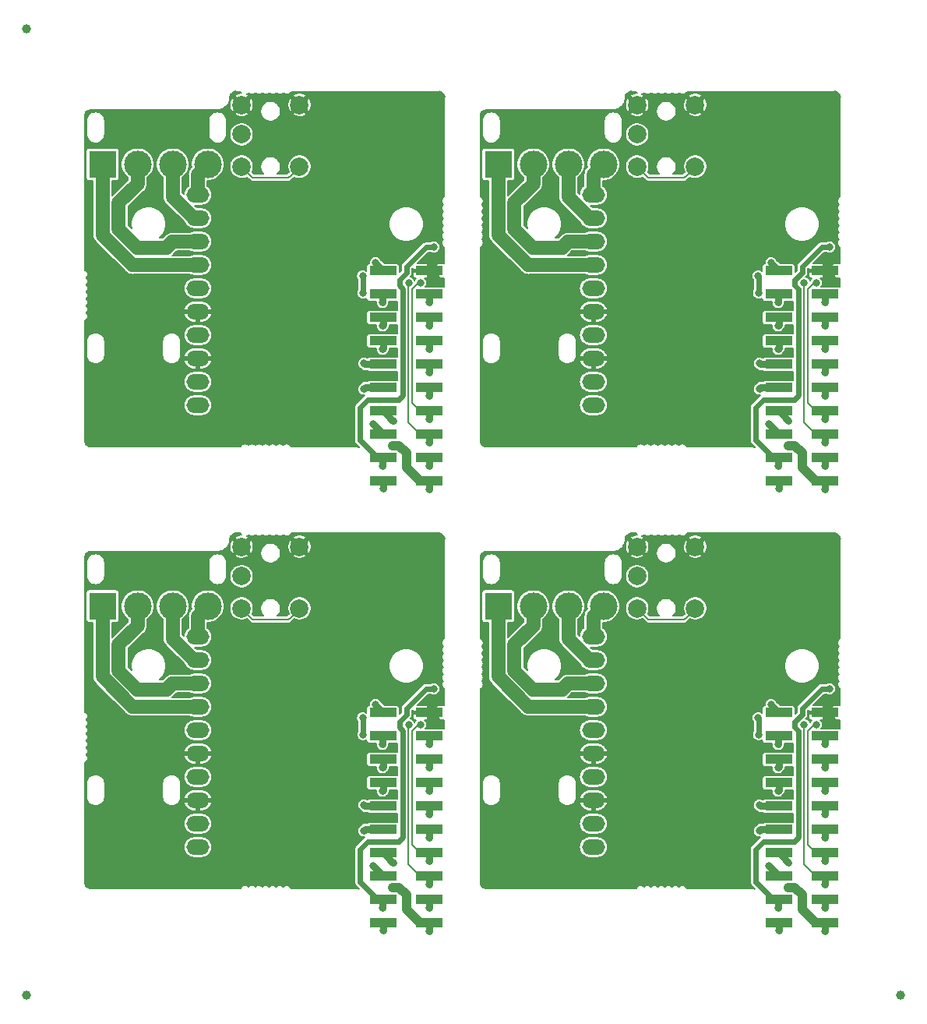
<source format=gtl>
G04 #@! TF.GenerationSoftware,KiCad,Pcbnew,5.1.0*
G04 #@! TF.CreationDate,2019-04-12T15:20:19+02:00*
G04 #@! TF.ProjectId,output.KXKM_audio_board_for_ESP32_PANEL,6f757470-7574-42e4-9b58-4b4d5f617564,1.0*
G04 #@! TF.SameCoordinates,PX5f5e100PY8f0d180*
G04 #@! TF.FileFunction,Copper,L1,Top*
G04 #@! TF.FilePolarity,Positive*
%FSLAX46Y46*%
G04 Gerber Fmt 4.6, Leading zero omitted, Abs format (unit mm)*
G04 Created by KiCad (PCBNEW 5.1.0) date 2019-04-12 15:20:19*
%MOMM*%
%LPD*%
G04 APERTURE LIST*
%ADD10C,3.800000*%
%ADD11O,2.500000X1.700000*%
%ADD12R,3.000000X1.000000*%
%ADD13C,2.000000*%
%ADD14R,2.999740X2.999740*%
%ADD15C,2.999740*%
%ADD16C,1.000000*%
%ADD17C,0.800000*%
%ADD18C,0.600000*%
%ADD19C,0.800000*%
%ADD20C,0.200000*%
%ADD21C,1.000000*%
%ADD22C,1.500000*%
G04 APERTURE END LIST*
D10*
X78500000Y67000000D03*
X78500000Y88000000D03*
D11*
X63600000Y66070000D03*
X63600000Y68610000D03*
X63600000Y71150000D03*
X63600000Y73690000D03*
X63600000Y76230000D03*
X63600000Y78770000D03*
X63600000Y81310000D03*
X63600000Y83850000D03*
X63600000Y86390000D03*
X63600000Y88930000D03*
D12*
X83730000Y57820000D03*
X88770000Y57820000D03*
X83730000Y60360000D03*
X88770000Y60360000D03*
X83730000Y62900000D03*
X88770000Y62900000D03*
X83730000Y65440000D03*
X88770000Y65440000D03*
X83730000Y67980000D03*
X88770000Y67980000D03*
X83730000Y70520000D03*
X88770000Y70520000D03*
X83730000Y73060000D03*
X88770000Y73060000D03*
X83730000Y75600000D03*
X88770000Y75600000D03*
X83730000Y78140000D03*
X88770000Y78140000D03*
X83730000Y80680000D03*
X88770000Y80680000D03*
D13*
X68350000Y98700000D03*
X74650000Y98700000D03*
X68350000Y95500000D03*
X68350000Y92000000D03*
X74650000Y92000000D03*
D14*
X53250000Y92250000D03*
D15*
X57060000Y92250000D03*
X60870000Y92250000D03*
X64680000Y92250000D03*
D10*
X78500000Y69450000D03*
X78500000Y83050000D03*
D13*
X68350000Y50700000D03*
X74650000Y50700000D03*
X68350000Y47500000D03*
X68350000Y44000000D03*
X74650000Y44000000D03*
D12*
X83730000Y9820000D03*
X88770000Y9820000D03*
X83730000Y12360000D03*
X88770000Y12360000D03*
X83730000Y14900000D03*
X88770000Y14900000D03*
X83730000Y17440000D03*
X88770000Y17440000D03*
X83730000Y19980000D03*
X88770000Y19980000D03*
X83730000Y22520000D03*
X88770000Y22520000D03*
X83730000Y25060000D03*
X88770000Y25060000D03*
X83730000Y27600000D03*
X88770000Y27600000D03*
X83730000Y30140000D03*
X88770000Y30140000D03*
X83730000Y32680000D03*
X88770000Y32680000D03*
D14*
X53250000Y44250000D03*
D15*
X57060000Y44250000D03*
X60870000Y44250000D03*
X64680000Y44250000D03*
D10*
X78500000Y19000000D03*
X78500000Y40000000D03*
D11*
X63600000Y18070000D03*
X63600000Y20610000D03*
X63600000Y23150000D03*
X63600000Y25690000D03*
X63600000Y28230000D03*
X63600000Y30770000D03*
X63600000Y33310000D03*
X63600000Y35850000D03*
X63600000Y38390000D03*
X63600000Y40930000D03*
D10*
X78500000Y21450000D03*
X78500000Y35050000D03*
D16*
X2000000Y107000000D03*
X97000000Y2000000D03*
X2000000Y2000000D03*
D10*
X35500000Y35050000D03*
X35500000Y21450000D03*
D11*
X20600000Y40930000D03*
X20600000Y38390000D03*
X20600000Y35850000D03*
X20600000Y33310000D03*
X20600000Y30770000D03*
X20600000Y28230000D03*
X20600000Y25690000D03*
X20600000Y23150000D03*
X20600000Y20610000D03*
X20600000Y18070000D03*
D10*
X35500000Y40000000D03*
X35500000Y19000000D03*
D15*
X21680000Y44250000D03*
X17870000Y44250000D03*
X14060000Y44250000D03*
D14*
X10250000Y44250000D03*
D13*
X31650000Y44000000D03*
X25350000Y44000000D03*
X25350000Y47500000D03*
X31650000Y50700000D03*
X25350000Y50700000D03*
D12*
X45770000Y32680000D03*
X40730000Y32680000D03*
X45770000Y30140000D03*
X40730000Y30140000D03*
X45770000Y27600000D03*
X40730000Y27600000D03*
X45770000Y25060000D03*
X40730000Y25060000D03*
X45770000Y22520000D03*
X40730000Y22520000D03*
X45770000Y19980000D03*
X40730000Y19980000D03*
X45770000Y17440000D03*
X40730000Y17440000D03*
X45770000Y14900000D03*
X40730000Y14900000D03*
X45770000Y12360000D03*
X40730000Y12360000D03*
X45770000Y9820000D03*
X40730000Y9820000D03*
D10*
X35500000Y83050000D03*
X35500000Y69450000D03*
D11*
X20600000Y88930000D03*
X20600000Y86390000D03*
X20600000Y83850000D03*
X20600000Y81310000D03*
X20600000Y78770000D03*
X20600000Y76230000D03*
X20600000Y73690000D03*
X20600000Y71150000D03*
X20600000Y68610000D03*
X20600000Y66070000D03*
D10*
X35500000Y88000000D03*
X35500000Y67000000D03*
D15*
X21680000Y92250000D03*
X17870000Y92250000D03*
X14060000Y92250000D03*
D14*
X10250000Y92250000D03*
D13*
X31650000Y92000000D03*
X25350000Y92000000D03*
X25350000Y95500000D03*
X31650000Y98700000D03*
X25350000Y98700000D03*
D12*
X45770000Y80680000D03*
X40730000Y80680000D03*
X45770000Y78140000D03*
X40730000Y78140000D03*
X45770000Y75600000D03*
X40730000Y75600000D03*
X45770000Y73060000D03*
X40730000Y73060000D03*
X45770000Y70520000D03*
X40730000Y70520000D03*
X45770000Y67980000D03*
X40730000Y67980000D03*
X45770000Y65440000D03*
X40730000Y65440000D03*
X45770000Y62900000D03*
X40730000Y62900000D03*
X45770000Y60360000D03*
X40730000Y60360000D03*
X45770000Y57820000D03*
X40730000Y57820000D03*
D17*
X46250008Y35250000D03*
X40672000Y11462000D03*
X83672000Y11462000D03*
X89250008Y35250000D03*
X46250008Y83250000D03*
X40672000Y59462000D03*
X83672000Y59462000D03*
X89250008Y83250000D03*
X22250000Y19250000D03*
X17750000Y26750000D03*
X32250000Y22250000D03*
X30250000Y20500000D03*
X29500000Y23749996D03*
X27000000Y29600000D03*
X30100000Y31000000D03*
X29500000Y27900000D03*
X34000000Y31000000D03*
X34000000Y27900000D03*
X31500000Y36600000D03*
X34000000Y36600000D03*
X35500000Y36600000D03*
X32600000Y40000000D03*
X35500000Y25300000D03*
X38750000Y42000000D03*
X39000000Y39750000D03*
X43500000Y42750000D03*
X40750000Y44500000D03*
X46514000Y31528000D03*
X46514000Y33814000D03*
X42649998Y33850002D03*
X43750000Y35000000D03*
X81750000Y42000000D03*
X82000000Y39750000D03*
X86500000Y42750000D03*
X83750000Y44500000D03*
X89514000Y31528000D03*
X89514000Y33814000D03*
X85649998Y33850002D03*
X86750000Y35000000D03*
X72500000Y27900000D03*
X77000000Y31000000D03*
X77000000Y27900000D03*
X74500000Y36600000D03*
X77000000Y36600000D03*
X78500000Y36600000D03*
X75600000Y40000000D03*
X78500000Y25300000D03*
X65250000Y19250000D03*
X60750000Y26750000D03*
X75250000Y22250000D03*
X73250000Y20500000D03*
X72500000Y23749996D03*
X70000000Y29600000D03*
X73100000Y31000000D03*
X22250000Y67250000D03*
X17750000Y74750000D03*
X32250000Y70250000D03*
X30250000Y68500000D03*
X29500000Y71749996D03*
X27000000Y77600000D03*
X30100000Y79000000D03*
X29500000Y75900000D03*
X34000000Y79000000D03*
X34000000Y75900000D03*
X31500000Y84600000D03*
X34000000Y84600000D03*
X35500000Y84600000D03*
X32600000Y88000000D03*
X35500000Y73300000D03*
X38750000Y90000000D03*
X39000000Y87750000D03*
X43500000Y90750000D03*
X40750000Y92500000D03*
X46514000Y79528000D03*
X46514000Y81814000D03*
X42649998Y81850002D03*
X43750000Y83000000D03*
X75600000Y88000000D03*
X77000000Y75900000D03*
X73250000Y68500000D03*
X82000000Y87750000D03*
X77000000Y84600000D03*
X85649998Y81850002D03*
X86750000Y83000000D03*
X78500000Y73300000D03*
X89514000Y79528000D03*
X73100000Y79000000D03*
X89514000Y81814000D03*
X81750000Y90000000D03*
X65250000Y67250000D03*
X86500000Y90750000D03*
X74500000Y84600000D03*
X83750000Y92500000D03*
X78500000Y84600000D03*
X77000000Y79000000D03*
X75250000Y70250000D03*
X60750000Y74750000D03*
X70000000Y77600000D03*
X72500000Y75900000D03*
X72500000Y71749996D03*
X38515684Y32100000D03*
X38545651Y30299978D03*
X40750000Y9000000D03*
X83750000Y9000000D03*
X81515684Y32100000D03*
X81545651Y30299978D03*
X38515684Y80100000D03*
X38545651Y78299978D03*
X40750000Y57000000D03*
X81515684Y80100000D03*
X81545651Y78299978D03*
X83750000Y57000000D03*
X41800000Y13700000D03*
X45752000Y8922000D03*
X84800000Y13700000D03*
X88752000Y8922000D03*
X41800000Y61700000D03*
X45752000Y56922000D03*
X84800000Y61700000D03*
X88752000Y56922000D03*
X39910000Y33560000D03*
X82910000Y33560000D03*
X39910000Y81560000D03*
X82910000Y81560000D03*
X45752000Y29242000D03*
X88752000Y29242000D03*
X45752000Y77242000D03*
X88752000Y77242000D03*
X40672000Y29242000D03*
X83672000Y29242000D03*
X40672000Y77242000D03*
X83672000Y77242000D03*
X45752000Y26702000D03*
X88752000Y26702000D03*
X45752000Y74702000D03*
X88752000Y74702000D03*
X40672000Y26702000D03*
X83672000Y26702000D03*
X40672000Y74702000D03*
X83672000Y74702000D03*
X45752000Y19082000D03*
X88752000Y19082000D03*
X45752000Y67082000D03*
X88752000Y67082000D03*
X40672000Y24162000D03*
X83672000Y24162000D03*
X40672000Y72162000D03*
X83672000Y72162000D03*
X45752000Y21622000D03*
X88752000Y21622000D03*
X45752000Y69622000D03*
X88752000Y69622000D03*
X38640000Y22638000D03*
X81640000Y22638000D03*
X38640000Y70638000D03*
X81640000Y70638000D03*
X45752000Y24162000D03*
X88752000Y24162000D03*
X45752000Y72162000D03*
X88752000Y72162000D03*
X38640000Y19844000D03*
X81640000Y19844000D03*
X38640000Y67844000D03*
X81640000Y67844000D03*
X44799065Y31356198D03*
X45752000Y16542000D03*
X88752000Y16542000D03*
X87799065Y31356198D03*
X44799065Y79356198D03*
X45752000Y64542000D03*
X87799065Y79356198D03*
X88752000Y64542000D03*
X41815000Y16415000D03*
X84815000Y16415000D03*
X41815000Y64415000D03*
X84815000Y64415000D03*
X43517181Y31343689D03*
X45752000Y14002000D03*
X86517181Y31343689D03*
X88752000Y14002000D03*
X43517181Y79343689D03*
X45752000Y62002000D03*
X86517181Y79343689D03*
X88752000Y62002000D03*
X39656000Y16034000D03*
X82656000Y16034000D03*
X39656000Y64034000D03*
X82656000Y64034000D03*
X45752000Y11462000D03*
X88752000Y11462000D03*
X45752000Y59462000D03*
X88752000Y59462000D03*
D18*
X39100000Y18700000D02*
X42450000Y18700000D01*
X45434299Y35250000D02*
X45684323Y35250000D01*
X45684323Y35250000D02*
X46250008Y35250000D01*
X40140000Y12360000D02*
X38200000Y14300000D01*
X43300000Y32487868D02*
X43300000Y33115701D01*
X43300000Y33115701D02*
X45434299Y35250000D01*
X42450000Y18700000D02*
X42899990Y19149990D01*
X38200000Y17800000D02*
X39100000Y18700000D01*
X40730000Y12360000D02*
X40140000Y12360000D01*
X42492131Y31679999D02*
X43300000Y32487868D01*
X42899990Y30684272D02*
X42492131Y31092131D01*
X42899990Y19149990D02*
X42899990Y30684272D01*
X38200000Y14300000D02*
X38200000Y17800000D01*
X42492131Y31092131D02*
X42492131Y31679999D01*
D19*
X40672000Y12302000D02*
X40730000Y12360000D01*
X40672000Y11462000D02*
X40672000Y12302000D01*
D18*
X82100000Y18700000D02*
X85450000Y18700000D01*
X88434299Y35250000D02*
X88684323Y35250000D01*
X88684323Y35250000D02*
X89250008Y35250000D01*
X83140000Y12360000D02*
X81200000Y14300000D01*
X86300000Y32487868D02*
X86300000Y33115701D01*
X86300000Y33115701D02*
X88434299Y35250000D01*
X85450000Y18700000D02*
X85899990Y19149990D01*
X81200000Y17800000D02*
X82100000Y18700000D01*
X83730000Y12360000D02*
X83140000Y12360000D01*
X85899990Y30684272D02*
X85492131Y31092131D01*
X85899990Y19149990D02*
X85899990Y30684272D01*
X81200000Y14300000D02*
X81200000Y17800000D01*
X85492131Y31092131D02*
X85492131Y31679999D01*
D19*
X83672000Y12302000D02*
X83730000Y12360000D01*
X83672000Y11462000D02*
X83672000Y12302000D01*
D18*
X85492131Y31679999D02*
X86300000Y32487868D01*
X39100000Y66700000D02*
X42450000Y66700000D01*
X45434299Y83250000D02*
X45684323Y83250000D01*
X45684323Y83250000D02*
X46250008Y83250000D01*
X40140000Y60360000D02*
X38200000Y62300000D01*
X43300000Y80487868D02*
X43300000Y81115701D01*
X43300000Y81115701D02*
X45434299Y83250000D01*
X42450000Y66700000D02*
X42899990Y67149990D01*
X38200000Y65800000D02*
X39100000Y66700000D01*
X40730000Y60360000D02*
X40140000Y60360000D01*
X42492131Y79679999D02*
X43300000Y80487868D01*
X42899990Y78684272D02*
X42492131Y79092131D01*
X42899990Y67149990D02*
X42899990Y78684272D01*
X38200000Y62300000D02*
X38200000Y65800000D01*
X42492131Y79092131D02*
X42492131Y79679999D01*
D19*
X40672000Y60302000D02*
X40730000Y60360000D01*
X40672000Y59462000D02*
X40672000Y60302000D01*
D18*
X85899990Y67149990D02*
X85899990Y78684272D01*
X85492131Y79092131D02*
X85492131Y79679999D01*
X83140000Y60360000D02*
X81200000Y62300000D01*
X83730000Y60360000D02*
X83140000Y60360000D01*
X86300000Y81115701D02*
X88434299Y83250000D01*
X85899990Y78684272D02*
X85492131Y79092131D01*
D19*
X83672000Y60302000D02*
X83730000Y60360000D01*
D18*
X81200000Y65800000D02*
X82100000Y66700000D01*
X82100000Y66700000D02*
X85450000Y66700000D01*
X86300000Y80487868D02*
X86300000Y81115701D01*
D19*
X83672000Y59462000D02*
X83672000Y60302000D01*
D18*
X88434299Y83250000D02*
X88684323Y83250000D01*
X85450000Y66700000D02*
X85899990Y67149990D01*
X81200000Y62300000D02*
X81200000Y65800000D01*
X85492131Y79679999D02*
X86300000Y80487868D01*
X88684323Y83250000D02*
X89250008Y83250000D01*
D19*
X46514000Y31936000D02*
X45770000Y32680000D01*
X46514000Y31528000D02*
X46514000Y31936000D01*
X45770000Y32680000D02*
X45770000Y33070000D01*
X45770000Y33070000D02*
X46514000Y33814000D01*
X89514000Y31936000D02*
X88770000Y32680000D01*
X89514000Y31528000D02*
X89514000Y31936000D01*
X88770000Y32680000D02*
X88770000Y33070000D01*
X88770000Y33070000D02*
X89514000Y33814000D01*
X46514000Y79936000D02*
X45770000Y80680000D01*
X46514000Y79528000D02*
X46514000Y79936000D01*
X45770000Y80680000D02*
X45770000Y81070000D01*
X45770000Y81070000D02*
X46514000Y81814000D01*
X89514000Y79528000D02*
X89514000Y79936000D01*
X89514000Y79936000D02*
X88770000Y80680000D01*
X88770000Y81070000D02*
X89514000Y81814000D01*
X88770000Y80680000D02*
X88770000Y81070000D01*
D18*
X38545651Y32070033D02*
X38515684Y32100000D01*
X38545651Y30299978D02*
X38545651Y32070033D01*
D19*
X40730000Y9820000D02*
X40730000Y9020000D01*
X40730000Y9020000D02*
X40750000Y9000000D01*
D18*
X81545651Y30299978D02*
X81545651Y32070033D01*
D19*
X83730000Y9820000D02*
X83730000Y9020000D01*
X83730000Y9020000D02*
X83750000Y9000000D01*
D18*
X81545651Y32070033D02*
X81515684Y32100000D01*
X38545651Y80070033D02*
X38515684Y80100000D01*
X38545651Y78299978D02*
X38545651Y80070033D01*
D19*
X40730000Y57820000D02*
X40730000Y57020000D01*
X40730000Y57020000D02*
X40750000Y57000000D01*
D18*
X81545651Y80070033D02*
X81515684Y80100000D01*
X81545651Y78299978D02*
X81545651Y80070033D01*
D19*
X83730000Y57820000D02*
X83730000Y57020000D01*
X83730000Y57020000D02*
X83750000Y57000000D01*
D20*
X25350000Y44000000D02*
X26550001Y42799999D01*
X30650001Y43000001D02*
X31650000Y44000000D01*
X30449999Y42799999D02*
X30650001Y43000001D01*
X26550001Y42799999D02*
X30449999Y42799999D01*
X68350000Y44000000D02*
X69550001Y42799999D01*
X73650001Y43000001D02*
X74650000Y44000000D01*
X73449999Y42799999D02*
X73650001Y43000001D01*
X69550001Y42799999D02*
X73449999Y42799999D01*
X25350000Y92000000D02*
X26550001Y90799999D01*
X30650001Y91000001D02*
X31650000Y92000000D01*
X30449999Y90799999D02*
X30650001Y91000001D01*
X26550001Y90799999D02*
X30449999Y90799999D01*
X68350000Y92000000D02*
X69550001Y90799999D01*
X73650001Y91000001D02*
X74650000Y92000000D01*
X73449999Y90799999D02*
X73650001Y91000001D01*
X69550001Y90799999D02*
X73449999Y90799999D01*
D21*
X42365685Y13700000D02*
X41800000Y13700000D01*
X42465681Y13700000D02*
X42365685Y13700000D01*
X45770000Y9820000D02*
X44770000Y9820000D01*
X43295000Y12870681D02*
X42465681Y13700000D01*
X43295000Y11295000D02*
X43295000Y12870681D01*
X44770000Y9820000D02*
X43295000Y11295000D01*
D19*
X45752000Y9802000D02*
X45770000Y9820000D01*
X45752000Y8922000D02*
X45752000Y9802000D01*
D21*
X85365685Y13700000D02*
X84800000Y13700000D01*
X85465681Y13700000D02*
X85365685Y13700000D01*
X88770000Y9820000D02*
X87770000Y9820000D01*
X86295000Y12870681D02*
X85465681Y13700000D01*
X86295000Y11295000D02*
X86295000Y12870681D01*
X87770000Y9820000D02*
X86295000Y11295000D01*
D19*
X88752000Y9802000D02*
X88770000Y9820000D01*
X88752000Y8922000D02*
X88752000Y9802000D01*
D21*
X42365685Y61700000D02*
X41800000Y61700000D01*
X42465681Y61700000D02*
X42365685Y61700000D01*
X45770000Y57820000D02*
X44770000Y57820000D01*
X43295000Y60870681D02*
X42465681Y61700000D01*
X43295000Y59295000D02*
X43295000Y60870681D01*
X44770000Y57820000D02*
X43295000Y59295000D01*
D19*
X45752000Y57802000D02*
X45770000Y57820000D01*
X45752000Y56922000D02*
X45752000Y57802000D01*
D21*
X85465681Y61700000D02*
X85365685Y61700000D01*
X88770000Y57820000D02*
X87770000Y57820000D01*
X86295000Y60870681D02*
X85465681Y61700000D01*
X86295000Y59295000D02*
X86295000Y60870681D01*
X87770000Y57820000D02*
X86295000Y59295000D01*
D19*
X88752000Y57802000D02*
X88770000Y57820000D01*
X88752000Y56922000D02*
X88752000Y57802000D01*
D21*
X85365685Y61700000D02*
X84800000Y61700000D01*
D19*
X39910000Y33500000D02*
X40730000Y32680000D01*
X39910000Y33560000D02*
X39910000Y33500000D01*
X82910000Y33500000D02*
X83730000Y32680000D01*
X82910000Y33560000D02*
X82910000Y33500000D01*
X39910000Y81500000D02*
X40730000Y80680000D01*
X39910000Y81560000D02*
X39910000Y81500000D01*
X82910000Y81560000D02*
X82910000Y81500000D01*
X82910000Y81500000D02*
X83730000Y80680000D01*
X45770000Y30140000D02*
X45770000Y29260000D01*
X45770000Y29260000D02*
X45752000Y29242000D01*
X88770000Y30140000D02*
X88770000Y29260000D01*
X88770000Y29260000D02*
X88752000Y29242000D01*
X45770000Y78140000D02*
X45770000Y77260000D01*
X45770000Y77260000D02*
X45752000Y77242000D01*
X88770000Y78140000D02*
X88770000Y77260000D01*
X88770000Y77260000D02*
X88752000Y77242000D01*
X40672000Y30082000D02*
X40730000Y30140000D01*
X40672000Y29242000D02*
X40672000Y30082000D01*
X83672000Y30082000D02*
X83730000Y30140000D01*
X83672000Y29242000D02*
X83672000Y30082000D01*
X40672000Y78082000D02*
X40730000Y78140000D01*
X40672000Y77242000D02*
X40672000Y78082000D01*
X83672000Y78082000D02*
X83730000Y78140000D01*
X83672000Y77242000D02*
X83672000Y78082000D01*
X45752000Y27582000D02*
X45770000Y27600000D01*
X45752000Y26702000D02*
X45752000Y27582000D01*
X88752000Y27582000D02*
X88770000Y27600000D01*
X88752000Y26702000D02*
X88752000Y27582000D01*
X45752000Y75582000D02*
X45770000Y75600000D01*
X45752000Y74702000D02*
X45752000Y75582000D01*
X88752000Y75582000D02*
X88770000Y75600000D01*
X88752000Y74702000D02*
X88752000Y75582000D01*
X40730000Y27600000D02*
X40730000Y26760000D01*
X40730000Y26760000D02*
X40672000Y26702000D01*
X83730000Y27600000D02*
X83730000Y26760000D01*
X83730000Y26760000D02*
X83672000Y26702000D01*
X40730000Y75600000D02*
X40730000Y74760000D01*
X40730000Y74760000D02*
X40672000Y74702000D01*
X83730000Y75600000D02*
X83730000Y74760000D01*
X83730000Y74760000D02*
X83672000Y74702000D01*
X45752000Y19962000D02*
X45770000Y19980000D01*
X45752000Y19082000D02*
X45752000Y19962000D01*
X88752000Y19962000D02*
X88770000Y19980000D01*
X88752000Y19082000D02*
X88752000Y19962000D01*
X45752000Y67962000D02*
X45770000Y67980000D01*
X45752000Y67082000D02*
X45752000Y67962000D01*
X88752000Y67962000D02*
X88770000Y67980000D01*
X88752000Y67082000D02*
X88752000Y67962000D01*
X40730000Y25060000D02*
X40730000Y24220000D01*
X40730000Y24220000D02*
X40672000Y24162000D01*
X83730000Y25060000D02*
X83730000Y24220000D01*
X83730000Y24220000D02*
X83672000Y24162000D01*
X40730000Y73060000D02*
X40730000Y72220000D01*
X40730000Y72220000D02*
X40672000Y72162000D01*
X83730000Y73060000D02*
X83730000Y72220000D01*
X83730000Y72220000D02*
X83672000Y72162000D01*
X45770000Y22520000D02*
X45770000Y21640000D01*
X45770000Y21640000D02*
X45752000Y21622000D01*
X88770000Y22520000D02*
X88770000Y21640000D01*
X88770000Y21640000D02*
X88752000Y21622000D01*
X45770000Y70520000D02*
X45770000Y69640000D01*
X45770000Y69640000D02*
X45752000Y69622000D01*
X88770000Y70520000D02*
X88770000Y69640000D01*
X88770000Y69640000D02*
X88752000Y69622000D01*
X40730000Y22520000D02*
X38758000Y22520000D01*
X38758000Y22520000D02*
X38640000Y22638000D01*
X83730000Y22520000D02*
X81758000Y22520000D01*
X81758000Y22520000D02*
X81640000Y22638000D01*
X40730000Y70520000D02*
X38758000Y70520000D01*
X38758000Y70520000D02*
X38640000Y70638000D01*
X83730000Y70520000D02*
X81758000Y70520000D01*
X81758000Y70520000D02*
X81640000Y70638000D01*
X45752000Y25042000D02*
X45770000Y25060000D01*
X45752000Y24162000D02*
X45752000Y25042000D01*
X88752000Y25042000D02*
X88770000Y25060000D01*
X88752000Y24162000D02*
X88752000Y25042000D01*
X45752000Y73042000D02*
X45770000Y73060000D01*
X45752000Y72162000D02*
X45752000Y73042000D01*
X88752000Y73042000D02*
X88770000Y73060000D01*
X88752000Y72162000D02*
X88752000Y73042000D01*
X38776000Y19980000D02*
X38640000Y19844000D01*
X40730000Y19980000D02*
X38776000Y19980000D01*
X81776000Y19980000D02*
X81640000Y19844000D01*
X83730000Y19980000D02*
X81776000Y19980000D01*
X38776000Y67980000D02*
X38640000Y67844000D01*
X40730000Y67980000D02*
X38776000Y67980000D01*
X81776000Y67980000D02*
X81640000Y67844000D01*
X83730000Y67980000D02*
X81776000Y67980000D01*
D20*
X44556192Y31356198D02*
X44799065Y31356198D01*
X43900011Y30700017D02*
X44556192Y31356198D01*
X43900011Y18309989D02*
X43900011Y30700017D01*
X45770000Y17440000D02*
X44770000Y17440000D01*
X44770000Y17440000D02*
X43900011Y18309989D01*
D19*
X45770000Y17440000D02*
X45770000Y16560000D01*
X45770000Y16560000D02*
X45752000Y16542000D01*
X88770000Y17440000D02*
X88770000Y16560000D01*
D20*
X87556192Y31356198D02*
X87799065Y31356198D01*
X86900011Y30700017D02*
X87556192Y31356198D01*
X86900011Y18309989D02*
X86900011Y30700017D01*
X88770000Y17440000D02*
X87770000Y17440000D01*
X87770000Y17440000D02*
X86900011Y18309989D01*
D19*
X88770000Y16560000D02*
X88752000Y16542000D01*
D20*
X44556192Y79356198D02*
X44799065Y79356198D01*
X43900011Y78700017D02*
X44556192Y79356198D01*
X43900011Y66309989D02*
X43900011Y78700017D01*
X45770000Y65440000D02*
X44770000Y65440000D01*
X44770000Y65440000D02*
X43900011Y66309989D01*
D19*
X45770000Y65440000D02*
X45770000Y64560000D01*
X45770000Y64560000D02*
X45752000Y64542000D01*
D20*
X87556192Y79356198D02*
X87799065Y79356198D01*
X86900011Y78700017D02*
X87556192Y79356198D01*
X86900011Y66309989D02*
X86900011Y78700017D01*
X88770000Y65440000D02*
X87770000Y65440000D01*
X87770000Y65440000D02*
X86900011Y66309989D01*
D19*
X88770000Y65440000D02*
X88770000Y64560000D01*
X88770000Y64560000D02*
X88752000Y64542000D01*
X41755000Y16415000D02*
X40730000Y17440000D01*
X41815000Y16415000D02*
X41755000Y16415000D01*
X84755000Y16415000D02*
X83730000Y17440000D01*
X84815000Y16415000D02*
X84755000Y16415000D01*
X41755000Y64415000D02*
X40730000Y65440000D01*
X41815000Y64415000D02*
X41755000Y64415000D01*
X84755000Y64415000D02*
X83730000Y65440000D01*
X84815000Y64415000D02*
X84755000Y64415000D01*
D20*
X44770000Y14900000D02*
X43500001Y16169999D01*
X45770000Y14900000D02*
X44770000Y14900000D01*
X43500001Y31326509D02*
X43517181Y31343689D01*
X43500001Y16169999D02*
X43500001Y31326509D01*
D19*
X45752000Y14882000D02*
X45770000Y14900000D01*
X45752000Y14002000D02*
X45752000Y14882000D01*
D20*
X87770000Y14900000D02*
X86500001Y16169999D01*
X88770000Y14900000D02*
X87770000Y14900000D01*
X86500001Y31326509D02*
X86517181Y31343689D01*
X86500001Y16169999D02*
X86500001Y31326509D01*
D19*
X88752000Y14882000D02*
X88770000Y14900000D01*
X88752000Y14002000D02*
X88752000Y14882000D01*
D20*
X44770000Y62900000D02*
X43500001Y64169999D01*
X45770000Y62900000D02*
X44770000Y62900000D01*
X43500001Y79326509D02*
X43517181Y79343689D01*
X43500001Y64169999D02*
X43500001Y79326509D01*
D19*
X45752000Y62882000D02*
X45770000Y62900000D01*
X45752000Y62002000D02*
X45752000Y62882000D01*
X88752000Y62882000D02*
X88770000Y62900000D01*
X88752000Y62002000D02*
X88752000Y62882000D01*
D20*
X87770000Y62900000D02*
X86500001Y64169999D01*
X88770000Y62900000D02*
X87770000Y62900000D01*
X86500001Y79326509D02*
X86517181Y79343689D01*
X86500001Y64169999D02*
X86500001Y79326509D01*
D19*
X40730000Y14960000D02*
X40055999Y15634001D01*
X40055999Y15634001D02*
X39656000Y16034000D01*
X40730000Y14900000D02*
X40730000Y14960000D01*
X83730000Y14960000D02*
X83055999Y15634001D01*
X83055999Y15634001D02*
X82656000Y16034000D01*
X83730000Y14900000D02*
X83730000Y14960000D01*
X40730000Y62960000D02*
X40055999Y63634001D01*
X40055999Y63634001D02*
X39656000Y64034000D01*
X40730000Y62900000D02*
X40730000Y62960000D01*
X83730000Y62960000D02*
X83055999Y63634001D01*
X83055999Y63634001D02*
X82656000Y64034000D01*
X83730000Y62900000D02*
X83730000Y62960000D01*
X45770000Y12360000D02*
X45770000Y11480000D01*
X45770000Y11480000D02*
X45752000Y11462000D01*
X88770000Y12360000D02*
X88770000Y11480000D01*
X88770000Y11480000D02*
X88752000Y11462000D01*
X45770000Y60360000D02*
X45770000Y59480000D01*
X45770000Y59480000D02*
X45752000Y59462000D01*
X88770000Y60360000D02*
X88770000Y59480000D01*
X88770000Y59480000D02*
X88752000Y59462000D01*
D22*
X20600000Y43170000D02*
X21680000Y44250000D01*
X20600000Y40930000D02*
X20600000Y43170000D01*
X63600000Y43170000D02*
X64680000Y44250000D01*
X63600000Y40930000D02*
X63600000Y43170000D01*
X20600000Y91170000D02*
X21680000Y92250000D01*
X20600000Y88930000D02*
X20600000Y91170000D01*
X63600000Y88930000D02*
X63600000Y91170000D01*
X63600000Y91170000D02*
X64680000Y92250000D01*
X17870000Y40714402D02*
X17870000Y42128864D01*
X20600000Y38390000D02*
X20194402Y38390000D01*
X17870000Y42128864D02*
X17870000Y44250000D01*
X20194402Y38390000D02*
X17870000Y40714402D01*
X60870000Y40714402D02*
X60870000Y42128864D01*
X63600000Y38390000D02*
X63194402Y38390000D01*
X60870000Y42128864D02*
X60870000Y44250000D01*
X63194402Y38390000D02*
X60870000Y40714402D01*
X17870000Y88714402D02*
X17870000Y90128864D01*
X20600000Y86390000D02*
X20194402Y86390000D01*
X17870000Y90128864D02*
X17870000Y92250000D01*
X20194402Y86390000D02*
X17870000Y88714402D01*
X60870000Y88714402D02*
X60870000Y90128864D01*
X63600000Y86390000D02*
X63194402Y86390000D01*
X60870000Y90128864D02*
X60870000Y92250000D01*
X63194402Y86390000D02*
X60870000Y88714402D01*
X17850000Y35850000D02*
X17199999Y35199999D01*
X12000000Y40068864D02*
X14060000Y42128864D01*
X14060000Y42128864D02*
X14060000Y44250000D01*
X20600000Y35850000D02*
X17850000Y35850000D01*
X17199999Y35199999D02*
X14025999Y35199999D01*
X14025999Y35199999D02*
X12000000Y37225998D01*
X12000000Y37225998D02*
X12000000Y40068864D01*
X60850000Y35850000D02*
X60199999Y35199999D01*
X55000000Y40068864D02*
X57060000Y42128864D01*
X57060000Y42128864D02*
X57060000Y44250000D01*
X63600000Y35850000D02*
X60850000Y35850000D01*
X60199999Y35199999D02*
X57025999Y35199999D01*
X57025999Y35199999D02*
X55000000Y37225998D01*
X55000000Y37225998D02*
X55000000Y40068864D01*
X17850000Y83850000D02*
X17199999Y83199999D01*
X12000000Y88068864D02*
X14060000Y90128864D01*
X14060000Y90128864D02*
X14060000Y92250000D01*
X20600000Y83850000D02*
X17850000Y83850000D01*
X17199999Y83199999D02*
X14025999Y83199999D01*
X14025999Y83199999D02*
X12000000Y85225998D01*
X12000000Y85225998D02*
X12000000Y88068864D01*
X60850000Y83850000D02*
X60199999Y83199999D01*
X55000000Y88068864D02*
X57060000Y90128864D01*
X57060000Y90128864D02*
X57060000Y92250000D01*
X63600000Y83850000D02*
X60850000Y83850000D01*
X60199999Y83199999D02*
X57025999Y83199999D01*
X57025999Y83199999D02*
X55000000Y85225998D01*
X55000000Y85225998D02*
X55000000Y88068864D01*
X10250000Y41250130D02*
X10250000Y44250000D01*
X10250000Y36571820D02*
X10250000Y41250130D01*
X20600000Y33310000D02*
X13511820Y33310000D01*
X13511820Y33310000D02*
X10250000Y36571820D01*
X53250000Y41250130D02*
X53250000Y44250000D01*
X53250000Y36571820D02*
X53250000Y41250130D01*
X63600000Y33310000D02*
X56511820Y33310000D01*
X56511820Y33310000D02*
X53250000Y36571820D01*
X10250000Y89250130D02*
X10250000Y92250000D01*
X10250000Y84571820D02*
X10250000Y89250130D01*
X20600000Y81310000D02*
X13511820Y81310000D01*
X13511820Y81310000D02*
X10250000Y84571820D01*
X53250000Y89250130D02*
X53250000Y92250000D01*
X53250000Y84571820D02*
X53250000Y89250130D01*
X63600000Y81310000D02*
X56511820Y81310000D01*
X56511820Y81310000D02*
X53250000Y84571820D01*
D20*
G36*
X46880805Y52160616D02*
G01*
X47006629Y52122627D01*
X47122675Y52060924D01*
X47224532Y51977852D01*
X47308310Y51876582D01*
X47370819Y51760973D01*
X47409686Y51635414D01*
X47413712Y51597113D01*
X47405066Y51568612D01*
X47400001Y51517189D01*
X47400000Y40762633D01*
X47389477Y40758274D01*
X47299396Y40698084D01*
X47222787Y40621475D01*
X47162597Y40531394D01*
X47121136Y40431300D01*
X47100000Y40325041D01*
X47100000Y40216701D01*
X47121136Y40110442D01*
X47162597Y40010348D01*
X47222787Y39920267D01*
X47250663Y39892391D01*
X47222787Y39864515D01*
X47162597Y39774434D01*
X47121136Y39674340D01*
X47100000Y39568081D01*
X47100000Y39459741D01*
X47121136Y39353482D01*
X47162597Y39253388D01*
X47222787Y39163307D01*
X47250663Y39135431D01*
X47222787Y39107555D01*
X47162597Y39017474D01*
X47121136Y38917380D01*
X47100000Y38811121D01*
X47100000Y38702781D01*
X47121136Y38596522D01*
X47162597Y38496428D01*
X47222787Y38406347D01*
X47250663Y38378471D01*
X47222787Y38350595D01*
X47162597Y38260514D01*
X47121136Y38160420D01*
X47100000Y38054161D01*
X47100000Y37945821D01*
X47121136Y37839562D01*
X47162597Y37739468D01*
X47222787Y37649387D01*
X47250663Y37621511D01*
X47222787Y37593635D01*
X47162597Y37503554D01*
X47121136Y37403460D01*
X47100000Y37297201D01*
X47100000Y37188861D01*
X47121136Y37082602D01*
X47162597Y36982508D01*
X47222787Y36892427D01*
X47250663Y36864551D01*
X47222787Y36836675D01*
X47162597Y36746594D01*
X47121136Y36646500D01*
X47100000Y36540241D01*
X47100000Y36431901D01*
X47121136Y36325642D01*
X47162597Y36225548D01*
X47222787Y36135467D01*
X47250663Y36107591D01*
X47222787Y36079715D01*
X47162597Y35989634D01*
X47121136Y35889540D01*
X47100000Y35783281D01*
X47100000Y35674941D01*
X47121136Y35568682D01*
X47162597Y35468588D01*
X47222787Y35378507D01*
X47299396Y35301898D01*
X47389477Y35241708D01*
X47400000Y35237349D01*
X47400000Y33450680D01*
X47385361Y33458505D01*
X47328810Y33475660D01*
X47270000Y33481452D01*
X45999000Y33480000D01*
X45924000Y33405000D01*
X45924000Y32834000D01*
X45944000Y32834000D01*
X45944000Y32526000D01*
X45924000Y32526000D01*
X45924000Y31955000D01*
X45999000Y31880000D01*
X47270000Y31878548D01*
X47328810Y31884340D01*
X47385361Y31901495D01*
X47400000Y31909320D01*
X47400000Y30910679D01*
X47385360Y30918504D01*
X47328810Y30935659D01*
X47270000Y30941451D01*
X45363823Y30941451D01*
X45419397Y31024624D01*
X45472164Y31152016D01*
X45499065Y31287254D01*
X45499065Y31425142D01*
X45472164Y31560380D01*
X45419397Y31687772D01*
X45342791Y31802422D01*
X45265528Y31879685D01*
X45541000Y31880000D01*
X45616000Y31955000D01*
X45616000Y32526000D01*
X44045000Y32526000D01*
X43970000Y32451000D01*
X43968548Y32180000D01*
X43974340Y32121190D01*
X43991495Y32064639D01*
X44019352Y32012522D01*
X44056841Y31966841D01*
X44102522Y31929352D01*
X44154639Y31901495D01*
X44211190Y31884340D01*
X44270000Y31878548D01*
X44331535Y31878618D01*
X44255339Y31802422D01*
X44178733Y31687772D01*
X44155532Y31631760D01*
X44137513Y31675263D01*
X44060907Y31789913D01*
X43963405Y31887415D01*
X43848755Y31964021D01*
X43721363Y32016788D01*
X43684735Y32024074D01*
X43703426Y32042765D01*
X43726317Y32061551D01*
X43801296Y32152913D01*
X43857010Y32257147D01*
X43885043Y32349562D01*
X43891318Y32370246D01*
X43902903Y32487867D01*
X43900000Y32517341D01*
X43900000Y32867174D01*
X43969850Y32937024D01*
X43970000Y32909000D01*
X44045000Y32834000D01*
X45616000Y32834000D01*
X45616000Y33405000D01*
X45541000Y33480000D01*
X44514000Y33481173D01*
X45682827Y34650000D01*
X45888005Y34650000D01*
X45918434Y34629668D01*
X46045826Y34576901D01*
X46181064Y34550000D01*
X46318952Y34550000D01*
X46454190Y34576901D01*
X46581582Y34629668D01*
X46696232Y34706274D01*
X46793734Y34803776D01*
X46870340Y34918426D01*
X46923107Y35045818D01*
X46950008Y35181056D01*
X46950008Y35318944D01*
X46923107Y35454182D01*
X46870340Y35581574D01*
X46793734Y35696224D01*
X46696232Y35793726D01*
X46581582Y35870332D01*
X46454190Y35923099D01*
X46318952Y35950000D01*
X46181064Y35950000D01*
X46045826Y35923099D01*
X45918434Y35870332D01*
X45888005Y35850000D01*
X45463775Y35850000D01*
X45434299Y35852903D01*
X45316678Y35841319D01*
X45205671Y35807645D01*
X45203578Y35807010D01*
X45099344Y35751296D01*
X45007982Y35676317D01*
X44989190Y35653419D01*
X42896582Y33560810D01*
X42873684Y33542018D01*
X42798705Y33450656D01*
X42742990Y33346422D01*
X42727501Y33295360D01*
X42708682Y33233321D01*
X42697097Y33115701D01*
X42700000Y33086227D01*
X42700000Y32736397D01*
X42531451Y32567847D01*
X42531451Y33180000D01*
X42525659Y33238810D01*
X42508504Y33295360D01*
X42480647Y33347477D01*
X42443158Y33393158D01*
X42397477Y33430647D01*
X42345360Y33458504D01*
X42288810Y33475659D01*
X42230000Y33481451D01*
X40918499Y33481451D01*
X40547295Y33852654D01*
X40543554Y33859654D01*
X40530332Y33891574D01*
X40511135Y33920304D01*
X40494845Y33950781D01*
X40472925Y33977490D01*
X40453726Y34006224D01*
X40429287Y34030663D01*
X40407369Y34057370D01*
X40380663Y34079287D01*
X40356224Y34103726D01*
X40327487Y34122928D01*
X40300780Y34144845D01*
X40270308Y34161133D01*
X40241574Y34180332D01*
X40209650Y34193555D01*
X40179174Y34209845D01*
X40146103Y34219877D01*
X40114182Y34233099D01*
X40080295Y34239840D01*
X40047223Y34249872D01*
X40012832Y34253259D01*
X39978944Y34260000D01*
X39944390Y34260000D01*
X39910000Y34263387D01*
X39875610Y34260000D01*
X39841056Y34260000D01*
X39807169Y34253259D01*
X39772776Y34249872D01*
X39739702Y34239839D01*
X39705818Y34233099D01*
X39673900Y34219878D01*
X39640825Y34209845D01*
X39610346Y34193554D01*
X39578426Y34180332D01*
X39549696Y34161135D01*
X39519219Y34144845D01*
X39492510Y34122925D01*
X39463776Y34103726D01*
X39439337Y34079287D01*
X39412630Y34057369D01*
X39390713Y34030663D01*
X39366274Y34006224D01*
X39347072Y33977487D01*
X39325155Y33950780D01*
X39308867Y33920308D01*
X39289668Y33891574D01*
X39276445Y33859650D01*
X39260155Y33829174D01*
X39250123Y33796103D01*
X39236901Y33764182D01*
X39230160Y33730295D01*
X39220128Y33697223D01*
X39216741Y33662832D01*
X39210000Y33628944D01*
X39210000Y33534387D01*
X39206613Y33500000D01*
X39208647Y33479348D01*
X39171190Y33475659D01*
X39114640Y33458504D01*
X39062523Y33430647D01*
X39016842Y33393158D01*
X38979353Y33347477D01*
X38951496Y33295360D01*
X38934341Y33238810D01*
X38928549Y33180000D01*
X38928549Y32666016D01*
X38847258Y32720332D01*
X38719866Y32773099D01*
X38584628Y32800000D01*
X38446740Y32800000D01*
X38311502Y32773099D01*
X38184110Y32720332D01*
X38069460Y32643726D01*
X37971958Y32546224D01*
X37895352Y32431574D01*
X37842585Y32304182D01*
X37815684Y32168944D01*
X37815684Y32031056D01*
X37842585Y31895818D01*
X37895352Y31768426D01*
X37945652Y31693146D01*
X37945651Y30661982D01*
X37925319Y30631552D01*
X37872552Y30504160D01*
X37845651Y30368922D01*
X37845651Y30231034D01*
X37872552Y30095796D01*
X37925319Y29968404D01*
X38001925Y29853754D01*
X38099427Y29756252D01*
X38214077Y29679646D01*
X38341469Y29626879D01*
X38476707Y29599978D01*
X38614595Y29599978D01*
X38749833Y29626879D01*
X38877225Y29679646D01*
X38928549Y29713939D01*
X38928549Y29640000D01*
X38934341Y29581190D01*
X38951496Y29524640D01*
X38979353Y29472523D01*
X39016842Y29426842D01*
X39062523Y29389353D01*
X39114640Y29361496D01*
X39171190Y29344341D01*
X39230000Y29338549D01*
X39972000Y29338549D01*
X39972000Y29173056D01*
X39978741Y29139168D01*
X39982128Y29104777D01*
X39992160Y29071705D01*
X39998901Y29037818D01*
X40012123Y29005897D01*
X40022155Y28972826D01*
X40038445Y28942350D01*
X40051668Y28910426D01*
X40070867Y28881692D01*
X40087155Y28851220D01*
X40109072Y28824513D01*
X40128274Y28795776D01*
X40152713Y28771337D01*
X40174630Y28744631D01*
X40201337Y28722713D01*
X40225776Y28698274D01*
X40254510Y28679075D01*
X40281219Y28657155D01*
X40311696Y28640865D01*
X40340426Y28621668D01*
X40372346Y28608446D01*
X40402825Y28592155D01*
X40435900Y28582122D01*
X40467818Y28568901D01*
X40501702Y28562161D01*
X40534776Y28552128D01*
X40569169Y28548741D01*
X40603056Y28542000D01*
X40637610Y28542000D01*
X40672000Y28538613D01*
X40706390Y28542000D01*
X40740944Y28542000D01*
X40774832Y28548741D01*
X40809223Y28552128D01*
X40842295Y28562160D01*
X40876182Y28568901D01*
X40908103Y28582123D01*
X40941174Y28592155D01*
X40971650Y28608445D01*
X41003574Y28621668D01*
X41032308Y28640867D01*
X41062780Y28657155D01*
X41089487Y28679072D01*
X41118224Y28698274D01*
X41142663Y28722713D01*
X41169369Y28744630D01*
X41191287Y28771337D01*
X41215726Y28795776D01*
X41234925Y28824510D01*
X41256845Y28851219D01*
X41273135Y28881696D01*
X41292332Y28910426D01*
X41305554Y28942346D01*
X41321845Y28972825D01*
X41331878Y29005900D01*
X41345099Y29037818D01*
X41351839Y29071702D01*
X41361872Y29104776D01*
X41365259Y29139169D01*
X41372000Y29173056D01*
X41372000Y29338549D01*
X42230000Y29338549D01*
X42288810Y29344341D01*
X42299991Y29347733D01*
X42299991Y28392267D01*
X42288810Y28395659D01*
X42230000Y28401451D01*
X39230000Y28401451D01*
X39171190Y28395659D01*
X39114640Y28378504D01*
X39062523Y28350647D01*
X39016842Y28313158D01*
X38979353Y28267477D01*
X38951496Y28215360D01*
X38934341Y28158810D01*
X38928549Y28100000D01*
X38928549Y27100000D01*
X38934341Y27041190D01*
X38951496Y26984640D01*
X38979353Y26932523D01*
X39016842Y26886842D01*
X39062523Y26849353D01*
X39114640Y26821496D01*
X39171190Y26804341D01*
X39230000Y26798549D01*
X39977491Y26798549D01*
X39972000Y26770944D01*
X39972000Y26736387D01*
X39968613Y26702000D01*
X39972000Y26667613D01*
X39972000Y26633056D01*
X39978742Y26599161D01*
X39982129Y26564777D01*
X39992159Y26531712D01*
X39998901Y26497818D01*
X40012124Y26465895D01*
X40022155Y26432826D01*
X40038445Y26402349D01*
X40051668Y26370426D01*
X40070865Y26341695D01*
X40087155Y26311219D01*
X40109074Y26284511D01*
X40128274Y26255776D01*
X40152716Y26231334D01*
X40174631Y26204631D01*
X40201334Y26182716D01*
X40225776Y26158274D01*
X40254511Y26139074D01*
X40281219Y26117155D01*
X40311695Y26100865D01*
X40340426Y26081668D01*
X40372349Y26068445D01*
X40402826Y26052155D01*
X40435895Y26042124D01*
X40467818Y26028901D01*
X40501712Y26022159D01*
X40534777Y26012129D01*
X40569161Y26008742D01*
X40603056Y26002000D01*
X40637613Y26002000D01*
X40672000Y25998613D01*
X40706387Y26002000D01*
X40740944Y26002000D01*
X40774839Y26008742D01*
X40809223Y26012129D01*
X40842288Y26022159D01*
X40876182Y26028901D01*
X40908105Y26042124D01*
X40941174Y26052155D01*
X40971651Y26068445D01*
X41003574Y26081668D01*
X41032305Y26100865D01*
X41062781Y26117155D01*
X41089490Y26139075D01*
X41118224Y26158274D01*
X41200659Y26240709D01*
X41227370Y26262630D01*
X41314845Y26369219D01*
X41379845Y26490825D01*
X41419872Y26622776D01*
X41430000Y26725610D01*
X41430000Y26725612D01*
X41433387Y26759999D01*
X41430000Y26794386D01*
X41430000Y26798549D01*
X42230000Y26798549D01*
X42288810Y26804341D01*
X42299991Y26807733D01*
X42299991Y25852267D01*
X42288810Y25855659D01*
X42230000Y25861451D01*
X39230000Y25861451D01*
X39171190Y25855659D01*
X39114640Y25838504D01*
X39062523Y25810647D01*
X39016842Y25773158D01*
X38979353Y25727477D01*
X38951496Y25675360D01*
X38934341Y25618810D01*
X38928549Y25560000D01*
X38928549Y24560000D01*
X38934341Y24501190D01*
X38951496Y24444640D01*
X38979353Y24392523D01*
X39016842Y24346842D01*
X39062523Y24309353D01*
X39114640Y24281496D01*
X39171190Y24264341D01*
X39230000Y24258549D01*
X39977491Y24258549D01*
X39972000Y24230944D01*
X39972000Y24196387D01*
X39968613Y24162000D01*
X39972000Y24127613D01*
X39972000Y24093056D01*
X39978742Y24059161D01*
X39982129Y24024777D01*
X39992159Y23991712D01*
X39998901Y23957818D01*
X40012124Y23925895D01*
X40022155Y23892826D01*
X40038445Y23862349D01*
X40051668Y23830426D01*
X40070865Y23801695D01*
X40087155Y23771219D01*
X40109074Y23744511D01*
X40128274Y23715776D01*
X40152716Y23691334D01*
X40174631Y23664631D01*
X40201334Y23642716D01*
X40225776Y23618274D01*
X40254511Y23599074D01*
X40281219Y23577155D01*
X40311695Y23560865D01*
X40340426Y23541668D01*
X40372349Y23528445D01*
X40402826Y23512155D01*
X40435895Y23502124D01*
X40467818Y23488901D01*
X40501712Y23482159D01*
X40534777Y23472129D01*
X40569161Y23468742D01*
X40603056Y23462000D01*
X40637613Y23462000D01*
X40672000Y23458613D01*
X40706387Y23462000D01*
X40740944Y23462000D01*
X40774839Y23468742D01*
X40809223Y23472129D01*
X40842288Y23482159D01*
X40876182Y23488901D01*
X40908105Y23502124D01*
X40941174Y23512155D01*
X40971651Y23528445D01*
X41003574Y23541668D01*
X41032305Y23560865D01*
X41062781Y23577155D01*
X41089490Y23599075D01*
X41118224Y23618274D01*
X41200659Y23700709D01*
X41227370Y23722630D01*
X41314845Y23829219D01*
X41379845Y23950825D01*
X41419872Y24082776D01*
X41430000Y24185610D01*
X41430000Y24185612D01*
X41433387Y24219999D01*
X41430000Y24254386D01*
X41430000Y24258549D01*
X42230000Y24258549D01*
X42288810Y24264341D01*
X42299990Y24267733D01*
X42299990Y23312267D01*
X42288810Y23315659D01*
X42230000Y23321451D01*
X39230000Y23321451D01*
X39171190Y23315659D01*
X39114640Y23298504D01*
X39062523Y23270647D01*
X39016842Y23233158D01*
X39015209Y23231168D01*
X39000305Y23239135D01*
X38971574Y23258332D01*
X38939651Y23271555D01*
X38909174Y23287845D01*
X38876105Y23297876D01*
X38844182Y23311099D01*
X38810288Y23317841D01*
X38777223Y23327871D01*
X38742839Y23331258D01*
X38708944Y23338000D01*
X38674387Y23338000D01*
X38640000Y23341387D01*
X38605613Y23338000D01*
X38571056Y23338000D01*
X38537161Y23331258D01*
X38502777Y23327871D01*
X38469712Y23317841D01*
X38435818Y23311099D01*
X38403895Y23297876D01*
X38370826Y23287845D01*
X38340349Y23271555D01*
X38308426Y23258332D01*
X38279695Y23239135D01*
X38249219Y23222845D01*
X38222511Y23200926D01*
X38193776Y23181726D01*
X38169334Y23157284D01*
X38142631Y23135369D01*
X38120716Y23108666D01*
X38096274Y23084224D01*
X38077074Y23055489D01*
X38055155Y23028781D01*
X38038865Y22998305D01*
X38019668Y22969574D01*
X38006445Y22937651D01*
X37990155Y22907174D01*
X37980124Y22874105D01*
X37966901Y22842182D01*
X37960159Y22808288D01*
X37950129Y22775223D01*
X37946742Y22740839D01*
X37940000Y22706944D01*
X37940000Y22672387D01*
X37936613Y22638000D01*
X37940000Y22603613D01*
X37940000Y22569056D01*
X37946742Y22535161D01*
X37950129Y22500777D01*
X37960159Y22467712D01*
X37966901Y22433818D01*
X37980124Y22401895D01*
X37990155Y22368826D01*
X38006445Y22338349D01*
X38019668Y22306426D01*
X38038865Y22277695D01*
X38055155Y22247219D01*
X38077075Y22220510D01*
X38096274Y22191776D01*
X38193776Y22094274D01*
X38193779Y22094272D01*
X38238704Y22049347D01*
X38260630Y22022630D01*
X38367219Y21935155D01*
X38488825Y21870155D01*
X38620776Y21830128D01*
X38723610Y21820000D01*
X38723612Y21820000D01*
X38757999Y21816613D01*
X38792386Y21820000D01*
X39006044Y21820000D01*
X39016842Y21806842D01*
X39062523Y21769353D01*
X39114640Y21741496D01*
X39171190Y21724341D01*
X39230000Y21718549D01*
X42230000Y21718549D01*
X42288810Y21724341D01*
X42299990Y21727733D01*
X42299990Y20772267D01*
X42288810Y20775659D01*
X42230000Y20781451D01*
X39230000Y20781451D01*
X39171190Y20775659D01*
X39114640Y20758504D01*
X39062523Y20730647D01*
X39016842Y20693158D01*
X39006044Y20680000D01*
X38810386Y20680000D01*
X38775999Y20683387D01*
X38741612Y20680000D01*
X38741610Y20680000D01*
X38638776Y20669872D01*
X38506825Y20629845D01*
X38385219Y20564845D01*
X38278630Y20477370D01*
X38256704Y20450653D01*
X38193779Y20387728D01*
X38193776Y20387726D01*
X38096274Y20290224D01*
X38077075Y20261490D01*
X38055155Y20234781D01*
X38038865Y20204305D01*
X38019668Y20175574D01*
X38006445Y20143651D01*
X37990155Y20113174D01*
X37980124Y20080105D01*
X37966901Y20048182D01*
X37960159Y20014288D01*
X37950129Y19981223D01*
X37946742Y19946839D01*
X37940000Y19912944D01*
X37940000Y19878387D01*
X37936613Y19844000D01*
X37940000Y19809613D01*
X37940000Y19775056D01*
X37946742Y19741161D01*
X37950129Y19706777D01*
X37960159Y19673712D01*
X37966901Y19639818D01*
X37980124Y19607895D01*
X37990155Y19574826D01*
X38006445Y19544349D01*
X38019668Y19512426D01*
X38038865Y19483695D01*
X38055155Y19453219D01*
X38077074Y19426511D01*
X38096274Y19397776D01*
X38120716Y19373334D01*
X38142631Y19346631D01*
X38169334Y19324716D01*
X38193776Y19300274D01*
X38222511Y19281074D01*
X38249219Y19259155D01*
X38279695Y19242865D01*
X38308426Y19223668D01*
X38340349Y19210445D01*
X38370826Y19194155D01*
X38403895Y19184124D01*
X38435818Y19170901D01*
X38469712Y19164159D01*
X38502777Y19154129D01*
X38537161Y19150742D01*
X38571056Y19144000D01*
X38605613Y19144000D01*
X38640000Y19140613D01*
X38674387Y19144000D01*
X38695230Y19144000D01*
X38673683Y19126317D01*
X38654894Y19103422D01*
X37796581Y18245108D01*
X37773684Y18226317D01*
X37698705Y18134955D01*
X37672905Y18086686D01*
X37642991Y18030721D01*
X37608682Y17917620D01*
X37597097Y17800000D01*
X37600001Y17770516D01*
X37600000Y14329474D01*
X37597097Y14300000D01*
X37602132Y14248883D01*
X37608682Y14182380D01*
X37642990Y14069280D01*
X37698704Y13965046D01*
X37773683Y13873683D01*
X37796586Y13854887D01*
X38140191Y13511282D01*
X38038169Y13542084D01*
X38009285Y13547803D01*
X37980462Y13553929D01*
X37975948Y13554404D01*
X37911072Y13560765D01*
X37884587Y13574922D01*
X37818612Y13594935D01*
X37767189Y13600000D01*
X30762631Y13600000D01*
X30758272Y13610523D01*
X30698082Y13700604D01*
X30621473Y13777213D01*
X30531392Y13837403D01*
X30431298Y13878864D01*
X30325039Y13900000D01*
X30216699Y13900000D01*
X30110440Y13878864D01*
X30010346Y13837403D01*
X29920265Y13777213D01*
X29892389Y13749337D01*
X29864513Y13777213D01*
X29774432Y13837403D01*
X29674338Y13878864D01*
X29568079Y13900000D01*
X29459739Y13900000D01*
X29353480Y13878864D01*
X29253386Y13837403D01*
X29163305Y13777213D01*
X29135429Y13749337D01*
X29107553Y13777213D01*
X29017472Y13837403D01*
X28917378Y13878864D01*
X28811119Y13900000D01*
X28702779Y13900000D01*
X28596520Y13878864D01*
X28496426Y13837403D01*
X28406345Y13777213D01*
X28378469Y13749337D01*
X28350593Y13777213D01*
X28260512Y13837403D01*
X28160418Y13878864D01*
X28054159Y13900000D01*
X27945819Y13900000D01*
X27839560Y13878864D01*
X27739466Y13837403D01*
X27649385Y13777213D01*
X27621509Y13749337D01*
X27593633Y13777213D01*
X27503552Y13837403D01*
X27403458Y13878864D01*
X27297199Y13900000D01*
X27188859Y13900000D01*
X27082600Y13878864D01*
X26982506Y13837403D01*
X26892425Y13777213D01*
X26864549Y13749337D01*
X26836673Y13777213D01*
X26746592Y13837403D01*
X26646498Y13878864D01*
X26540239Y13900000D01*
X26431899Y13900000D01*
X26325640Y13878864D01*
X26225546Y13837403D01*
X26135465Y13777213D01*
X26107589Y13749337D01*
X26079713Y13777213D01*
X25989632Y13837403D01*
X25889538Y13878864D01*
X25783279Y13900000D01*
X25674939Y13900000D01*
X25568680Y13878864D01*
X25468586Y13837403D01*
X25378505Y13777213D01*
X25301896Y13700604D01*
X25241706Y13610523D01*
X25237347Y13600000D01*
X8982811Y13600000D01*
X8931388Y13594935D01*
X8902367Y13586132D01*
X8869195Y13589384D01*
X8743371Y13627373D01*
X8627325Y13689076D01*
X8525469Y13772147D01*
X8441693Y13873414D01*
X8379181Y13989027D01*
X8340313Y14114590D01*
X8336288Y14152883D01*
X8344935Y14181388D01*
X8350000Y14232811D01*
X8350000Y18070000D01*
X19044436Y18070000D01*
X19066640Y17844561D01*
X19132398Y17627785D01*
X19239184Y17428003D01*
X19382893Y17252893D01*
X19558003Y17109184D01*
X19757785Y17002398D01*
X19974561Y16936640D01*
X20143508Y16920000D01*
X21056492Y16920000D01*
X21225439Y16936640D01*
X21442215Y17002398D01*
X21641997Y17109184D01*
X21817107Y17252893D01*
X21960816Y17428003D01*
X22067602Y17627785D01*
X22133360Y17844561D01*
X22155564Y18070000D01*
X22133360Y18295439D01*
X22067602Y18512215D01*
X21960816Y18711997D01*
X21817107Y18887107D01*
X21641997Y19030816D01*
X21442215Y19137602D01*
X21225439Y19203360D01*
X21056492Y19220000D01*
X20143508Y19220000D01*
X19974561Y19203360D01*
X19757785Y19137602D01*
X19558003Y19030816D01*
X19382893Y18887107D01*
X19239184Y18711997D01*
X19132398Y18512215D01*
X19066640Y18295439D01*
X19044436Y18070000D01*
X8350000Y18070000D01*
X8350000Y20610000D01*
X19044436Y20610000D01*
X19066640Y20384561D01*
X19132398Y20167785D01*
X19239184Y19968003D01*
X19382893Y19792893D01*
X19558003Y19649184D01*
X19757785Y19542398D01*
X19974561Y19476640D01*
X20143508Y19460000D01*
X21056492Y19460000D01*
X21225439Y19476640D01*
X21442215Y19542398D01*
X21641997Y19649184D01*
X21817107Y19792893D01*
X21960816Y19968003D01*
X22067602Y20167785D01*
X22133360Y20384561D01*
X22155564Y20610000D01*
X22133360Y20835439D01*
X22067602Y21052215D01*
X21960816Y21251997D01*
X21817107Y21427107D01*
X21641997Y21570816D01*
X21442215Y21677602D01*
X21225439Y21743360D01*
X21056492Y21760000D01*
X20143508Y21760000D01*
X19974561Y21743360D01*
X19757785Y21677602D01*
X19558003Y21570816D01*
X19382893Y21427107D01*
X19239184Y21251997D01*
X19132398Y21052215D01*
X19066640Y20835439D01*
X19044436Y20610000D01*
X8350000Y20610000D01*
X8350000Y24999119D01*
X8500000Y24999119D01*
X8500001Y23500880D01*
X8514471Y23353966D01*
X8571652Y23165465D01*
X8664509Y22991742D01*
X8789473Y22839472D01*
X8941743Y22714508D01*
X9115466Y22621651D01*
X9303967Y22564470D01*
X9500000Y22545162D01*
X9696034Y22564470D01*
X9884535Y22621651D01*
X10058258Y22714508D01*
X10210528Y22839472D01*
X10335492Y22991742D01*
X10428349Y23165465D01*
X10485530Y23353966D01*
X10500000Y23500880D01*
X10500000Y24999119D01*
X16750000Y24999119D01*
X16750001Y23500880D01*
X16764471Y23353966D01*
X16821652Y23165465D01*
X16914509Y22991742D01*
X17039473Y22839472D01*
X17191743Y22714508D01*
X17365466Y22621651D01*
X17553967Y22564470D01*
X17750000Y22545162D01*
X17946034Y22564470D01*
X18134535Y22621651D01*
X18308258Y22714508D01*
X18436334Y22819617D01*
X19098480Y22819617D01*
X19158251Y22639141D01*
X19277932Y22445722D01*
X19433047Y22279368D01*
X19617636Y22146472D01*
X19824605Y22052141D01*
X20046000Y22000000D01*
X20446000Y22000000D01*
X20446000Y22996000D01*
X20754000Y22996000D01*
X20754000Y22000000D01*
X21154000Y22000000D01*
X21375395Y22052141D01*
X21582364Y22146472D01*
X21766953Y22279368D01*
X21922068Y22445722D01*
X22041749Y22639141D01*
X22101520Y22819617D01*
X22063912Y22996000D01*
X20754000Y22996000D01*
X20446000Y22996000D01*
X19136088Y22996000D01*
X19098480Y22819617D01*
X18436334Y22819617D01*
X18460528Y22839472D01*
X18585492Y22991742D01*
X18678349Y23165465D01*
X18735530Y23353966D01*
X18747981Y23480383D01*
X19098480Y23480383D01*
X19136088Y23304000D01*
X20446000Y23304000D01*
X20446000Y23324000D01*
X20754000Y23324000D01*
X20754000Y23304000D01*
X22063912Y23304000D01*
X22101520Y23480383D01*
X22041749Y23660859D01*
X21922068Y23854278D01*
X21766953Y24020632D01*
X21582364Y24153528D01*
X21375395Y24247859D01*
X21154000Y24300000D01*
X20046000Y24300000D01*
X19824605Y24247859D01*
X19617636Y24153528D01*
X19433047Y24020632D01*
X19277932Y23854278D01*
X19158251Y23660859D01*
X19098480Y23480383D01*
X18747981Y23480383D01*
X18750000Y23500880D01*
X18750000Y24999120D01*
X18735530Y25146034D01*
X18678349Y25334535D01*
X18585492Y25508258D01*
X18460528Y25660528D01*
X18424617Y25690000D01*
X19044436Y25690000D01*
X19066640Y25464561D01*
X19132398Y25247785D01*
X19239184Y25048003D01*
X19382893Y24872893D01*
X19558003Y24729184D01*
X19757785Y24622398D01*
X19974561Y24556640D01*
X20143508Y24540000D01*
X21056492Y24540000D01*
X21225439Y24556640D01*
X21442215Y24622398D01*
X21641997Y24729184D01*
X21817107Y24872893D01*
X21960816Y25048003D01*
X22067602Y25247785D01*
X22133360Y25464561D01*
X22155564Y25690000D01*
X22133360Y25915439D01*
X22067602Y26132215D01*
X21960816Y26331997D01*
X21817107Y26507107D01*
X21641997Y26650816D01*
X21442215Y26757602D01*
X21225439Y26823360D01*
X21056492Y26840000D01*
X20143508Y26840000D01*
X19974561Y26823360D01*
X19757785Y26757602D01*
X19558003Y26650816D01*
X19382893Y26507107D01*
X19239184Y26331997D01*
X19132398Y26132215D01*
X19066640Y25915439D01*
X19044436Y25690000D01*
X18424617Y25690000D01*
X18308258Y25785492D01*
X18134534Y25878349D01*
X17946033Y25935530D01*
X17750000Y25954838D01*
X17553966Y25935530D01*
X17365465Y25878349D01*
X17191742Y25785492D01*
X17039472Y25660528D01*
X16914508Y25508258D01*
X16821651Y25334534D01*
X16764470Y25146033D01*
X16750000Y24999119D01*
X10500000Y24999119D01*
X10500000Y24999120D01*
X10485530Y25146034D01*
X10428349Y25334535D01*
X10335492Y25508258D01*
X10210528Y25660528D01*
X10058258Y25785492D01*
X9884534Y25878349D01*
X9696033Y25935530D01*
X9500000Y25954838D01*
X9303966Y25935530D01*
X9115465Y25878349D01*
X8941742Y25785492D01*
X8789472Y25660528D01*
X8664508Y25508258D01*
X8571651Y25334534D01*
X8514470Y25146033D01*
X8500000Y24999119D01*
X8350000Y24999119D01*
X8350000Y27237371D01*
X8360523Y27241730D01*
X8450604Y27301920D01*
X8527213Y27378529D01*
X8587403Y27468610D01*
X8628864Y27568704D01*
X8650000Y27674963D01*
X8650000Y27783303D01*
X8628864Y27889562D01*
X8624700Y27899617D01*
X19098480Y27899617D01*
X19158251Y27719141D01*
X19277932Y27525722D01*
X19433047Y27359368D01*
X19617636Y27226472D01*
X19824605Y27132141D01*
X20046000Y27080000D01*
X20446000Y27080000D01*
X20446000Y28076000D01*
X20754000Y28076000D01*
X20754000Y27080000D01*
X21154000Y27080000D01*
X21375395Y27132141D01*
X21582364Y27226472D01*
X21766953Y27359368D01*
X21922068Y27525722D01*
X22041749Y27719141D01*
X22101520Y27899617D01*
X22063912Y28076000D01*
X20754000Y28076000D01*
X20446000Y28076000D01*
X19136088Y28076000D01*
X19098480Y27899617D01*
X8624700Y27899617D01*
X8587403Y27989656D01*
X8527213Y28079737D01*
X8499339Y28107611D01*
X8527213Y28135485D01*
X8587403Y28225566D01*
X8628864Y28325660D01*
X8650000Y28431919D01*
X8650000Y28540259D01*
X8645998Y28560383D01*
X19098480Y28560383D01*
X19136088Y28384000D01*
X20446000Y28384000D01*
X20446000Y28404000D01*
X20754000Y28404000D01*
X20754000Y28384000D01*
X22063912Y28384000D01*
X22101520Y28560383D01*
X22041749Y28740859D01*
X21922068Y28934278D01*
X21766953Y29100632D01*
X21582364Y29233528D01*
X21375395Y29327859D01*
X21154000Y29380000D01*
X20046000Y29380000D01*
X19824605Y29327859D01*
X19617636Y29233528D01*
X19433047Y29100632D01*
X19277932Y28934278D01*
X19158251Y28740859D01*
X19098480Y28560383D01*
X8645998Y28560383D01*
X8628864Y28646518D01*
X8587403Y28746612D01*
X8527213Y28836693D01*
X8499339Y28864567D01*
X8527213Y28892441D01*
X8587403Y28982522D01*
X8628864Y29082616D01*
X8650000Y29188875D01*
X8650000Y29297215D01*
X8628864Y29403474D01*
X8587403Y29503568D01*
X8527213Y29593649D01*
X8499339Y29621523D01*
X8527213Y29649397D01*
X8587403Y29739478D01*
X8628864Y29839572D01*
X8650000Y29945831D01*
X8650000Y30054171D01*
X8628864Y30160430D01*
X8587403Y30260524D01*
X8527213Y30350605D01*
X8499339Y30378479D01*
X8527213Y30406353D01*
X8587403Y30496434D01*
X8628864Y30596528D01*
X8650000Y30702787D01*
X8650000Y30770000D01*
X19044436Y30770000D01*
X19066640Y30544561D01*
X19132398Y30327785D01*
X19239184Y30128003D01*
X19382893Y29952893D01*
X19558003Y29809184D01*
X19757785Y29702398D01*
X19974561Y29636640D01*
X20143508Y29620000D01*
X21056492Y29620000D01*
X21225439Y29636640D01*
X21442215Y29702398D01*
X21641997Y29809184D01*
X21817107Y29952893D01*
X21960816Y30128003D01*
X22067602Y30327785D01*
X22133360Y30544561D01*
X22155564Y30770000D01*
X22133360Y30995439D01*
X22067602Y31212215D01*
X21960816Y31411997D01*
X21817107Y31587107D01*
X21641997Y31730816D01*
X21442215Y31837602D01*
X21225439Y31903360D01*
X21056492Y31920000D01*
X20143508Y31920000D01*
X19974561Y31903360D01*
X19757785Y31837602D01*
X19558003Y31730816D01*
X19382893Y31587107D01*
X19239184Y31411997D01*
X19132398Y31212215D01*
X19066640Y30995439D01*
X19044436Y30770000D01*
X8650000Y30770000D01*
X8650000Y30811127D01*
X8628864Y30917386D01*
X8587403Y31017480D01*
X8527213Y31107561D01*
X8499339Y31135435D01*
X8527213Y31163309D01*
X8587403Y31253390D01*
X8628864Y31353484D01*
X8650000Y31459743D01*
X8650000Y31568083D01*
X8628864Y31674342D01*
X8587403Y31774436D01*
X8527213Y31864517D01*
X8499339Y31892391D01*
X8527213Y31920265D01*
X8587403Y32010346D01*
X8628864Y32110440D01*
X8650000Y32216699D01*
X8650000Y32325039D01*
X8628864Y32431298D01*
X8587403Y32531392D01*
X8527213Y32621473D01*
X8450604Y32698082D01*
X8360523Y32758272D01*
X8350000Y32762631D01*
X8350000Y45749870D01*
X8448679Y45749870D01*
X8448679Y42750130D01*
X8454471Y42691320D01*
X8471626Y42634770D01*
X8499483Y42582653D01*
X8536972Y42536972D01*
X8582653Y42499483D01*
X8634770Y42471626D01*
X8691320Y42454471D01*
X8750130Y42448679D01*
X9200000Y42448679D01*
X9200000Y41198553D01*
X9200001Y41198543D01*
X9200000Y36623388D01*
X9194921Y36571820D01*
X9200000Y36520252D01*
X9200000Y36520243D01*
X9215193Y36365985D01*
X9275233Y36168059D01*
X9372733Y35985649D01*
X9503946Y35825766D01*
X9544014Y35792883D01*
X12732892Y32604003D01*
X12765766Y32563946D01*
X12805823Y32531072D01*
X12805828Y32531067D01*
X12925648Y32432733D01*
X13102623Y32338138D01*
X13108058Y32335233D01*
X13305984Y32275193D01*
X13460242Y32260000D01*
X13460251Y32260000D01*
X13511819Y32254921D01*
X13563387Y32260000D01*
X19724854Y32260000D01*
X19757785Y32242398D01*
X19974561Y32176640D01*
X20143508Y32160000D01*
X21056492Y32160000D01*
X21225439Y32176640D01*
X21442215Y32242398D01*
X21641997Y32349184D01*
X21817107Y32492893D01*
X21960816Y32668003D01*
X22067602Y32867785D01*
X22133360Y33084561D01*
X22155564Y33310000D01*
X22133360Y33535439D01*
X22067602Y33752215D01*
X21960816Y33951997D01*
X21817107Y34127107D01*
X21641997Y34270816D01*
X21442215Y34377602D01*
X21225439Y34443360D01*
X21056492Y34460000D01*
X20143508Y34460000D01*
X19974561Y34443360D01*
X19757785Y34377602D01*
X19724854Y34360000D01*
X17831581Y34360000D01*
X17946053Y34453945D01*
X17978936Y34494013D01*
X18284924Y34800000D01*
X19724854Y34800000D01*
X19757785Y34782398D01*
X19974561Y34716640D01*
X20143508Y34700000D01*
X21056492Y34700000D01*
X21225439Y34716640D01*
X21442215Y34782398D01*
X21641997Y34889184D01*
X21817107Y35032893D01*
X21960816Y35208003D01*
X22067602Y35407785D01*
X22133360Y35624561D01*
X22155564Y35850000D01*
X22133360Y36075439D01*
X22067602Y36292215D01*
X21960816Y36491997D01*
X21817107Y36667107D01*
X21641997Y36810816D01*
X21442215Y36917602D01*
X21225439Y36983360D01*
X21056492Y37000000D01*
X20143508Y37000000D01*
X19974561Y36983360D01*
X19757785Y36917602D01*
X19724854Y36900000D01*
X17901567Y36900000D01*
X17849999Y36905079D01*
X17798431Y36900000D01*
X17798422Y36900000D01*
X17644164Y36884807D01*
X17446238Y36824767D01*
X17263829Y36727267D01*
X17103946Y36596054D01*
X17071067Y36555991D01*
X16765076Y36249999D01*
X16424999Y36249999D01*
X16461179Y36274174D01*
X16725826Y36538821D01*
X16933758Y36850013D01*
X17076984Y37195791D01*
X17150000Y37562866D01*
X17150000Y37937134D01*
X17076984Y38304209D01*
X16933758Y38649987D01*
X16725826Y38961179D01*
X16461179Y39225826D01*
X16149987Y39433758D01*
X15804209Y39576984D01*
X15437134Y39650000D01*
X15062866Y39650000D01*
X14695791Y39576984D01*
X14350013Y39433758D01*
X14038821Y39225826D01*
X13774174Y38961179D01*
X13566242Y38649987D01*
X13423016Y38304209D01*
X13350000Y37937134D01*
X13350000Y37562866D01*
X13400144Y37310778D01*
X13050000Y37660921D01*
X13050000Y39633941D01*
X14765991Y41349931D01*
X14806054Y41382810D01*
X14937267Y41542693D01*
X15034767Y41725102D01*
X15094807Y41923028D01*
X15110000Y42077286D01*
X15110000Y42077296D01*
X15115079Y42128864D01*
X15110000Y42180432D01*
X15110000Y42786903D01*
X15207350Y42851950D01*
X15458050Y43102650D01*
X15655024Y43397442D01*
X15790702Y43724997D01*
X15859870Y44072728D01*
X15859870Y44427272D01*
X16070130Y44427272D01*
X16070130Y44072728D01*
X16139298Y43724997D01*
X16274976Y43397442D01*
X16471950Y43102650D01*
X16722650Y42851950D01*
X16820000Y42786903D01*
X16820000Y40765970D01*
X16814921Y40714402D01*
X16820000Y40662834D01*
X16820000Y40662825D01*
X16835193Y40508567D01*
X16895233Y40310641D01*
X16992733Y40128231D01*
X17123946Y39968348D01*
X17164014Y39935465D01*
X19123996Y37975482D01*
X19132398Y37947785D01*
X19239184Y37748003D01*
X19382893Y37572893D01*
X19558003Y37429184D01*
X19757785Y37322398D01*
X19974561Y37256640D01*
X20143508Y37240000D01*
X21056492Y37240000D01*
X21225439Y37256640D01*
X21442215Y37322398D01*
X21641997Y37429184D01*
X21817107Y37572893D01*
X21960816Y37748003D01*
X22061908Y37937134D01*
X41350000Y37937134D01*
X41350000Y37562866D01*
X41423016Y37195791D01*
X41566242Y36850013D01*
X41774174Y36538821D01*
X42038821Y36274174D01*
X42350013Y36066242D01*
X42695791Y35923016D01*
X43062866Y35850000D01*
X43437134Y35850000D01*
X43804209Y35923016D01*
X44149987Y36066242D01*
X44461179Y36274174D01*
X44725826Y36538821D01*
X44933758Y36850013D01*
X45076984Y37195791D01*
X45150000Y37562866D01*
X45150000Y37937134D01*
X45076984Y38304209D01*
X44933758Y38649987D01*
X44725826Y38961179D01*
X44461179Y39225826D01*
X44149987Y39433758D01*
X43804209Y39576984D01*
X43437134Y39650000D01*
X43062866Y39650000D01*
X42695791Y39576984D01*
X42350013Y39433758D01*
X42038821Y39225826D01*
X41774174Y38961179D01*
X41566242Y38649987D01*
X41423016Y38304209D01*
X41350000Y37937134D01*
X22061908Y37937134D01*
X22067602Y37947785D01*
X22133360Y38164561D01*
X22155564Y38390000D01*
X22133360Y38615439D01*
X22067602Y38832215D01*
X21960816Y39031997D01*
X21817107Y39207107D01*
X21641997Y39350816D01*
X21442215Y39457602D01*
X21225439Y39523360D01*
X21056492Y39540000D01*
X20529326Y39540000D01*
X20289326Y39780000D01*
X21056492Y39780000D01*
X21225439Y39796640D01*
X21442215Y39862398D01*
X21641997Y39969184D01*
X21817107Y40112893D01*
X21960816Y40288003D01*
X22067602Y40487785D01*
X22133360Y40704561D01*
X22155564Y40930000D01*
X22133360Y41155439D01*
X22067602Y41372215D01*
X21960816Y41571997D01*
X21817107Y41747107D01*
X21650000Y41884248D01*
X21650000Y42450130D01*
X21857272Y42450130D01*
X22205003Y42519298D01*
X22532558Y42654976D01*
X22827350Y42851950D01*
X23078050Y43102650D01*
X23275024Y43397442D01*
X23410702Y43724997D01*
X23479870Y44072728D01*
X23479870Y44128039D01*
X24050000Y44128039D01*
X24050000Y43871961D01*
X24099958Y43620804D01*
X24197955Y43384219D01*
X24340224Y43171298D01*
X24521298Y42990224D01*
X24734219Y42847955D01*
X24970804Y42749958D01*
X25221961Y42700000D01*
X25478039Y42700000D01*
X25729196Y42749958D01*
X25944977Y42839338D01*
X26253264Y42531051D01*
X26265790Y42515788D01*
X26326698Y42465802D01*
X26396187Y42428659D01*
X26471587Y42405787D01*
X26550001Y42398064D01*
X26569648Y42399999D01*
X30430353Y42399999D01*
X30449999Y42398064D01*
X30469645Y42399999D01*
X30469646Y42399999D01*
X30528413Y42405787D01*
X30603813Y42428659D01*
X30673302Y42465802D01*
X30734210Y42515788D01*
X30746737Y42531052D01*
X30918946Y42703262D01*
X30918951Y42703266D01*
X31055023Y42839338D01*
X31270804Y42749958D01*
X31521961Y42700000D01*
X31778039Y42700000D01*
X32029196Y42749958D01*
X32265781Y42847955D01*
X32478702Y42990224D01*
X32659776Y43171298D01*
X32802045Y43384219D01*
X32900042Y43620804D01*
X32950000Y43871961D01*
X32950000Y44128039D01*
X32900042Y44379196D01*
X32802045Y44615781D01*
X32659776Y44828702D01*
X32478702Y45009776D01*
X32265781Y45152045D01*
X32029196Y45250042D01*
X31778039Y45300000D01*
X31521961Y45300000D01*
X31270804Y45250042D01*
X31034219Y45152045D01*
X30821298Y45009776D01*
X30640224Y44828702D01*
X30497955Y44615781D01*
X30399958Y44379196D01*
X30350000Y44128039D01*
X30350000Y43871961D01*
X30399958Y43620804D01*
X30489338Y43405023D01*
X30353266Y43268951D01*
X30353262Y43268946D01*
X30284315Y43199999D01*
X29255633Y43199999D01*
X29354425Y43298791D01*
X29474807Y43478955D01*
X29557727Y43679142D01*
X29600000Y43891659D01*
X29600000Y44108341D01*
X29557727Y44320858D01*
X29474807Y44521045D01*
X29354425Y44701209D01*
X29201209Y44854425D01*
X29021045Y44974807D01*
X28820858Y45057727D01*
X28608341Y45100000D01*
X28391659Y45100000D01*
X28179142Y45057727D01*
X27978955Y44974807D01*
X27798791Y44854425D01*
X27645575Y44701209D01*
X27525193Y44521045D01*
X27442273Y44320858D01*
X27400000Y44108341D01*
X27400000Y43891659D01*
X27442273Y43679142D01*
X27525193Y43478955D01*
X27645575Y43298791D01*
X27744367Y43199999D01*
X26715686Y43199999D01*
X26510662Y43405023D01*
X26600042Y43620804D01*
X26650000Y43871961D01*
X26650000Y44128039D01*
X26600042Y44379196D01*
X26502045Y44615781D01*
X26359776Y44828702D01*
X26178702Y45009776D01*
X25965781Y45152045D01*
X25729196Y45250042D01*
X25478039Y45300000D01*
X25221961Y45300000D01*
X24970804Y45250042D01*
X24734219Y45152045D01*
X24521298Y45009776D01*
X24340224Y44828702D01*
X24197955Y44615781D01*
X24099958Y44379196D01*
X24050000Y44128039D01*
X23479870Y44128039D01*
X23479870Y44427272D01*
X23410702Y44775003D01*
X23275024Y45102558D01*
X23078050Y45397350D01*
X22827350Y45648050D01*
X22532558Y45845024D01*
X22205003Y45980702D01*
X21857272Y46049870D01*
X21502728Y46049870D01*
X21154997Y45980702D01*
X20827442Y45845024D01*
X20532650Y45648050D01*
X20281950Y45397350D01*
X20084976Y45102558D01*
X19949298Y44775003D01*
X19880130Y44427272D01*
X19880130Y44072728D01*
X19902972Y43957895D01*
X19894009Y43948932D01*
X19853947Y43916054D01*
X19821068Y43875991D01*
X19821067Y43875990D01*
X19722733Y43756171D01*
X19625233Y43573761D01*
X19565194Y43375835D01*
X19544921Y43170000D01*
X19550001Y43118422D01*
X19550000Y41884248D01*
X19382893Y41747107D01*
X19239184Y41571997D01*
X19132398Y41372215D01*
X19066640Y41155439D01*
X19052944Y41016381D01*
X18920000Y41149325D01*
X18920000Y42786903D01*
X19017350Y42851950D01*
X19268050Y43102650D01*
X19465024Y43397442D01*
X19600702Y43724997D01*
X19669870Y44072728D01*
X19669870Y44427272D01*
X19600702Y44775003D01*
X19465024Y45102558D01*
X19268050Y45397350D01*
X19017350Y45648050D01*
X18722558Y45845024D01*
X18395003Y45980702D01*
X18047272Y46049870D01*
X17692728Y46049870D01*
X17344997Y45980702D01*
X17017442Y45845024D01*
X16722650Y45648050D01*
X16471950Y45397350D01*
X16274976Y45102558D01*
X16139298Y44775003D01*
X16070130Y44427272D01*
X15859870Y44427272D01*
X15790702Y44775003D01*
X15655024Y45102558D01*
X15458050Y45397350D01*
X15207350Y45648050D01*
X14912558Y45845024D01*
X14585003Y45980702D01*
X14237272Y46049870D01*
X13882728Y46049870D01*
X13534997Y45980702D01*
X13207442Y45845024D01*
X12912650Y45648050D01*
X12661950Y45397350D01*
X12464976Y45102558D01*
X12329298Y44775003D01*
X12260130Y44427272D01*
X12260130Y44072728D01*
X12329298Y43724997D01*
X12464976Y43397442D01*
X12661950Y43102650D01*
X12912650Y42851950D01*
X13010000Y42786903D01*
X13010000Y42563788D01*
X11300000Y40853787D01*
X11300000Y42448679D01*
X11749870Y42448679D01*
X11808680Y42454471D01*
X11865230Y42471626D01*
X11917347Y42499483D01*
X11963028Y42536972D01*
X12000517Y42582653D01*
X12028374Y42634770D01*
X12045529Y42691320D01*
X12051321Y42750130D01*
X12051321Y45749870D01*
X12045529Y45808680D01*
X12028374Y45865230D01*
X12000517Y45917347D01*
X11963028Y45963028D01*
X11917347Y46000517D01*
X11865230Y46028374D01*
X11808680Y46045529D01*
X11749870Y46051321D01*
X8750130Y46051321D01*
X8691320Y46045529D01*
X8634770Y46028374D01*
X8582653Y46000517D01*
X8536972Y45963028D01*
X8499483Y45917347D01*
X8471626Y45865230D01*
X8454471Y45808680D01*
X8448679Y45749870D01*
X8350000Y45749870D01*
X8350000Y48999119D01*
X8500000Y48999119D01*
X8500001Y47500880D01*
X8514471Y47353966D01*
X8571652Y47165465D01*
X8664509Y46991742D01*
X8789473Y46839472D01*
X8941743Y46714508D01*
X9115466Y46621651D01*
X9303967Y46564470D01*
X9500000Y46545162D01*
X9696034Y46564470D01*
X9884535Y46621651D01*
X10058258Y46714508D01*
X10210528Y46839472D01*
X10335492Y46991742D01*
X10428349Y47165465D01*
X10485530Y47353966D01*
X10500000Y47500880D01*
X10500000Y48999119D01*
X21750000Y48999119D01*
X21750001Y47500880D01*
X21764471Y47353966D01*
X21821652Y47165465D01*
X21914509Y46991742D01*
X22039473Y46839472D01*
X22191743Y46714508D01*
X22365466Y46621651D01*
X22553967Y46564470D01*
X22750000Y46545162D01*
X22946034Y46564470D01*
X23134535Y46621651D01*
X23308258Y46714508D01*
X23460528Y46839472D01*
X23585492Y46991742D01*
X23678349Y47165465D01*
X23735530Y47353966D01*
X23750000Y47500880D01*
X23750000Y47628039D01*
X24050000Y47628039D01*
X24050000Y47371961D01*
X24099958Y47120804D01*
X24197955Y46884219D01*
X24340224Y46671298D01*
X24521298Y46490224D01*
X24734219Y46347955D01*
X24970804Y46249958D01*
X25221961Y46200000D01*
X25478039Y46200000D01*
X25729196Y46249958D01*
X25965781Y46347955D01*
X26178702Y46490224D01*
X26359776Y46671298D01*
X26502045Y46884219D01*
X26600042Y47120804D01*
X26650000Y47371961D01*
X26650000Y47628039D01*
X26600042Y47879196D01*
X26502045Y48115781D01*
X26359776Y48328702D01*
X26178702Y48509776D01*
X25965781Y48652045D01*
X25729196Y48750042D01*
X25478039Y48800000D01*
X25221961Y48800000D01*
X24970804Y48750042D01*
X24734219Y48652045D01*
X24521298Y48509776D01*
X24340224Y48328702D01*
X24197955Y48115781D01*
X24099958Y47879196D01*
X24050000Y47628039D01*
X23750000Y47628039D01*
X23750000Y48999120D01*
X23735530Y49146034D01*
X23678349Y49334535D01*
X23585492Y49508258D01*
X23460528Y49660528D01*
X23379179Y49727289D01*
X24595078Y49727289D01*
X24712125Y49560039D01*
X24946777Y49457500D01*
X25196924Y49402709D01*
X25452954Y49397773D01*
X25705028Y49442881D01*
X25943458Y49536299D01*
X25987875Y49560039D01*
X26104922Y49727289D01*
X25350000Y50482211D01*
X24595078Y49727289D01*
X23379179Y49727289D01*
X23308258Y49785492D01*
X23134534Y49878349D01*
X22946033Y49935530D01*
X22750000Y49954838D01*
X22553966Y49935530D01*
X22365465Y49878349D01*
X22191742Y49785492D01*
X22039472Y49660528D01*
X21914508Y49508258D01*
X21821651Y49334534D01*
X21764470Y49146033D01*
X21750000Y48999119D01*
X10500000Y48999119D01*
X10500000Y48999120D01*
X10485530Y49146034D01*
X10428349Y49334535D01*
X10335492Y49508258D01*
X10210528Y49660528D01*
X10058258Y49785492D01*
X9884534Y49878349D01*
X9696033Y49935530D01*
X9500000Y49954838D01*
X9303966Y49935530D01*
X9115465Y49878349D01*
X8941742Y49785492D01*
X8789472Y49660528D01*
X8664508Y49508258D01*
X8571651Y49334534D01*
X8514470Y49146033D01*
X8500000Y48999119D01*
X8350000Y48999119D01*
X8350000Y49517189D01*
X8344935Y49568612D01*
X8336132Y49597633D01*
X8339384Y49630805D01*
X8377373Y49756629D01*
X8439076Y49872675D01*
X8522148Y49974532D01*
X8623418Y50058310D01*
X8739027Y50120819D01*
X8864586Y50159686D01*
X9010285Y50175000D01*
X22765961Y50175000D01*
X22780229Y50176405D01*
X22786437Y50176362D01*
X22790954Y50176804D01*
X22985051Y50197205D01*
X23013938Y50203135D01*
X23042838Y50208648D01*
X23047183Y50209959D01*
X23233621Y50267671D01*
X23260810Y50279100D01*
X23288086Y50290121D01*
X23292093Y50292251D01*
X23463770Y50385076D01*
X23488192Y50401549D01*
X23512839Y50417678D01*
X23516356Y50420546D01*
X23666734Y50544949D01*
X23687498Y50565859D01*
X23708535Y50586460D01*
X23711428Y50589956D01*
X23717210Y50597046D01*
X24047773Y50597046D01*
X24092881Y50344972D01*
X24186299Y50106542D01*
X24210039Y50062125D01*
X24377289Y49945078D01*
X25132211Y50700000D01*
X25567789Y50700000D01*
X26322711Y49945078D01*
X26489961Y50062125D01*
X26510156Y50108341D01*
X27400000Y50108341D01*
X27400000Y49891659D01*
X27442273Y49679142D01*
X27525193Y49478955D01*
X27645575Y49298791D01*
X27798791Y49145575D01*
X27978955Y49025193D01*
X28179142Y48942273D01*
X28391659Y48900000D01*
X28608341Y48900000D01*
X28820858Y48942273D01*
X29021045Y49025193D01*
X29201209Y49145575D01*
X29354425Y49298791D01*
X29474807Y49478955D01*
X29557727Y49679142D01*
X29567304Y49727289D01*
X30895078Y49727289D01*
X31012125Y49560039D01*
X31246777Y49457500D01*
X31496924Y49402709D01*
X31752954Y49397773D01*
X32005028Y49442881D01*
X32243458Y49536299D01*
X32287875Y49560039D01*
X32404922Y49727289D01*
X31650000Y50482211D01*
X30895078Y49727289D01*
X29567304Y49727289D01*
X29600000Y49891659D01*
X29600000Y50108341D01*
X29557727Y50320858D01*
X29474807Y50521045D01*
X29424025Y50597046D01*
X30347773Y50597046D01*
X30392881Y50344972D01*
X30486299Y50106542D01*
X30510039Y50062125D01*
X30677289Y49945078D01*
X31432211Y50700000D01*
X31867789Y50700000D01*
X32622711Y49945078D01*
X32789961Y50062125D01*
X32892500Y50296777D01*
X32947291Y50546924D01*
X32952227Y50802954D01*
X32907119Y51055028D01*
X32813701Y51293458D01*
X32789961Y51337875D01*
X32622711Y51454922D01*
X31867789Y50700000D01*
X31432211Y50700000D01*
X30677289Y51454922D01*
X30510039Y51337875D01*
X30407500Y51103223D01*
X30352709Y50853076D01*
X30347773Y50597046D01*
X29424025Y50597046D01*
X29354425Y50701209D01*
X29201209Y50854425D01*
X29021045Y50974807D01*
X28820858Y51057727D01*
X28608341Y51100000D01*
X28391659Y51100000D01*
X28179142Y51057727D01*
X27978955Y50974807D01*
X27798791Y50854425D01*
X27645575Y50701209D01*
X27525193Y50521045D01*
X27442273Y50320858D01*
X27400000Y50108341D01*
X26510156Y50108341D01*
X26592500Y50296777D01*
X26647291Y50546924D01*
X26652227Y50802954D01*
X26607119Y51055028D01*
X26513701Y51293458D01*
X26489961Y51337875D01*
X26322711Y51454922D01*
X25567789Y50700000D01*
X25132211Y50700000D01*
X24377289Y51454922D01*
X24210039Y51337875D01*
X24107500Y51103223D01*
X24052709Y50853076D01*
X24047773Y50597046D01*
X23717210Y50597046D01*
X23834778Y50741198D01*
X23851096Y50765759D01*
X23867720Y50790038D01*
X23869879Y50794030D01*
X23961504Y50966352D01*
X23972725Y50993576D01*
X23984333Y51020660D01*
X23985675Y51024995D01*
X24042084Y51211831D01*
X24047809Y51240747D01*
X24053929Y51269538D01*
X24054404Y51274051D01*
X24073449Y51468285D01*
X24073449Y51468286D01*
X24089384Y51630805D01*
X24127373Y51756629D01*
X24189076Y51872675D01*
X24272148Y51974532D01*
X24373418Y52058310D01*
X24489027Y52120819D01*
X24614586Y52159686D01*
X24652884Y52163711D01*
X24681388Y52155065D01*
X24732811Y52150000D01*
X25237358Y52150000D01*
X25241717Y52139477D01*
X25301907Y52049396D01*
X25351082Y52000221D01*
X25247046Y52002227D01*
X24994972Y51957119D01*
X24756542Y51863701D01*
X24712125Y51839961D01*
X24595078Y51672711D01*
X25350000Y50917789D01*
X26104922Y51672711D01*
X30895078Y51672711D01*
X31650000Y50917789D01*
X32404922Y51672711D01*
X32287875Y51839961D01*
X32053223Y51942500D01*
X31803076Y51997291D01*
X31547046Y52002227D01*
X31294972Y51957119D01*
X31056542Y51863701D01*
X31012125Y51839961D01*
X30895078Y51672711D01*
X26104922Y51672711D01*
X25987875Y51839961D01*
X25903402Y51876874D01*
X25989643Y51912597D01*
X26079724Y51972787D01*
X26107598Y52000661D01*
X26135472Y51972787D01*
X26225553Y51912597D01*
X26325647Y51871136D01*
X26431906Y51850000D01*
X26540246Y51850000D01*
X26646505Y51871136D01*
X26746599Y51912597D01*
X26836680Y51972787D01*
X26864554Y52000661D01*
X26892428Y51972787D01*
X26982509Y51912597D01*
X27082603Y51871136D01*
X27188862Y51850000D01*
X27297202Y51850000D01*
X27403461Y51871136D01*
X27503555Y51912597D01*
X27593636Y51972787D01*
X27621510Y52000661D01*
X27649384Y51972787D01*
X27739465Y51912597D01*
X27839559Y51871136D01*
X27945818Y51850000D01*
X28054158Y51850000D01*
X28160417Y51871136D01*
X28260511Y51912597D01*
X28350592Y51972787D01*
X28378466Y52000661D01*
X28406340Y51972787D01*
X28496421Y51912597D01*
X28596515Y51871136D01*
X28702774Y51850000D01*
X28811114Y51850000D01*
X28917373Y51871136D01*
X29017467Y51912597D01*
X29107548Y51972787D01*
X29135422Y52000661D01*
X29163296Y51972787D01*
X29253377Y51912597D01*
X29353471Y51871136D01*
X29459730Y51850000D01*
X29568070Y51850000D01*
X29674329Y51871136D01*
X29774423Y51912597D01*
X29864504Y51972787D01*
X29892378Y52000661D01*
X29920252Y51972787D01*
X30010333Y51912597D01*
X30110427Y51871136D01*
X30216686Y51850000D01*
X30325026Y51850000D01*
X30431285Y51871136D01*
X30531379Y51912597D01*
X30621460Y51972787D01*
X30698069Y52049396D01*
X30758259Y52139477D01*
X30762618Y52150000D01*
X46767189Y52150000D01*
X46818612Y52155065D01*
X46847633Y52163868D01*
X46880805Y52160616D01*
X46880805Y52160616D01*
G37*
X46880805Y52160616D02*
X47006629Y52122627D01*
X47122675Y52060924D01*
X47224532Y51977852D01*
X47308310Y51876582D01*
X47370819Y51760973D01*
X47409686Y51635414D01*
X47413712Y51597113D01*
X47405066Y51568612D01*
X47400001Y51517189D01*
X47400000Y40762633D01*
X47389477Y40758274D01*
X47299396Y40698084D01*
X47222787Y40621475D01*
X47162597Y40531394D01*
X47121136Y40431300D01*
X47100000Y40325041D01*
X47100000Y40216701D01*
X47121136Y40110442D01*
X47162597Y40010348D01*
X47222787Y39920267D01*
X47250663Y39892391D01*
X47222787Y39864515D01*
X47162597Y39774434D01*
X47121136Y39674340D01*
X47100000Y39568081D01*
X47100000Y39459741D01*
X47121136Y39353482D01*
X47162597Y39253388D01*
X47222787Y39163307D01*
X47250663Y39135431D01*
X47222787Y39107555D01*
X47162597Y39017474D01*
X47121136Y38917380D01*
X47100000Y38811121D01*
X47100000Y38702781D01*
X47121136Y38596522D01*
X47162597Y38496428D01*
X47222787Y38406347D01*
X47250663Y38378471D01*
X47222787Y38350595D01*
X47162597Y38260514D01*
X47121136Y38160420D01*
X47100000Y38054161D01*
X47100000Y37945821D01*
X47121136Y37839562D01*
X47162597Y37739468D01*
X47222787Y37649387D01*
X47250663Y37621511D01*
X47222787Y37593635D01*
X47162597Y37503554D01*
X47121136Y37403460D01*
X47100000Y37297201D01*
X47100000Y37188861D01*
X47121136Y37082602D01*
X47162597Y36982508D01*
X47222787Y36892427D01*
X47250663Y36864551D01*
X47222787Y36836675D01*
X47162597Y36746594D01*
X47121136Y36646500D01*
X47100000Y36540241D01*
X47100000Y36431901D01*
X47121136Y36325642D01*
X47162597Y36225548D01*
X47222787Y36135467D01*
X47250663Y36107591D01*
X47222787Y36079715D01*
X47162597Y35989634D01*
X47121136Y35889540D01*
X47100000Y35783281D01*
X47100000Y35674941D01*
X47121136Y35568682D01*
X47162597Y35468588D01*
X47222787Y35378507D01*
X47299396Y35301898D01*
X47389477Y35241708D01*
X47400000Y35237349D01*
X47400000Y33450680D01*
X47385361Y33458505D01*
X47328810Y33475660D01*
X47270000Y33481452D01*
X45999000Y33480000D01*
X45924000Y33405000D01*
X45924000Y32834000D01*
X45944000Y32834000D01*
X45944000Y32526000D01*
X45924000Y32526000D01*
X45924000Y31955000D01*
X45999000Y31880000D01*
X47270000Y31878548D01*
X47328810Y31884340D01*
X47385361Y31901495D01*
X47400000Y31909320D01*
X47400000Y30910679D01*
X47385360Y30918504D01*
X47328810Y30935659D01*
X47270000Y30941451D01*
X45363823Y30941451D01*
X45419397Y31024624D01*
X45472164Y31152016D01*
X45499065Y31287254D01*
X45499065Y31425142D01*
X45472164Y31560380D01*
X45419397Y31687772D01*
X45342791Y31802422D01*
X45265528Y31879685D01*
X45541000Y31880000D01*
X45616000Y31955000D01*
X45616000Y32526000D01*
X44045000Y32526000D01*
X43970000Y32451000D01*
X43968548Y32180000D01*
X43974340Y32121190D01*
X43991495Y32064639D01*
X44019352Y32012522D01*
X44056841Y31966841D01*
X44102522Y31929352D01*
X44154639Y31901495D01*
X44211190Y31884340D01*
X44270000Y31878548D01*
X44331535Y31878618D01*
X44255339Y31802422D01*
X44178733Y31687772D01*
X44155532Y31631760D01*
X44137513Y31675263D01*
X44060907Y31789913D01*
X43963405Y31887415D01*
X43848755Y31964021D01*
X43721363Y32016788D01*
X43684735Y32024074D01*
X43703426Y32042765D01*
X43726317Y32061551D01*
X43801296Y32152913D01*
X43857010Y32257147D01*
X43885043Y32349562D01*
X43891318Y32370246D01*
X43902903Y32487867D01*
X43900000Y32517341D01*
X43900000Y32867174D01*
X43969850Y32937024D01*
X43970000Y32909000D01*
X44045000Y32834000D01*
X45616000Y32834000D01*
X45616000Y33405000D01*
X45541000Y33480000D01*
X44514000Y33481173D01*
X45682827Y34650000D01*
X45888005Y34650000D01*
X45918434Y34629668D01*
X46045826Y34576901D01*
X46181064Y34550000D01*
X46318952Y34550000D01*
X46454190Y34576901D01*
X46581582Y34629668D01*
X46696232Y34706274D01*
X46793734Y34803776D01*
X46870340Y34918426D01*
X46923107Y35045818D01*
X46950008Y35181056D01*
X46950008Y35318944D01*
X46923107Y35454182D01*
X46870340Y35581574D01*
X46793734Y35696224D01*
X46696232Y35793726D01*
X46581582Y35870332D01*
X46454190Y35923099D01*
X46318952Y35950000D01*
X46181064Y35950000D01*
X46045826Y35923099D01*
X45918434Y35870332D01*
X45888005Y35850000D01*
X45463775Y35850000D01*
X45434299Y35852903D01*
X45316678Y35841319D01*
X45205671Y35807645D01*
X45203578Y35807010D01*
X45099344Y35751296D01*
X45007982Y35676317D01*
X44989190Y35653419D01*
X42896582Y33560810D01*
X42873684Y33542018D01*
X42798705Y33450656D01*
X42742990Y33346422D01*
X42727501Y33295360D01*
X42708682Y33233321D01*
X42697097Y33115701D01*
X42700000Y33086227D01*
X42700000Y32736397D01*
X42531451Y32567847D01*
X42531451Y33180000D01*
X42525659Y33238810D01*
X42508504Y33295360D01*
X42480647Y33347477D01*
X42443158Y33393158D01*
X42397477Y33430647D01*
X42345360Y33458504D01*
X42288810Y33475659D01*
X42230000Y33481451D01*
X40918499Y33481451D01*
X40547295Y33852654D01*
X40543554Y33859654D01*
X40530332Y33891574D01*
X40511135Y33920304D01*
X40494845Y33950781D01*
X40472925Y33977490D01*
X40453726Y34006224D01*
X40429287Y34030663D01*
X40407369Y34057370D01*
X40380663Y34079287D01*
X40356224Y34103726D01*
X40327487Y34122928D01*
X40300780Y34144845D01*
X40270308Y34161133D01*
X40241574Y34180332D01*
X40209650Y34193555D01*
X40179174Y34209845D01*
X40146103Y34219877D01*
X40114182Y34233099D01*
X40080295Y34239840D01*
X40047223Y34249872D01*
X40012832Y34253259D01*
X39978944Y34260000D01*
X39944390Y34260000D01*
X39910000Y34263387D01*
X39875610Y34260000D01*
X39841056Y34260000D01*
X39807169Y34253259D01*
X39772776Y34249872D01*
X39739702Y34239839D01*
X39705818Y34233099D01*
X39673900Y34219878D01*
X39640825Y34209845D01*
X39610346Y34193554D01*
X39578426Y34180332D01*
X39549696Y34161135D01*
X39519219Y34144845D01*
X39492510Y34122925D01*
X39463776Y34103726D01*
X39439337Y34079287D01*
X39412630Y34057369D01*
X39390713Y34030663D01*
X39366274Y34006224D01*
X39347072Y33977487D01*
X39325155Y33950780D01*
X39308867Y33920308D01*
X39289668Y33891574D01*
X39276445Y33859650D01*
X39260155Y33829174D01*
X39250123Y33796103D01*
X39236901Y33764182D01*
X39230160Y33730295D01*
X39220128Y33697223D01*
X39216741Y33662832D01*
X39210000Y33628944D01*
X39210000Y33534387D01*
X39206613Y33500000D01*
X39208647Y33479348D01*
X39171190Y33475659D01*
X39114640Y33458504D01*
X39062523Y33430647D01*
X39016842Y33393158D01*
X38979353Y33347477D01*
X38951496Y33295360D01*
X38934341Y33238810D01*
X38928549Y33180000D01*
X38928549Y32666016D01*
X38847258Y32720332D01*
X38719866Y32773099D01*
X38584628Y32800000D01*
X38446740Y32800000D01*
X38311502Y32773099D01*
X38184110Y32720332D01*
X38069460Y32643726D01*
X37971958Y32546224D01*
X37895352Y32431574D01*
X37842585Y32304182D01*
X37815684Y32168944D01*
X37815684Y32031056D01*
X37842585Y31895818D01*
X37895352Y31768426D01*
X37945652Y31693146D01*
X37945651Y30661982D01*
X37925319Y30631552D01*
X37872552Y30504160D01*
X37845651Y30368922D01*
X37845651Y30231034D01*
X37872552Y30095796D01*
X37925319Y29968404D01*
X38001925Y29853754D01*
X38099427Y29756252D01*
X38214077Y29679646D01*
X38341469Y29626879D01*
X38476707Y29599978D01*
X38614595Y29599978D01*
X38749833Y29626879D01*
X38877225Y29679646D01*
X38928549Y29713939D01*
X38928549Y29640000D01*
X38934341Y29581190D01*
X38951496Y29524640D01*
X38979353Y29472523D01*
X39016842Y29426842D01*
X39062523Y29389353D01*
X39114640Y29361496D01*
X39171190Y29344341D01*
X39230000Y29338549D01*
X39972000Y29338549D01*
X39972000Y29173056D01*
X39978741Y29139168D01*
X39982128Y29104777D01*
X39992160Y29071705D01*
X39998901Y29037818D01*
X40012123Y29005897D01*
X40022155Y28972826D01*
X40038445Y28942350D01*
X40051668Y28910426D01*
X40070867Y28881692D01*
X40087155Y28851220D01*
X40109072Y28824513D01*
X40128274Y28795776D01*
X40152713Y28771337D01*
X40174630Y28744631D01*
X40201337Y28722713D01*
X40225776Y28698274D01*
X40254510Y28679075D01*
X40281219Y28657155D01*
X40311696Y28640865D01*
X40340426Y28621668D01*
X40372346Y28608446D01*
X40402825Y28592155D01*
X40435900Y28582122D01*
X40467818Y28568901D01*
X40501702Y28562161D01*
X40534776Y28552128D01*
X40569169Y28548741D01*
X40603056Y28542000D01*
X40637610Y28542000D01*
X40672000Y28538613D01*
X40706390Y28542000D01*
X40740944Y28542000D01*
X40774832Y28548741D01*
X40809223Y28552128D01*
X40842295Y28562160D01*
X40876182Y28568901D01*
X40908103Y28582123D01*
X40941174Y28592155D01*
X40971650Y28608445D01*
X41003574Y28621668D01*
X41032308Y28640867D01*
X41062780Y28657155D01*
X41089487Y28679072D01*
X41118224Y28698274D01*
X41142663Y28722713D01*
X41169369Y28744630D01*
X41191287Y28771337D01*
X41215726Y28795776D01*
X41234925Y28824510D01*
X41256845Y28851219D01*
X41273135Y28881696D01*
X41292332Y28910426D01*
X41305554Y28942346D01*
X41321845Y28972825D01*
X41331878Y29005900D01*
X41345099Y29037818D01*
X41351839Y29071702D01*
X41361872Y29104776D01*
X41365259Y29139169D01*
X41372000Y29173056D01*
X41372000Y29338549D01*
X42230000Y29338549D01*
X42288810Y29344341D01*
X42299991Y29347733D01*
X42299991Y28392267D01*
X42288810Y28395659D01*
X42230000Y28401451D01*
X39230000Y28401451D01*
X39171190Y28395659D01*
X39114640Y28378504D01*
X39062523Y28350647D01*
X39016842Y28313158D01*
X38979353Y28267477D01*
X38951496Y28215360D01*
X38934341Y28158810D01*
X38928549Y28100000D01*
X38928549Y27100000D01*
X38934341Y27041190D01*
X38951496Y26984640D01*
X38979353Y26932523D01*
X39016842Y26886842D01*
X39062523Y26849353D01*
X39114640Y26821496D01*
X39171190Y26804341D01*
X39230000Y26798549D01*
X39977491Y26798549D01*
X39972000Y26770944D01*
X39972000Y26736387D01*
X39968613Y26702000D01*
X39972000Y26667613D01*
X39972000Y26633056D01*
X39978742Y26599161D01*
X39982129Y26564777D01*
X39992159Y26531712D01*
X39998901Y26497818D01*
X40012124Y26465895D01*
X40022155Y26432826D01*
X40038445Y26402349D01*
X40051668Y26370426D01*
X40070865Y26341695D01*
X40087155Y26311219D01*
X40109074Y26284511D01*
X40128274Y26255776D01*
X40152716Y26231334D01*
X40174631Y26204631D01*
X40201334Y26182716D01*
X40225776Y26158274D01*
X40254511Y26139074D01*
X40281219Y26117155D01*
X40311695Y26100865D01*
X40340426Y26081668D01*
X40372349Y26068445D01*
X40402826Y26052155D01*
X40435895Y26042124D01*
X40467818Y26028901D01*
X40501712Y26022159D01*
X40534777Y26012129D01*
X40569161Y26008742D01*
X40603056Y26002000D01*
X40637613Y26002000D01*
X40672000Y25998613D01*
X40706387Y26002000D01*
X40740944Y26002000D01*
X40774839Y26008742D01*
X40809223Y26012129D01*
X40842288Y26022159D01*
X40876182Y26028901D01*
X40908105Y26042124D01*
X40941174Y26052155D01*
X40971651Y26068445D01*
X41003574Y26081668D01*
X41032305Y26100865D01*
X41062781Y26117155D01*
X41089490Y26139075D01*
X41118224Y26158274D01*
X41200659Y26240709D01*
X41227370Y26262630D01*
X41314845Y26369219D01*
X41379845Y26490825D01*
X41419872Y26622776D01*
X41430000Y26725610D01*
X41430000Y26725612D01*
X41433387Y26759999D01*
X41430000Y26794386D01*
X41430000Y26798549D01*
X42230000Y26798549D01*
X42288810Y26804341D01*
X42299991Y26807733D01*
X42299991Y25852267D01*
X42288810Y25855659D01*
X42230000Y25861451D01*
X39230000Y25861451D01*
X39171190Y25855659D01*
X39114640Y25838504D01*
X39062523Y25810647D01*
X39016842Y25773158D01*
X38979353Y25727477D01*
X38951496Y25675360D01*
X38934341Y25618810D01*
X38928549Y25560000D01*
X38928549Y24560000D01*
X38934341Y24501190D01*
X38951496Y24444640D01*
X38979353Y24392523D01*
X39016842Y24346842D01*
X39062523Y24309353D01*
X39114640Y24281496D01*
X39171190Y24264341D01*
X39230000Y24258549D01*
X39977491Y24258549D01*
X39972000Y24230944D01*
X39972000Y24196387D01*
X39968613Y24162000D01*
X39972000Y24127613D01*
X39972000Y24093056D01*
X39978742Y24059161D01*
X39982129Y24024777D01*
X39992159Y23991712D01*
X39998901Y23957818D01*
X40012124Y23925895D01*
X40022155Y23892826D01*
X40038445Y23862349D01*
X40051668Y23830426D01*
X40070865Y23801695D01*
X40087155Y23771219D01*
X40109074Y23744511D01*
X40128274Y23715776D01*
X40152716Y23691334D01*
X40174631Y23664631D01*
X40201334Y23642716D01*
X40225776Y23618274D01*
X40254511Y23599074D01*
X40281219Y23577155D01*
X40311695Y23560865D01*
X40340426Y23541668D01*
X40372349Y23528445D01*
X40402826Y23512155D01*
X40435895Y23502124D01*
X40467818Y23488901D01*
X40501712Y23482159D01*
X40534777Y23472129D01*
X40569161Y23468742D01*
X40603056Y23462000D01*
X40637613Y23462000D01*
X40672000Y23458613D01*
X40706387Y23462000D01*
X40740944Y23462000D01*
X40774839Y23468742D01*
X40809223Y23472129D01*
X40842288Y23482159D01*
X40876182Y23488901D01*
X40908105Y23502124D01*
X40941174Y23512155D01*
X40971651Y23528445D01*
X41003574Y23541668D01*
X41032305Y23560865D01*
X41062781Y23577155D01*
X41089490Y23599075D01*
X41118224Y23618274D01*
X41200659Y23700709D01*
X41227370Y23722630D01*
X41314845Y23829219D01*
X41379845Y23950825D01*
X41419872Y24082776D01*
X41430000Y24185610D01*
X41430000Y24185612D01*
X41433387Y24219999D01*
X41430000Y24254386D01*
X41430000Y24258549D01*
X42230000Y24258549D01*
X42288810Y24264341D01*
X42299990Y24267733D01*
X42299990Y23312267D01*
X42288810Y23315659D01*
X42230000Y23321451D01*
X39230000Y23321451D01*
X39171190Y23315659D01*
X39114640Y23298504D01*
X39062523Y23270647D01*
X39016842Y23233158D01*
X39015209Y23231168D01*
X39000305Y23239135D01*
X38971574Y23258332D01*
X38939651Y23271555D01*
X38909174Y23287845D01*
X38876105Y23297876D01*
X38844182Y23311099D01*
X38810288Y23317841D01*
X38777223Y23327871D01*
X38742839Y23331258D01*
X38708944Y23338000D01*
X38674387Y23338000D01*
X38640000Y23341387D01*
X38605613Y23338000D01*
X38571056Y23338000D01*
X38537161Y23331258D01*
X38502777Y23327871D01*
X38469712Y23317841D01*
X38435818Y23311099D01*
X38403895Y23297876D01*
X38370826Y23287845D01*
X38340349Y23271555D01*
X38308426Y23258332D01*
X38279695Y23239135D01*
X38249219Y23222845D01*
X38222511Y23200926D01*
X38193776Y23181726D01*
X38169334Y23157284D01*
X38142631Y23135369D01*
X38120716Y23108666D01*
X38096274Y23084224D01*
X38077074Y23055489D01*
X38055155Y23028781D01*
X38038865Y22998305D01*
X38019668Y22969574D01*
X38006445Y22937651D01*
X37990155Y22907174D01*
X37980124Y22874105D01*
X37966901Y22842182D01*
X37960159Y22808288D01*
X37950129Y22775223D01*
X37946742Y22740839D01*
X37940000Y22706944D01*
X37940000Y22672387D01*
X37936613Y22638000D01*
X37940000Y22603613D01*
X37940000Y22569056D01*
X37946742Y22535161D01*
X37950129Y22500777D01*
X37960159Y22467712D01*
X37966901Y22433818D01*
X37980124Y22401895D01*
X37990155Y22368826D01*
X38006445Y22338349D01*
X38019668Y22306426D01*
X38038865Y22277695D01*
X38055155Y22247219D01*
X38077075Y22220510D01*
X38096274Y22191776D01*
X38193776Y22094274D01*
X38193779Y22094272D01*
X38238704Y22049347D01*
X38260630Y22022630D01*
X38367219Y21935155D01*
X38488825Y21870155D01*
X38620776Y21830128D01*
X38723610Y21820000D01*
X38723612Y21820000D01*
X38757999Y21816613D01*
X38792386Y21820000D01*
X39006044Y21820000D01*
X39016842Y21806842D01*
X39062523Y21769353D01*
X39114640Y21741496D01*
X39171190Y21724341D01*
X39230000Y21718549D01*
X42230000Y21718549D01*
X42288810Y21724341D01*
X42299990Y21727733D01*
X42299990Y20772267D01*
X42288810Y20775659D01*
X42230000Y20781451D01*
X39230000Y20781451D01*
X39171190Y20775659D01*
X39114640Y20758504D01*
X39062523Y20730647D01*
X39016842Y20693158D01*
X39006044Y20680000D01*
X38810386Y20680000D01*
X38775999Y20683387D01*
X38741612Y20680000D01*
X38741610Y20680000D01*
X38638776Y20669872D01*
X38506825Y20629845D01*
X38385219Y20564845D01*
X38278630Y20477370D01*
X38256704Y20450653D01*
X38193779Y20387728D01*
X38193776Y20387726D01*
X38096274Y20290224D01*
X38077075Y20261490D01*
X38055155Y20234781D01*
X38038865Y20204305D01*
X38019668Y20175574D01*
X38006445Y20143651D01*
X37990155Y20113174D01*
X37980124Y20080105D01*
X37966901Y20048182D01*
X37960159Y20014288D01*
X37950129Y19981223D01*
X37946742Y19946839D01*
X37940000Y19912944D01*
X37940000Y19878387D01*
X37936613Y19844000D01*
X37940000Y19809613D01*
X37940000Y19775056D01*
X37946742Y19741161D01*
X37950129Y19706777D01*
X37960159Y19673712D01*
X37966901Y19639818D01*
X37980124Y19607895D01*
X37990155Y19574826D01*
X38006445Y19544349D01*
X38019668Y19512426D01*
X38038865Y19483695D01*
X38055155Y19453219D01*
X38077074Y19426511D01*
X38096274Y19397776D01*
X38120716Y19373334D01*
X38142631Y19346631D01*
X38169334Y19324716D01*
X38193776Y19300274D01*
X38222511Y19281074D01*
X38249219Y19259155D01*
X38279695Y19242865D01*
X38308426Y19223668D01*
X38340349Y19210445D01*
X38370826Y19194155D01*
X38403895Y19184124D01*
X38435818Y19170901D01*
X38469712Y19164159D01*
X38502777Y19154129D01*
X38537161Y19150742D01*
X38571056Y19144000D01*
X38605613Y19144000D01*
X38640000Y19140613D01*
X38674387Y19144000D01*
X38695230Y19144000D01*
X38673683Y19126317D01*
X38654894Y19103422D01*
X37796581Y18245108D01*
X37773684Y18226317D01*
X37698705Y18134955D01*
X37672905Y18086686D01*
X37642991Y18030721D01*
X37608682Y17917620D01*
X37597097Y17800000D01*
X37600001Y17770516D01*
X37600000Y14329474D01*
X37597097Y14300000D01*
X37602132Y14248883D01*
X37608682Y14182380D01*
X37642990Y14069280D01*
X37698704Y13965046D01*
X37773683Y13873683D01*
X37796586Y13854887D01*
X38140191Y13511282D01*
X38038169Y13542084D01*
X38009285Y13547803D01*
X37980462Y13553929D01*
X37975948Y13554404D01*
X37911072Y13560765D01*
X37884587Y13574922D01*
X37818612Y13594935D01*
X37767189Y13600000D01*
X30762631Y13600000D01*
X30758272Y13610523D01*
X30698082Y13700604D01*
X30621473Y13777213D01*
X30531392Y13837403D01*
X30431298Y13878864D01*
X30325039Y13900000D01*
X30216699Y13900000D01*
X30110440Y13878864D01*
X30010346Y13837403D01*
X29920265Y13777213D01*
X29892389Y13749337D01*
X29864513Y13777213D01*
X29774432Y13837403D01*
X29674338Y13878864D01*
X29568079Y13900000D01*
X29459739Y13900000D01*
X29353480Y13878864D01*
X29253386Y13837403D01*
X29163305Y13777213D01*
X29135429Y13749337D01*
X29107553Y13777213D01*
X29017472Y13837403D01*
X28917378Y13878864D01*
X28811119Y13900000D01*
X28702779Y13900000D01*
X28596520Y13878864D01*
X28496426Y13837403D01*
X28406345Y13777213D01*
X28378469Y13749337D01*
X28350593Y13777213D01*
X28260512Y13837403D01*
X28160418Y13878864D01*
X28054159Y13900000D01*
X27945819Y13900000D01*
X27839560Y13878864D01*
X27739466Y13837403D01*
X27649385Y13777213D01*
X27621509Y13749337D01*
X27593633Y13777213D01*
X27503552Y13837403D01*
X27403458Y13878864D01*
X27297199Y13900000D01*
X27188859Y13900000D01*
X27082600Y13878864D01*
X26982506Y13837403D01*
X26892425Y13777213D01*
X26864549Y13749337D01*
X26836673Y13777213D01*
X26746592Y13837403D01*
X26646498Y13878864D01*
X26540239Y13900000D01*
X26431899Y13900000D01*
X26325640Y13878864D01*
X26225546Y13837403D01*
X26135465Y13777213D01*
X26107589Y13749337D01*
X26079713Y13777213D01*
X25989632Y13837403D01*
X25889538Y13878864D01*
X25783279Y13900000D01*
X25674939Y13900000D01*
X25568680Y13878864D01*
X25468586Y13837403D01*
X25378505Y13777213D01*
X25301896Y13700604D01*
X25241706Y13610523D01*
X25237347Y13600000D01*
X8982811Y13600000D01*
X8931388Y13594935D01*
X8902367Y13586132D01*
X8869195Y13589384D01*
X8743371Y13627373D01*
X8627325Y13689076D01*
X8525469Y13772147D01*
X8441693Y13873414D01*
X8379181Y13989027D01*
X8340313Y14114590D01*
X8336288Y14152883D01*
X8344935Y14181388D01*
X8350000Y14232811D01*
X8350000Y18070000D01*
X19044436Y18070000D01*
X19066640Y17844561D01*
X19132398Y17627785D01*
X19239184Y17428003D01*
X19382893Y17252893D01*
X19558003Y17109184D01*
X19757785Y17002398D01*
X19974561Y16936640D01*
X20143508Y16920000D01*
X21056492Y16920000D01*
X21225439Y16936640D01*
X21442215Y17002398D01*
X21641997Y17109184D01*
X21817107Y17252893D01*
X21960816Y17428003D01*
X22067602Y17627785D01*
X22133360Y17844561D01*
X22155564Y18070000D01*
X22133360Y18295439D01*
X22067602Y18512215D01*
X21960816Y18711997D01*
X21817107Y18887107D01*
X21641997Y19030816D01*
X21442215Y19137602D01*
X21225439Y19203360D01*
X21056492Y19220000D01*
X20143508Y19220000D01*
X19974561Y19203360D01*
X19757785Y19137602D01*
X19558003Y19030816D01*
X19382893Y18887107D01*
X19239184Y18711997D01*
X19132398Y18512215D01*
X19066640Y18295439D01*
X19044436Y18070000D01*
X8350000Y18070000D01*
X8350000Y20610000D01*
X19044436Y20610000D01*
X19066640Y20384561D01*
X19132398Y20167785D01*
X19239184Y19968003D01*
X19382893Y19792893D01*
X19558003Y19649184D01*
X19757785Y19542398D01*
X19974561Y19476640D01*
X20143508Y19460000D01*
X21056492Y19460000D01*
X21225439Y19476640D01*
X21442215Y19542398D01*
X21641997Y19649184D01*
X21817107Y19792893D01*
X21960816Y19968003D01*
X22067602Y20167785D01*
X22133360Y20384561D01*
X22155564Y20610000D01*
X22133360Y20835439D01*
X22067602Y21052215D01*
X21960816Y21251997D01*
X21817107Y21427107D01*
X21641997Y21570816D01*
X21442215Y21677602D01*
X21225439Y21743360D01*
X21056492Y21760000D01*
X20143508Y21760000D01*
X19974561Y21743360D01*
X19757785Y21677602D01*
X19558003Y21570816D01*
X19382893Y21427107D01*
X19239184Y21251997D01*
X19132398Y21052215D01*
X19066640Y20835439D01*
X19044436Y20610000D01*
X8350000Y20610000D01*
X8350000Y24999119D01*
X8500000Y24999119D01*
X8500001Y23500880D01*
X8514471Y23353966D01*
X8571652Y23165465D01*
X8664509Y22991742D01*
X8789473Y22839472D01*
X8941743Y22714508D01*
X9115466Y22621651D01*
X9303967Y22564470D01*
X9500000Y22545162D01*
X9696034Y22564470D01*
X9884535Y22621651D01*
X10058258Y22714508D01*
X10210528Y22839472D01*
X10335492Y22991742D01*
X10428349Y23165465D01*
X10485530Y23353966D01*
X10500000Y23500880D01*
X10500000Y24999119D01*
X16750000Y24999119D01*
X16750001Y23500880D01*
X16764471Y23353966D01*
X16821652Y23165465D01*
X16914509Y22991742D01*
X17039473Y22839472D01*
X17191743Y22714508D01*
X17365466Y22621651D01*
X17553967Y22564470D01*
X17750000Y22545162D01*
X17946034Y22564470D01*
X18134535Y22621651D01*
X18308258Y22714508D01*
X18436334Y22819617D01*
X19098480Y22819617D01*
X19158251Y22639141D01*
X19277932Y22445722D01*
X19433047Y22279368D01*
X19617636Y22146472D01*
X19824605Y22052141D01*
X20046000Y22000000D01*
X20446000Y22000000D01*
X20446000Y22996000D01*
X20754000Y22996000D01*
X20754000Y22000000D01*
X21154000Y22000000D01*
X21375395Y22052141D01*
X21582364Y22146472D01*
X21766953Y22279368D01*
X21922068Y22445722D01*
X22041749Y22639141D01*
X22101520Y22819617D01*
X22063912Y22996000D01*
X20754000Y22996000D01*
X20446000Y22996000D01*
X19136088Y22996000D01*
X19098480Y22819617D01*
X18436334Y22819617D01*
X18460528Y22839472D01*
X18585492Y22991742D01*
X18678349Y23165465D01*
X18735530Y23353966D01*
X18747981Y23480383D01*
X19098480Y23480383D01*
X19136088Y23304000D01*
X20446000Y23304000D01*
X20446000Y23324000D01*
X20754000Y23324000D01*
X20754000Y23304000D01*
X22063912Y23304000D01*
X22101520Y23480383D01*
X22041749Y23660859D01*
X21922068Y23854278D01*
X21766953Y24020632D01*
X21582364Y24153528D01*
X21375395Y24247859D01*
X21154000Y24300000D01*
X20046000Y24300000D01*
X19824605Y24247859D01*
X19617636Y24153528D01*
X19433047Y24020632D01*
X19277932Y23854278D01*
X19158251Y23660859D01*
X19098480Y23480383D01*
X18747981Y23480383D01*
X18750000Y23500880D01*
X18750000Y24999120D01*
X18735530Y25146034D01*
X18678349Y25334535D01*
X18585492Y25508258D01*
X18460528Y25660528D01*
X18424617Y25690000D01*
X19044436Y25690000D01*
X19066640Y25464561D01*
X19132398Y25247785D01*
X19239184Y25048003D01*
X19382893Y24872893D01*
X19558003Y24729184D01*
X19757785Y24622398D01*
X19974561Y24556640D01*
X20143508Y24540000D01*
X21056492Y24540000D01*
X21225439Y24556640D01*
X21442215Y24622398D01*
X21641997Y24729184D01*
X21817107Y24872893D01*
X21960816Y25048003D01*
X22067602Y25247785D01*
X22133360Y25464561D01*
X22155564Y25690000D01*
X22133360Y25915439D01*
X22067602Y26132215D01*
X21960816Y26331997D01*
X21817107Y26507107D01*
X21641997Y26650816D01*
X21442215Y26757602D01*
X21225439Y26823360D01*
X21056492Y26840000D01*
X20143508Y26840000D01*
X19974561Y26823360D01*
X19757785Y26757602D01*
X19558003Y26650816D01*
X19382893Y26507107D01*
X19239184Y26331997D01*
X19132398Y26132215D01*
X19066640Y25915439D01*
X19044436Y25690000D01*
X18424617Y25690000D01*
X18308258Y25785492D01*
X18134534Y25878349D01*
X17946033Y25935530D01*
X17750000Y25954838D01*
X17553966Y25935530D01*
X17365465Y25878349D01*
X17191742Y25785492D01*
X17039472Y25660528D01*
X16914508Y25508258D01*
X16821651Y25334534D01*
X16764470Y25146033D01*
X16750000Y24999119D01*
X10500000Y24999119D01*
X10500000Y24999120D01*
X10485530Y25146034D01*
X10428349Y25334535D01*
X10335492Y25508258D01*
X10210528Y25660528D01*
X10058258Y25785492D01*
X9884534Y25878349D01*
X9696033Y25935530D01*
X9500000Y25954838D01*
X9303966Y25935530D01*
X9115465Y25878349D01*
X8941742Y25785492D01*
X8789472Y25660528D01*
X8664508Y25508258D01*
X8571651Y25334534D01*
X8514470Y25146033D01*
X8500000Y24999119D01*
X8350000Y24999119D01*
X8350000Y27237371D01*
X8360523Y27241730D01*
X8450604Y27301920D01*
X8527213Y27378529D01*
X8587403Y27468610D01*
X8628864Y27568704D01*
X8650000Y27674963D01*
X8650000Y27783303D01*
X8628864Y27889562D01*
X8624700Y27899617D01*
X19098480Y27899617D01*
X19158251Y27719141D01*
X19277932Y27525722D01*
X19433047Y27359368D01*
X19617636Y27226472D01*
X19824605Y27132141D01*
X20046000Y27080000D01*
X20446000Y27080000D01*
X20446000Y28076000D01*
X20754000Y28076000D01*
X20754000Y27080000D01*
X21154000Y27080000D01*
X21375395Y27132141D01*
X21582364Y27226472D01*
X21766953Y27359368D01*
X21922068Y27525722D01*
X22041749Y27719141D01*
X22101520Y27899617D01*
X22063912Y28076000D01*
X20754000Y28076000D01*
X20446000Y28076000D01*
X19136088Y28076000D01*
X19098480Y27899617D01*
X8624700Y27899617D01*
X8587403Y27989656D01*
X8527213Y28079737D01*
X8499339Y28107611D01*
X8527213Y28135485D01*
X8587403Y28225566D01*
X8628864Y28325660D01*
X8650000Y28431919D01*
X8650000Y28540259D01*
X8645998Y28560383D01*
X19098480Y28560383D01*
X19136088Y28384000D01*
X20446000Y28384000D01*
X20446000Y28404000D01*
X20754000Y28404000D01*
X20754000Y28384000D01*
X22063912Y28384000D01*
X22101520Y28560383D01*
X22041749Y28740859D01*
X21922068Y28934278D01*
X21766953Y29100632D01*
X21582364Y29233528D01*
X21375395Y29327859D01*
X21154000Y29380000D01*
X20046000Y29380000D01*
X19824605Y29327859D01*
X19617636Y29233528D01*
X19433047Y29100632D01*
X19277932Y28934278D01*
X19158251Y28740859D01*
X19098480Y28560383D01*
X8645998Y28560383D01*
X8628864Y28646518D01*
X8587403Y28746612D01*
X8527213Y28836693D01*
X8499339Y28864567D01*
X8527213Y28892441D01*
X8587403Y28982522D01*
X8628864Y29082616D01*
X8650000Y29188875D01*
X8650000Y29297215D01*
X8628864Y29403474D01*
X8587403Y29503568D01*
X8527213Y29593649D01*
X8499339Y29621523D01*
X8527213Y29649397D01*
X8587403Y29739478D01*
X8628864Y29839572D01*
X8650000Y29945831D01*
X8650000Y30054171D01*
X8628864Y30160430D01*
X8587403Y30260524D01*
X8527213Y30350605D01*
X8499339Y30378479D01*
X8527213Y30406353D01*
X8587403Y30496434D01*
X8628864Y30596528D01*
X8650000Y30702787D01*
X8650000Y30770000D01*
X19044436Y30770000D01*
X19066640Y30544561D01*
X19132398Y30327785D01*
X19239184Y30128003D01*
X19382893Y29952893D01*
X19558003Y29809184D01*
X19757785Y29702398D01*
X19974561Y29636640D01*
X20143508Y29620000D01*
X21056492Y29620000D01*
X21225439Y29636640D01*
X21442215Y29702398D01*
X21641997Y29809184D01*
X21817107Y29952893D01*
X21960816Y30128003D01*
X22067602Y30327785D01*
X22133360Y30544561D01*
X22155564Y30770000D01*
X22133360Y30995439D01*
X22067602Y31212215D01*
X21960816Y31411997D01*
X21817107Y31587107D01*
X21641997Y31730816D01*
X21442215Y31837602D01*
X21225439Y31903360D01*
X21056492Y31920000D01*
X20143508Y31920000D01*
X19974561Y31903360D01*
X19757785Y31837602D01*
X19558003Y31730816D01*
X19382893Y31587107D01*
X19239184Y31411997D01*
X19132398Y31212215D01*
X19066640Y30995439D01*
X19044436Y30770000D01*
X8650000Y30770000D01*
X8650000Y30811127D01*
X8628864Y30917386D01*
X8587403Y31017480D01*
X8527213Y31107561D01*
X8499339Y31135435D01*
X8527213Y31163309D01*
X8587403Y31253390D01*
X8628864Y31353484D01*
X8650000Y31459743D01*
X8650000Y31568083D01*
X8628864Y31674342D01*
X8587403Y31774436D01*
X8527213Y31864517D01*
X8499339Y31892391D01*
X8527213Y31920265D01*
X8587403Y32010346D01*
X8628864Y32110440D01*
X8650000Y32216699D01*
X8650000Y32325039D01*
X8628864Y32431298D01*
X8587403Y32531392D01*
X8527213Y32621473D01*
X8450604Y32698082D01*
X8360523Y32758272D01*
X8350000Y32762631D01*
X8350000Y45749870D01*
X8448679Y45749870D01*
X8448679Y42750130D01*
X8454471Y42691320D01*
X8471626Y42634770D01*
X8499483Y42582653D01*
X8536972Y42536972D01*
X8582653Y42499483D01*
X8634770Y42471626D01*
X8691320Y42454471D01*
X8750130Y42448679D01*
X9200000Y42448679D01*
X9200000Y41198553D01*
X9200001Y41198543D01*
X9200000Y36623388D01*
X9194921Y36571820D01*
X9200000Y36520252D01*
X9200000Y36520243D01*
X9215193Y36365985D01*
X9275233Y36168059D01*
X9372733Y35985649D01*
X9503946Y35825766D01*
X9544014Y35792883D01*
X12732892Y32604003D01*
X12765766Y32563946D01*
X12805823Y32531072D01*
X12805828Y32531067D01*
X12925648Y32432733D01*
X13102623Y32338138D01*
X13108058Y32335233D01*
X13305984Y32275193D01*
X13460242Y32260000D01*
X13460251Y32260000D01*
X13511819Y32254921D01*
X13563387Y32260000D01*
X19724854Y32260000D01*
X19757785Y32242398D01*
X19974561Y32176640D01*
X20143508Y32160000D01*
X21056492Y32160000D01*
X21225439Y32176640D01*
X21442215Y32242398D01*
X21641997Y32349184D01*
X21817107Y32492893D01*
X21960816Y32668003D01*
X22067602Y32867785D01*
X22133360Y33084561D01*
X22155564Y33310000D01*
X22133360Y33535439D01*
X22067602Y33752215D01*
X21960816Y33951997D01*
X21817107Y34127107D01*
X21641997Y34270816D01*
X21442215Y34377602D01*
X21225439Y34443360D01*
X21056492Y34460000D01*
X20143508Y34460000D01*
X19974561Y34443360D01*
X19757785Y34377602D01*
X19724854Y34360000D01*
X17831581Y34360000D01*
X17946053Y34453945D01*
X17978936Y34494013D01*
X18284924Y34800000D01*
X19724854Y34800000D01*
X19757785Y34782398D01*
X19974561Y34716640D01*
X20143508Y34700000D01*
X21056492Y34700000D01*
X21225439Y34716640D01*
X21442215Y34782398D01*
X21641997Y34889184D01*
X21817107Y35032893D01*
X21960816Y35208003D01*
X22067602Y35407785D01*
X22133360Y35624561D01*
X22155564Y35850000D01*
X22133360Y36075439D01*
X22067602Y36292215D01*
X21960816Y36491997D01*
X21817107Y36667107D01*
X21641997Y36810816D01*
X21442215Y36917602D01*
X21225439Y36983360D01*
X21056492Y37000000D01*
X20143508Y37000000D01*
X19974561Y36983360D01*
X19757785Y36917602D01*
X19724854Y36900000D01*
X17901567Y36900000D01*
X17849999Y36905079D01*
X17798431Y36900000D01*
X17798422Y36900000D01*
X17644164Y36884807D01*
X17446238Y36824767D01*
X17263829Y36727267D01*
X17103946Y36596054D01*
X17071067Y36555991D01*
X16765076Y36249999D01*
X16424999Y36249999D01*
X16461179Y36274174D01*
X16725826Y36538821D01*
X16933758Y36850013D01*
X17076984Y37195791D01*
X17150000Y37562866D01*
X17150000Y37937134D01*
X17076984Y38304209D01*
X16933758Y38649987D01*
X16725826Y38961179D01*
X16461179Y39225826D01*
X16149987Y39433758D01*
X15804209Y39576984D01*
X15437134Y39650000D01*
X15062866Y39650000D01*
X14695791Y39576984D01*
X14350013Y39433758D01*
X14038821Y39225826D01*
X13774174Y38961179D01*
X13566242Y38649987D01*
X13423016Y38304209D01*
X13350000Y37937134D01*
X13350000Y37562866D01*
X13400144Y37310778D01*
X13050000Y37660921D01*
X13050000Y39633941D01*
X14765991Y41349931D01*
X14806054Y41382810D01*
X14937267Y41542693D01*
X15034767Y41725102D01*
X15094807Y41923028D01*
X15110000Y42077286D01*
X15110000Y42077296D01*
X15115079Y42128864D01*
X15110000Y42180432D01*
X15110000Y42786903D01*
X15207350Y42851950D01*
X15458050Y43102650D01*
X15655024Y43397442D01*
X15790702Y43724997D01*
X15859870Y44072728D01*
X15859870Y44427272D01*
X16070130Y44427272D01*
X16070130Y44072728D01*
X16139298Y43724997D01*
X16274976Y43397442D01*
X16471950Y43102650D01*
X16722650Y42851950D01*
X16820000Y42786903D01*
X16820000Y40765970D01*
X16814921Y40714402D01*
X16820000Y40662834D01*
X16820000Y40662825D01*
X16835193Y40508567D01*
X16895233Y40310641D01*
X16992733Y40128231D01*
X17123946Y39968348D01*
X17164014Y39935465D01*
X19123996Y37975482D01*
X19132398Y37947785D01*
X19239184Y37748003D01*
X19382893Y37572893D01*
X19558003Y37429184D01*
X19757785Y37322398D01*
X19974561Y37256640D01*
X20143508Y37240000D01*
X21056492Y37240000D01*
X21225439Y37256640D01*
X21442215Y37322398D01*
X21641997Y37429184D01*
X21817107Y37572893D01*
X21960816Y37748003D01*
X22061908Y37937134D01*
X41350000Y37937134D01*
X41350000Y37562866D01*
X41423016Y37195791D01*
X41566242Y36850013D01*
X41774174Y36538821D01*
X42038821Y36274174D01*
X42350013Y36066242D01*
X42695791Y35923016D01*
X43062866Y35850000D01*
X43437134Y35850000D01*
X43804209Y35923016D01*
X44149987Y36066242D01*
X44461179Y36274174D01*
X44725826Y36538821D01*
X44933758Y36850013D01*
X45076984Y37195791D01*
X45150000Y37562866D01*
X45150000Y37937134D01*
X45076984Y38304209D01*
X44933758Y38649987D01*
X44725826Y38961179D01*
X44461179Y39225826D01*
X44149987Y39433758D01*
X43804209Y39576984D01*
X43437134Y39650000D01*
X43062866Y39650000D01*
X42695791Y39576984D01*
X42350013Y39433758D01*
X42038821Y39225826D01*
X41774174Y38961179D01*
X41566242Y38649987D01*
X41423016Y38304209D01*
X41350000Y37937134D01*
X22061908Y37937134D01*
X22067602Y37947785D01*
X22133360Y38164561D01*
X22155564Y38390000D01*
X22133360Y38615439D01*
X22067602Y38832215D01*
X21960816Y39031997D01*
X21817107Y39207107D01*
X21641997Y39350816D01*
X21442215Y39457602D01*
X21225439Y39523360D01*
X21056492Y39540000D01*
X20529326Y39540000D01*
X20289326Y39780000D01*
X21056492Y39780000D01*
X21225439Y39796640D01*
X21442215Y39862398D01*
X21641997Y39969184D01*
X21817107Y40112893D01*
X21960816Y40288003D01*
X22067602Y40487785D01*
X22133360Y40704561D01*
X22155564Y40930000D01*
X22133360Y41155439D01*
X22067602Y41372215D01*
X21960816Y41571997D01*
X21817107Y41747107D01*
X21650000Y41884248D01*
X21650000Y42450130D01*
X21857272Y42450130D01*
X22205003Y42519298D01*
X22532558Y42654976D01*
X22827350Y42851950D01*
X23078050Y43102650D01*
X23275024Y43397442D01*
X23410702Y43724997D01*
X23479870Y44072728D01*
X23479870Y44128039D01*
X24050000Y44128039D01*
X24050000Y43871961D01*
X24099958Y43620804D01*
X24197955Y43384219D01*
X24340224Y43171298D01*
X24521298Y42990224D01*
X24734219Y42847955D01*
X24970804Y42749958D01*
X25221961Y42700000D01*
X25478039Y42700000D01*
X25729196Y42749958D01*
X25944977Y42839338D01*
X26253264Y42531051D01*
X26265790Y42515788D01*
X26326698Y42465802D01*
X26396187Y42428659D01*
X26471587Y42405787D01*
X26550001Y42398064D01*
X26569648Y42399999D01*
X30430353Y42399999D01*
X30449999Y42398064D01*
X30469645Y42399999D01*
X30469646Y42399999D01*
X30528413Y42405787D01*
X30603813Y42428659D01*
X30673302Y42465802D01*
X30734210Y42515788D01*
X30746737Y42531052D01*
X30918946Y42703262D01*
X30918951Y42703266D01*
X31055023Y42839338D01*
X31270804Y42749958D01*
X31521961Y42700000D01*
X31778039Y42700000D01*
X32029196Y42749958D01*
X32265781Y42847955D01*
X32478702Y42990224D01*
X32659776Y43171298D01*
X32802045Y43384219D01*
X32900042Y43620804D01*
X32950000Y43871961D01*
X32950000Y44128039D01*
X32900042Y44379196D01*
X32802045Y44615781D01*
X32659776Y44828702D01*
X32478702Y45009776D01*
X32265781Y45152045D01*
X32029196Y45250042D01*
X31778039Y45300000D01*
X31521961Y45300000D01*
X31270804Y45250042D01*
X31034219Y45152045D01*
X30821298Y45009776D01*
X30640224Y44828702D01*
X30497955Y44615781D01*
X30399958Y44379196D01*
X30350000Y44128039D01*
X30350000Y43871961D01*
X30399958Y43620804D01*
X30489338Y43405023D01*
X30353266Y43268951D01*
X30353262Y43268946D01*
X30284315Y43199999D01*
X29255633Y43199999D01*
X29354425Y43298791D01*
X29474807Y43478955D01*
X29557727Y43679142D01*
X29600000Y43891659D01*
X29600000Y44108341D01*
X29557727Y44320858D01*
X29474807Y44521045D01*
X29354425Y44701209D01*
X29201209Y44854425D01*
X29021045Y44974807D01*
X28820858Y45057727D01*
X28608341Y45100000D01*
X28391659Y45100000D01*
X28179142Y45057727D01*
X27978955Y44974807D01*
X27798791Y44854425D01*
X27645575Y44701209D01*
X27525193Y44521045D01*
X27442273Y44320858D01*
X27400000Y44108341D01*
X27400000Y43891659D01*
X27442273Y43679142D01*
X27525193Y43478955D01*
X27645575Y43298791D01*
X27744367Y43199999D01*
X26715686Y43199999D01*
X26510662Y43405023D01*
X26600042Y43620804D01*
X26650000Y43871961D01*
X26650000Y44128039D01*
X26600042Y44379196D01*
X26502045Y44615781D01*
X26359776Y44828702D01*
X26178702Y45009776D01*
X25965781Y45152045D01*
X25729196Y45250042D01*
X25478039Y45300000D01*
X25221961Y45300000D01*
X24970804Y45250042D01*
X24734219Y45152045D01*
X24521298Y45009776D01*
X24340224Y44828702D01*
X24197955Y44615781D01*
X24099958Y44379196D01*
X24050000Y44128039D01*
X23479870Y44128039D01*
X23479870Y44427272D01*
X23410702Y44775003D01*
X23275024Y45102558D01*
X23078050Y45397350D01*
X22827350Y45648050D01*
X22532558Y45845024D01*
X22205003Y45980702D01*
X21857272Y46049870D01*
X21502728Y46049870D01*
X21154997Y45980702D01*
X20827442Y45845024D01*
X20532650Y45648050D01*
X20281950Y45397350D01*
X20084976Y45102558D01*
X19949298Y44775003D01*
X19880130Y44427272D01*
X19880130Y44072728D01*
X19902972Y43957895D01*
X19894009Y43948932D01*
X19853947Y43916054D01*
X19821068Y43875991D01*
X19821067Y43875990D01*
X19722733Y43756171D01*
X19625233Y43573761D01*
X19565194Y43375835D01*
X19544921Y43170000D01*
X19550001Y43118422D01*
X19550000Y41884248D01*
X19382893Y41747107D01*
X19239184Y41571997D01*
X19132398Y41372215D01*
X19066640Y41155439D01*
X19052944Y41016381D01*
X18920000Y41149325D01*
X18920000Y42786903D01*
X19017350Y42851950D01*
X19268050Y43102650D01*
X19465024Y43397442D01*
X19600702Y43724997D01*
X19669870Y44072728D01*
X19669870Y44427272D01*
X19600702Y44775003D01*
X19465024Y45102558D01*
X19268050Y45397350D01*
X19017350Y45648050D01*
X18722558Y45845024D01*
X18395003Y45980702D01*
X18047272Y46049870D01*
X17692728Y46049870D01*
X17344997Y45980702D01*
X17017442Y45845024D01*
X16722650Y45648050D01*
X16471950Y45397350D01*
X16274976Y45102558D01*
X16139298Y44775003D01*
X16070130Y44427272D01*
X15859870Y44427272D01*
X15790702Y44775003D01*
X15655024Y45102558D01*
X15458050Y45397350D01*
X15207350Y45648050D01*
X14912558Y45845024D01*
X14585003Y45980702D01*
X14237272Y46049870D01*
X13882728Y46049870D01*
X13534997Y45980702D01*
X13207442Y45845024D01*
X12912650Y45648050D01*
X12661950Y45397350D01*
X12464976Y45102558D01*
X12329298Y44775003D01*
X12260130Y44427272D01*
X12260130Y44072728D01*
X12329298Y43724997D01*
X12464976Y43397442D01*
X12661950Y43102650D01*
X12912650Y42851950D01*
X13010000Y42786903D01*
X13010000Y42563788D01*
X11300000Y40853787D01*
X11300000Y42448679D01*
X11749870Y42448679D01*
X11808680Y42454471D01*
X11865230Y42471626D01*
X11917347Y42499483D01*
X11963028Y42536972D01*
X12000517Y42582653D01*
X12028374Y42634770D01*
X12045529Y42691320D01*
X12051321Y42750130D01*
X12051321Y45749870D01*
X12045529Y45808680D01*
X12028374Y45865230D01*
X12000517Y45917347D01*
X11963028Y45963028D01*
X11917347Y46000517D01*
X11865230Y46028374D01*
X11808680Y46045529D01*
X11749870Y46051321D01*
X8750130Y46051321D01*
X8691320Y46045529D01*
X8634770Y46028374D01*
X8582653Y46000517D01*
X8536972Y45963028D01*
X8499483Y45917347D01*
X8471626Y45865230D01*
X8454471Y45808680D01*
X8448679Y45749870D01*
X8350000Y45749870D01*
X8350000Y48999119D01*
X8500000Y48999119D01*
X8500001Y47500880D01*
X8514471Y47353966D01*
X8571652Y47165465D01*
X8664509Y46991742D01*
X8789473Y46839472D01*
X8941743Y46714508D01*
X9115466Y46621651D01*
X9303967Y46564470D01*
X9500000Y46545162D01*
X9696034Y46564470D01*
X9884535Y46621651D01*
X10058258Y46714508D01*
X10210528Y46839472D01*
X10335492Y46991742D01*
X10428349Y47165465D01*
X10485530Y47353966D01*
X10500000Y47500880D01*
X10500000Y48999119D01*
X21750000Y48999119D01*
X21750001Y47500880D01*
X21764471Y47353966D01*
X21821652Y47165465D01*
X21914509Y46991742D01*
X22039473Y46839472D01*
X22191743Y46714508D01*
X22365466Y46621651D01*
X22553967Y46564470D01*
X22750000Y46545162D01*
X22946034Y46564470D01*
X23134535Y46621651D01*
X23308258Y46714508D01*
X23460528Y46839472D01*
X23585492Y46991742D01*
X23678349Y47165465D01*
X23735530Y47353966D01*
X23750000Y47500880D01*
X23750000Y47628039D01*
X24050000Y47628039D01*
X24050000Y47371961D01*
X24099958Y47120804D01*
X24197955Y46884219D01*
X24340224Y46671298D01*
X24521298Y46490224D01*
X24734219Y46347955D01*
X24970804Y46249958D01*
X25221961Y46200000D01*
X25478039Y46200000D01*
X25729196Y46249958D01*
X25965781Y46347955D01*
X26178702Y46490224D01*
X26359776Y46671298D01*
X26502045Y46884219D01*
X26600042Y47120804D01*
X26650000Y47371961D01*
X26650000Y47628039D01*
X26600042Y47879196D01*
X26502045Y48115781D01*
X26359776Y48328702D01*
X26178702Y48509776D01*
X25965781Y48652045D01*
X25729196Y48750042D01*
X25478039Y48800000D01*
X25221961Y48800000D01*
X24970804Y48750042D01*
X24734219Y48652045D01*
X24521298Y48509776D01*
X24340224Y48328702D01*
X24197955Y48115781D01*
X24099958Y47879196D01*
X24050000Y47628039D01*
X23750000Y47628039D01*
X23750000Y48999120D01*
X23735530Y49146034D01*
X23678349Y49334535D01*
X23585492Y49508258D01*
X23460528Y49660528D01*
X23379179Y49727289D01*
X24595078Y49727289D01*
X24712125Y49560039D01*
X24946777Y49457500D01*
X25196924Y49402709D01*
X25452954Y49397773D01*
X25705028Y49442881D01*
X25943458Y49536299D01*
X25987875Y49560039D01*
X26104922Y49727289D01*
X25350000Y50482211D01*
X24595078Y49727289D01*
X23379179Y49727289D01*
X23308258Y49785492D01*
X23134534Y49878349D01*
X22946033Y49935530D01*
X22750000Y49954838D01*
X22553966Y49935530D01*
X22365465Y49878349D01*
X22191742Y49785492D01*
X22039472Y49660528D01*
X21914508Y49508258D01*
X21821651Y49334534D01*
X21764470Y49146033D01*
X21750000Y48999119D01*
X10500000Y48999119D01*
X10500000Y48999120D01*
X10485530Y49146034D01*
X10428349Y49334535D01*
X10335492Y49508258D01*
X10210528Y49660528D01*
X10058258Y49785492D01*
X9884534Y49878349D01*
X9696033Y49935530D01*
X9500000Y49954838D01*
X9303966Y49935530D01*
X9115465Y49878349D01*
X8941742Y49785492D01*
X8789472Y49660528D01*
X8664508Y49508258D01*
X8571651Y49334534D01*
X8514470Y49146033D01*
X8500000Y48999119D01*
X8350000Y48999119D01*
X8350000Y49517189D01*
X8344935Y49568612D01*
X8336132Y49597633D01*
X8339384Y49630805D01*
X8377373Y49756629D01*
X8439076Y49872675D01*
X8522148Y49974532D01*
X8623418Y50058310D01*
X8739027Y50120819D01*
X8864586Y50159686D01*
X9010285Y50175000D01*
X22765961Y50175000D01*
X22780229Y50176405D01*
X22786437Y50176362D01*
X22790954Y50176804D01*
X22985051Y50197205D01*
X23013938Y50203135D01*
X23042838Y50208648D01*
X23047183Y50209959D01*
X23233621Y50267671D01*
X23260810Y50279100D01*
X23288086Y50290121D01*
X23292093Y50292251D01*
X23463770Y50385076D01*
X23488192Y50401549D01*
X23512839Y50417678D01*
X23516356Y50420546D01*
X23666734Y50544949D01*
X23687498Y50565859D01*
X23708535Y50586460D01*
X23711428Y50589956D01*
X23717210Y50597046D01*
X24047773Y50597046D01*
X24092881Y50344972D01*
X24186299Y50106542D01*
X24210039Y50062125D01*
X24377289Y49945078D01*
X25132211Y50700000D01*
X25567789Y50700000D01*
X26322711Y49945078D01*
X26489961Y50062125D01*
X26510156Y50108341D01*
X27400000Y50108341D01*
X27400000Y49891659D01*
X27442273Y49679142D01*
X27525193Y49478955D01*
X27645575Y49298791D01*
X27798791Y49145575D01*
X27978955Y49025193D01*
X28179142Y48942273D01*
X28391659Y48900000D01*
X28608341Y48900000D01*
X28820858Y48942273D01*
X29021045Y49025193D01*
X29201209Y49145575D01*
X29354425Y49298791D01*
X29474807Y49478955D01*
X29557727Y49679142D01*
X29567304Y49727289D01*
X30895078Y49727289D01*
X31012125Y49560039D01*
X31246777Y49457500D01*
X31496924Y49402709D01*
X31752954Y49397773D01*
X32005028Y49442881D01*
X32243458Y49536299D01*
X32287875Y49560039D01*
X32404922Y49727289D01*
X31650000Y50482211D01*
X30895078Y49727289D01*
X29567304Y49727289D01*
X29600000Y49891659D01*
X29600000Y50108341D01*
X29557727Y50320858D01*
X29474807Y50521045D01*
X29424025Y50597046D01*
X30347773Y50597046D01*
X30392881Y50344972D01*
X30486299Y50106542D01*
X30510039Y50062125D01*
X30677289Y49945078D01*
X31432211Y50700000D01*
X31867789Y50700000D01*
X32622711Y49945078D01*
X32789961Y50062125D01*
X32892500Y50296777D01*
X32947291Y50546924D01*
X32952227Y50802954D01*
X32907119Y51055028D01*
X32813701Y51293458D01*
X32789961Y51337875D01*
X32622711Y51454922D01*
X31867789Y50700000D01*
X31432211Y50700000D01*
X30677289Y51454922D01*
X30510039Y51337875D01*
X30407500Y51103223D01*
X30352709Y50853076D01*
X30347773Y50597046D01*
X29424025Y50597046D01*
X29354425Y50701209D01*
X29201209Y50854425D01*
X29021045Y50974807D01*
X28820858Y51057727D01*
X28608341Y51100000D01*
X28391659Y51100000D01*
X28179142Y51057727D01*
X27978955Y50974807D01*
X27798791Y50854425D01*
X27645575Y50701209D01*
X27525193Y50521045D01*
X27442273Y50320858D01*
X27400000Y50108341D01*
X26510156Y50108341D01*
X26592500Y50296777D01*
X26647291Y50546924D01*
X26652227Y50802954D01*
X26607119Y51055028D01*
X26513701Y51293458D01*
X26489961Y51337875D01*
X26322711Y51454922D01*
X25567789Y50700000D01*
X25132211Y50700000D01*
X24377289Y51454922D01*
X24210039Y51337875D01*
X24107500Y51103223D01*
X24052709Y50853076D01*
X24047773Y50597046D01*
X23717210Y50597046D01*
X23834778Y50741198D01*
X23851096Y50765759D01*
X23867720Y50790038D01*
X23869879Y50794030D01*
X23961504Y50966352D01*
X23972725Y50993576D01*
X23984333Y51020660D01*
X23985675Y51024995D01*
X24042084Y51211831D01*
X24047809Y51240747D01*
X24053929Y51269538D01*
X24054404Y51274051D01*
X24073449Y51468285D01*
X24073449Y51468286D01*
X24089384Y51630805D01*
X24127373Y51756629D01*
X24189076Y51872675D01*
X24272148Y51974532D01*
X24373418Y52058310D01*
X24489027Y52120819D01*
X24614586Y52159686D01*
X24652884Y52163711D01*
X24681388Y52155065D01*
X24732811Y52150000D01*
X25237358Y52150000D01*
X25241717Y52139477D01*
X25301907Y52049396D01*
X25351082Y52000221D01*
X25247046Y52002227D01*
X24994972Y51957119D01*
X24756542Y51863701D01*
X24712125Y51839961D01*
X24595078Y51672711D01*
X25350000Y50917789D01*
X26104922Y51672711D01*
X30895078Y51672711D01*
X31650000Y50917789D01*
X32404922Y51672711D01*
X32287875Y51839961D01*
X32053223Y51942500D01*
X31803076Y51997291D01*
X31547046Y52002227D01*
X31294972Y51957119D01*
X31056542Y51863701D01*
X31012125Y51839961D01*
X30895078Y51672711D01*
X26104922Y51672711D01*
X25987875Y51839961D01*
X25903402Y51876874D01*
X25989643Y51912597D01*
X26079724Y51972787D01*
X26107598Y52000661D01*
X26135472Y51972787D01*
X26225553Y51912597D01*
X26325647Y51871136D01*
X26431906Y51850000D01*
X26540246Y51850000D01*
X26646505Y51871136D01*
X26746599Y51912597D01*
X26836680Y51972787D01*
X26864554Y52000661D01*
X26892428Y51972787D01*
X26982509Y51912597D01*
X27082603Y51871136D01*
X27188862Y51850000D01*
X27297202Y51850000D01*
X27403461Y51871136D01*
X27503555Y51912597D01*
X27593636Y51972787D01*
X27621510Y52000661D01*
X27649384Y51972787D01*
X27739465Y51912597D01*
X27839559Y51871136D01*
X27945818Y51850000D01*
X28054158Y51850000D01*
X28160417Y51871136D01*
X28260511Y51912597D01*
X28350592Y51972787D01*
X28378466Y52000661D01*
X28406340Y51972787D01*
X28496421Y51912597D01*
X28596515Y51871136D01*
X28702774Y51850000D01*
X28811114Y51850000D01*
X28917373Y51871136D01*
X29017467Y51912597D01*
X29107548Y51972787D01*
X29135422Y52000661D01*
X29163296Y51972787D01*
X29253377Y51912597D01*
X29353471Y51871136D01*
X29459730Y51850000D01*
X29568070Y51850000D01*
X29674329Y51871136D01*
X29774423Y51912597D01*
X29864504Y51972787D01*
X29892378Y52000661D01*
X29920252Y51972787D01*
X30010333Y51912597D01*
X30110427Y51871136D01*
X30216686Y51850000D01*
X30325026Y51850000D01*
X30431285Y51871136D01*
X30531379Y51912597D01*
X30621460Y51972787D01*
X30698069Y52049396D01*
X30758259Y52139477D01*
X30762618Y52150000D01*
X46767189Y52150000D01*
X46818612Y52155065D01*
X46847633Y52163868D01*
X46880805Y52160616D01*
G36*
X89880805Y52160616D02*
G01*
X90006629Y52122627D01*
X90122675Y52060924D01*
X90224532Y51977852D01*
X90308310Y51876582D01*
X90370819Y51760973D01*
X90409686Y51635414D01*
X90413712Y51597113D01*
X90405066Y51568612D01*
X90400001Y51517189D01*
X90400000Y40762633D01*
X90389477Y40758274D01*
X90299396Y40698084D01*
X90222787Y40621475D01*
X90162597Y40531394D01*
X90121136Y40431300D01*
X90100000Y40325041D01*
X90100000Y40216701D01*
X90121136Y40110442D01*
X90162597Y40010348D01*
X90222787Y39920267D01*
X90250663Y39892391D01*
X90222787Y39864515D01*
X90162597Y39774434D01*
X90121136Y39674340D01*
X90100000Y39568081D01*
X90100000Y39459741D01*
X90121136Y39353482D01*
X90162597Y39253388D01*
X90222787Y39163307D01*
X90250663Y39135431D01*
X90222787Y39107555D01*
X90162597Y39017474D01*
X90121136Y38917380D01*
X90100000Y38811121D01*
X90100000Y38702781D01*
X90121136Y38596522D01*
X90162597Y38496428D01*
X90222787Y38406347D01*
X90250663Y38378471D01*
X90222787Y38350595D01*
X90162597Y38260514D01*
X90121136Y38160420D01*
X90100000Y38054161D01*
X90100000Y37945821D01*
X90121136Y37839562D01*
X90162597Y37739468D01*
X90222787Y37649387D01*
X90250663Y37621511D01*
X90222787Y37593635D01*
X90162597Y37503554D01*
X90121136Y37403460D01*
X90100000Y37297201D01*
X90100000Y37188861D01*
X90121136Y37082602D01*
X90162597Y36982508D01*
X90222787Y36892427D01*
X90250663Y36864551D01*
X90222787Y36836675D01*
X90162597Y36746594D01*
X90121136Y36646500D01*
X90100000Y36540241D01*
X90100000Y36431901D01*
X90121136Y36325642D01*
X90162597Y36225548D01*
X90222787Y36135467D01*
X90250663Y36107591D01*
X90222787Y36079715D01*
X90162597Y35989634D01*
X90121136Y35889540D01*
X90100000Y35783281D01*
X90100000Y35674941D01*
X90121136Y35568682D01*
X90162597Y35468588D01*
X90222787Y35378507D01*
X90299396Y35301898D01*
X90389477Y35241708D01*
X90400000Y35237349D01*
X90400000Y33450680D01*
X90385361Y33458505D01*
X90328810Y33475660D01*
X90270000Y33481452D01*
X88999000Y33480000D01*
X88924000Y33405000D01*
X88924000Y32834000D01*
X88944000Y32834000D01*
X88944000Y32526000D01*
X88924000Y32526000D01*
X88924000Y31955000D01*
X88999000Y31880000D01*
X90270000Y31878548D01*
X90328810Y31884340D01*
X90385361Y31901495D01*
X90400000Y31909320D01*
X90400000Y30910679D01*
X90385360Y30918504D01*
X90328810Y30935659D01*
X90270000Y30941451D01*
X88363823Y30941451D01*
X88419397Y31024624D01*
X88472164Y31152016D01*
X88499065Y31287254D01*
X88499065Y31425142D01*
X88472164Y31560380D01*
X88419397Y31687772D01*
X88342791Y31802422D01*
X88265528Y31879685D01*
X88541000Y31880000D01*
X88616000Y31955000D01*
X88616000Y32526000D01*
X87045000Y32526000D01*
X86970000Y32451000D01*
X86968548Y32180000D01*
X86974340Y32121190D01*
X86991495Y32064639D01*
X87019352Y32012522D01*
X87056841Y31966841D01*
X87102522Y31929352D01*
X87154639Y31901495D01*
X87211190Y31884340D01*
X87270000Y31878548D01*
X87331535Y31878618D01*
X87255339Y31802422D01*
X87178733Y31687772D01*
X87155532Y31631760D01*
X87137513Y31675263D01*
X87060907Y31789913D01*
X86963405Y31887415D01*
X86848755Y31964021D01*
X86721363Y32016788D01*
X86684735Y32024074D01*
X86703426Y32042765D01*
X86726317Y32061551D01*
X86801296Y32152913D01*
X86857010Y32257147D01*
X86891318Y32370247D01*
X86900000Y32458394D01*
X86900000Y32458395D01*
X86902903Y32487867D01*
X86900000Y32517341D01*
X86900000Y32867174D01*
X86969850Y32937024D01*
X86970000Y32909000D01*
X87045000Y32834000D01*
X88616000Y32834000D01*
X88616000Y33405000D01*
X88541000Y33480000D01*
X87514000Y33481173D01*
X88682827Y34650000D01*
X88888005Y34650000D01*
X88918434Y34629668D01*
X89045826Y34576901D01*
X89181064Y34550000D01*
X89318952Y34550000D01*
X89454190Y34576901D01*
X89581582Y34629668D01*
X89696232Y34706274D01*
X89793734Y34803776D01*
X89870340Y34918426D01*
X89923107Y35045818D01*
X89950008Y35181056D01*
X89950008Y35318944D01*
X89923107Y35454182D01*
X89870340Y35581574D01*
X89793734Y35696224D01*
X89696232Y35793726D01*
X89581582Y35870332D01*
X89454190Y35923099D01*
X89318952Y35950000D01*
X89181064Y35950000D01*
X89045826Y35923099D01*
X88918434Y35870332D01*
X88888005Y35850000D01*
X88463775Y35850000D01*
X88434299Y35852903D01*
X88316678Y35841319D01*
X88205780Y35807678D01*
X88203578Y35807010D01*
X88099344Y35751296D01*
X88007982Y35676317D01*
X87989190Y35653419D01*
X85896582Y33560810D01*
X85873684Y33542018D01*
X85798705Y33450656D01*
X85742990Y33346422D01*
X85727501Y33295360D01*
X85708682Y33233321D01*
X85697097Y33115701D01*
X85700000Y33086227D01*
X85700000Y32736397D01*
X85531451Y32567847D01*
X85531451Y33180000D01*
X85525659Y33238810D01*
X85508504Y33295360D01*
X85480647Y33347477D01*
X85443158Y33393158D01*
X85397477Y33430647D01*
X85345360Y33458504D01*
X85288810Y33475659D01*
X85230000Y33481451D01*
X83918499Y33481451D01*
X83547295Y33852654D01*
X83543554Y33859654D01*
X83530332Y33891574D01*
X83511135Y33920304D01*
X83494845Y33950781D01*
X83472925Y33977490D01*
X83453726Y34006224D01*
X83429287Y34030663D01*
X83407369Y34057370D01*
X83380663Y34079287D01*
X83356224Y34103726D01*
X83327487Y34122928D01*
X83300780Y34144845D01*
X83270308Y34161133D01*
X83241574Y34180332D01*
X83209650Y34193555D01*
X83179174Y34209845D01*
X83146103Y34219877D01*
X83114182Y34233099D01*
X83080295Y34239840D01*
X83047223Y34249872D01*
X83012832Y34253259D01*
X82978944Y34260000D01*
X82944390Y34260000D01*
X82910000Y34263387D01*
X82875610Y34260000D01*
X82841056Y34260000D01*
X82807169Y34253259D01*
X82772776Y34249872D01*
X82739702Y34239839D01*
X82705818Y34233099D01*
X82673900Y34219878D01*
X82640825Y34209845D01*
X82610346Y34193554D01*
X82578426Y34180332D01*
X82549696Y34161135D01*
X82519219Y34144845D01*
X82492510Y34122925D01*
X82463776Y34103726D01*
X82439337Y34079287D01*
X82412630Y34057369D01*
X82390713Y34030663D01*
X82366274Y34006224D01*
X82347072Y33977487D01*
X82325155Y33950780D01*
X82308867Y33920308D01*
X82289668Y33891574D01*
X82276445Y33859650D01*
X82260155Y33829174D01*
X82250123Y33796103D01*
X82236901Y33764182D01*
X82230160Y33730295D01*
X82220128Y33697223D01*
X82216741Y33662832D01*
X82210000Y33628944D01*
X82210000Y33534387D01*
X82206613Y33500000D01*
X82208647Y33479348D01*
X82171190Y33475659D01*
X82114640Y33458504D01*
X82062523Y33430647D01*
X82016842Y33393158D01*
X81979353Y33347477D01*
X81951496Y33295360D01*
X81934341Y33238810D01*
X81928549Y33180000D01*
X81928549Y32666016D01*
X81847258Y32720332D01*
X81719866Y32773099D01*
X81584628Y32800000D01*
X81446740Y32800000D01*
X81311502Y32773099D01*
X81184110Y32720332D01*
X81069460Y32643726D01*
X80971958Y32546224D01*
X80895352Y32431574D01*
X80842585Y32304182D01*
X80815684Y32168944D01*
X80815684Y32031056D01*
X80842585Y31895818D01*
X80895352Y31768426D01*
X80945652Y31693146D01*
X80945651Y30661982D01*
X80925319Y30631552D01*
X80872552Y30504160D01*
X80845651Y30368922D01*
X80845651Y30231034D01*
X80872552Y30095796D01*
X80925319Y29968404D01*
X81001925Y29853754D01*
X81099427Y29756252D01*
X81214077Y29679646D01*
X81341469Y29626879D01*
X81476707Y29599978D01*
X81614595Y29599978D01*
X81749833Y29626879D01*
X81877225Y29679646D01*
X81928549Y29713939D01*
X81928549Y29640000D01*
X81934341Y29581190D01*
X81951496Y29524640D01*
X81979353Y29472523D01*
X82016842Y29426842D01*
X82062523Y29389353D01*
X82114640Y29361496D01*
X82171190Y29344341D01*
X82230000Y29338549D01*
X82972000Y29338549D01*
X82972000Y29173056D01*
X82978741Y29139168D01*
X82982128Y29104777D01*
X82992160Y29071705D01*
X82998901Y29037818D01*
X83012123Y29005897D01*
X83022155Y28972826D01*
X83038445Y28942350D01*
X83051668Y28910426D01*
X83070867Y28881692D01*
X83087155Y28851220D01*
X83109072Y28824513D01*
X83128274Y28795776D01*
X83152713Y28771337D01*
X83174630Y28744631D01*
X83201337Y28722713D01*
X83225776Y28698274D01*
X83254510Y28679075D01*
X83281219Y28657155D01*
X83311696Y28640865D01*
X83340426Y28621668D01*
X83372346Y28608446D01*
X83402825Y28592155D01*
X83435900Y28582122D01*
X83467818Y28568901D01*
X83501702Y28562161D01*
X83534776Y28552128D01*
X83569169Y28548741D01*
X83603056Y28542000D01*
X83637610Y28542000D01*
X83672000Y28538613D01*
X83706390Y28542000D01*
X83740944Y28542000D01*
X83774832Y28548741D01*
X83809223Y28552128D01*
X83842295Y28562160D01*
X83876182Y28568901D01*
X83908103Y28582123D01*
X83941174Y28592155D01*
X83971650Y28608445D01*
X84003574Y28621668D01*
X84032308Y28640867D01*
X84062780Y28657155D01*
X84089487Y28679072D01*
X84118224Y28698274D01*
X84142663Y28722713D01*
X84169369Y28744630D01*
X84191287Y28771337D01*
X84215726Y28795776D01*
X84234925Y28824510D01*
X84256845Y28851219D01*
X84273135Y28881696D01*
X84292332Y28910426D01*
X84305554Y28942346D01*
X84321845Y28972825D01*
X84331878Y29005900D01*
X84345099Y29037818D01*
X84351839Y29071702D01*
X84361872Y29104776D01*
X84365259Y29139169D01*
X84372000Y29173056D01*
X84372000Y29338549D01*
X85230000Y29338549D01*
X85288810Y29344341D01*
X85299991Y29347733D01*
X85299991Y28392267D01*
X85288810Y28395659D01*
X85230000Y28401451D01*
X82230000Y28401451D01*
X82171190Y28395659D01*
X82114640Y28378504D01*
X82062523Y28350647D01*
X82016842Y28313158D01*
X81979353Y28267477D01*
X81951496Y28215360D01*
X81934341Y28158810D01*
X81928549Y28100000D01*
X81928549Y27100000D01*
X81934341Y27041190D01*
X81951496Y26984640D01*
X81979353Y26932523D01*
X82016842Y26886842D01*
X82062523Y26849353D01*
X82114640Y26821496D01*
X82171190Y26804341D01*
X82230000Y26798549D01*
X82977491Y26798549D01*
X82972000Y26770944D01*
X82972000Y26736387D01*
X82968613Y26702000D01*
X82972000Y26667613D01*
X82972000Y26633056D01*
X82978742Y26599161D01*
X82982129Y26564777D01*
X82992159Y26531712D01*
X82998901Y26497818D01*
X83012124Y26465895D01*
X83022155Y26432826D01*
X83038445Y26402349D01*
X83051668Y26370426D01*
X83070865Y26341695D01*
X83087155Y26311219D01*
X83109074Y26284511D01*
X83128274Y26255776D01*
X83152716Y26231334D01*
X83174631Y26204631D01*
X83201334Y26182716D01*
X83225776Y26158274D01*
X83254511Y26139074D01*
X83281219Y26117155D01*
X83311695Y26100865D01*
X83340426Y26081668D01*
X83372349Y26068445D01*
X83402826Y26052155D01*
X83435895Y26042124D01*
X83467818Y26028901D01*
X83501712Y26022159D01*
X83534777Y26012129D01*
X83569161Y26008742D01*
X83603056Y26002000D01*
X83637613Y26002000D01*
X83672000Y25998613D01*
X83706387Y26002000D01*
X83740944Y26002000D01*
X83774839Y26008742D01*
X83809223Y26012129D01*
X83842288Y26022159D01*
X83876182Y26028901D01*
X83908105Y26042124D01*
X83941174Y26052155D01*
X83971651Y26068445D01*
X84003574Y26081668D01*
X84032305Y26100865D01*
X84062781Y26117155D01*
X84089490Y26139075D01*
X84118224Y26158274D01*
X84200659Y26240709D01*
X84227370Y26262630D01*
X84314845Y26369219D01*
X84379845Y26490825D01*
X84419872Y26622776D01*
X84430000Y26725610D01*
X84430000Y26725612D01*
X84433387Y26759999D01*
X84430000Y26794386D01*
X84430000Y26798549D01*
X85230000Y26798549D01*
X85288810Y26804341D01*
X85299991Y26807733D01*
X85299991Y25852267D01*
X85288810Y25855659D01*
X85230000Y25861451D01*
X82230000Y25861451D01*
X82171190Y25855659D01*
X82114640Y25838504D01*
X82062523Y25810647D01*
X82016842Y25773158D01*
X81979353Y25727477D01*
X81951496Y25675360D01*
X81934341Y25618810D01*
X81928549Y25560000D01*
X81928549Y24560000D01*
X81934341Y24501190D01*
X81951496Y24444640D01*
X81979353Y24392523D01*
X82016842Y24346842D01*
X82062523Y24309353D01*
X82114640Y24281496D01*
X82171190Y24264341D01*
X82230000Y24258549D01*
X82977491Y24258549D01*
X82972000Y24230944D01*
X82972000Y24196387D01*
X82968613Y24162000D01*
X82972000Y24127613D01*
X82972000Y24093056D01*
X82978742Y24059161D01*
X82982129Y24024777D01*
X82992159Y23991712D01*
X82998901Y23957818D01*
X83012124Y23925895D01*
X83022155Y23892826D01*
X83038445Y23862349D01*
X83051668Y23830426D01*
X83070865Y23801695D01*
X83087155Y23771219D01*
X83109074Y23744511D01*
X83128274Y23715776D01*
X83152716Y23691334D01*
X83174631Y23664631D01*
X83201334Y23642716D01*
X83225776Y23618274D01*
X83254511Y23599074D01*
X83281219Y23577155D01*
X83311695Y23560865D01*
X83340426Y23541668D01*
X83372349Y23528445D01*
X83402826Y23512155D01*
X83435895Y23502124D01*
X83467818Y23488901D01*
X83501712Y23482159D01*
X83534777Y23472129D01*
X83569161Y23468742D01*
X83603056Y23462000D01*
X83637613Y23462000D01*
X83672000Y23458613D01*
X83706387Y23462000D01*
X83740944Y23462000D01*
X83774839Y23468742D01*
X83809223Y23472129D01*
X83842288Y23482159D01*
X83876182Y23488901D01*
X83908105Y23502124D01*
X83941174Y23512155D01*
X83971651Y23528445D01*
X84003574Y23541668D01*
X84032305Y23560865D01*
X84062781Y23577155D01*
X84089490Y23599075D01*
X84118224Y23618274D01*
X84200659Y23700709D01*
X84227370Y23722630D01*
X84314845Y23829219D01*
X84379845Y23950825D01*
X84419872Y24082776D01*
X84430000Y24185610D01*
X84430000Y24185612D01*
X84433387Y24219999D01*
X84430000Y24254386D01*
X84430000Y24258549D01*
X85230000Y24258549D01*
X85288810Y24264341D01*
X85299990Y24267733D01*
X85299990Y23312267D01*
X85288810Y23315659D01*
X85230000Y23321451D01*
X82230000Y23321451D01*
X82171190Y23315659D01*
X82114640Y23298504D01*
X82062523Y23270647D01*
X82016842Y23233158D01*
X82015209Y23231168D01*
X82000305Y23239135D01*
X81971574Y23258332D01*
X81939651Y23271555D01*
X81909174Y23287845D01*
X81876105Y23297876D01*
X81844182Y23311099D01*
X81810288Y23317841D01*
X81777223Y23327871D01*
X81742839Y23331258D01*
X81708944Y23338000D01*
X81674387Y23338000D01*
X81640000Y23341387D01*
X81605613Y23338000D01*
X81571056Y23338000D01*
X81537161Y23331258D01*
X81502777Y23327871D01*
X81469712Y23317841D01*
X81435818Y23311099D01*
X81403895Y23297876D01*
X81370826Y23287845D01*
X81340349Y23271555D01*
X81308426Y23258332D01*
X81279695Y23239135D01*
X81249219Y23222845D01*
X81222511Y23200926D01*
X81193776Y23181726D01*
X81169334Y23157284D01*
X81142631Y23135369D01*
X81120716Y23108666D01*
X81096274Y23084224D01*
X81077074Y23055489D01*
X81055155Y23028781D01*
X81038865Y22998305D01*
X81019668Y22969574D01*
X81006445Y22937651D01*
X80990155Y22907174D01*
X80980124Y22874105D01*
X80966901Y22842182D01*
X80960159Y22808288D01*
X80950129Y22775223D01*
X80946742Y22740839D01*
X80940000Y22706944D01*
X80940000Y22672387D01*
X80936613Y22638000D01*
X80940000Y22603613D01*
X80940000Y22569056D01*
X80946742Y22535161D01*
X80950129Y22500777D01*
X80960159Y22467712D01*
X80966901Y22433818D01*
X80980124Y22401895D01*
X80990155Y22368826D01*
X81006445Y22338349D01*
X81019668Y22306426D01*
X81038865Y22277695D01*
X81055155Y22247219D01*
X81077075Y22220510D01*
X81096274Y22191776D01*
X81193776Y22094274D01*
X81193779Y22094272D01*
X81238704Y22049347D01*
X81260630Y22022630D01*
X81367219Y21935155D01*
X81488825Y21870155D01*
X81620776Y21830128D01*
X81723610Y21820000D01*
X81723612Y21820000D01*
X81757999Y21816613D01*
X81792386Y21820000D01*
X82006044Y21820000D01*
X82016842Y21806842D01*
X82062523Y21769353D01*
X82114640Y21741496D01*
X82171190Y21724341D01*
X82230000Y21718549D01*
X85230000Y21718549D01*
X85288810Y21724341D01*
X85299990Y21727733D01*
X85299990Y20772267D01*
X85288810Y20775659D01*
X85230000Y20781451D01*
X82230000Y20781451D01*
X82171190Y20775659D01*
X82114640Y20758504D01*
X82062523Y20730647D01*
X82016842Y20693158D01*
X82006044Y20680000D01*
X81810386Y20680000D01*
X81775999Y20683387D01*
X81741612Y20680000D01*
X81741610Y20680000D01*
X81638776Y20669872D01*
X81506825Y20629845D01*
X81385219Y20564845D01*
X81278630Y20477370D01*
X81256704Y20450653D01*
X81193779Y20387728D01*
X81193776Y20387726D01*
X81096274Y20290224D01*
X81077075Y20261490D01*
X81055155Y20234781D01*
X81038865Y20204305D01*
X81019668Y20175574D01*
X81006445Y20143651D01*
X80990155Y20113174D01*
X80980124Y20080105D01*
X80966901Y20048182D01*
X80960159Y20014288D01*
X80950129Y19981223D01*
X80946742Y19946839D01*
X80940000Y19912944D01*
X80940000Y19878387D01*
X80936613Y19844000D01*
X80940000Y19809613D01*
X80940000Y19775056D01*
X80946742Y19741161D01*
X80950129Y19706777D01*
X80960159Y19673712D01*
X80966901Y19639818D01*
X80980124Y19607895D01*
X80990155Y19574826D01*
X81006445Y19544349D01*
X81019668Y19512426D01*
X81038865Y19483695D01*
X81055155Y19453219D01*
X81077074Y19426511D01*
X81096274Y19397776D01*
X81120716Y19373334D01*
X81142631Y19346631D01*
X81169334Y19324716D01*
X81193776Y19300274D01*
X81222511Y19281074D01*
X81249219Y19259155D01*
X81279695Y19242865D01*
X81308426Y19223668D01*
X81340349Y19210445D01*
X81370826Y19194155D01*
X81403895Y19184124D01*
X81435818Y19170901D01*
X81469712Y19164159D01*
X81502777Y19154129D01*
X81537161Y19150742D01*
X81571056Y19144000D01*
X81605613Y19144000D01*
X81640000Y19140613D01*
X81674387Y19144000D01*
X81695230Y19144000D01*
X81673683Y19126317D01*
X81654894Y19103422D01*
X80796581Y18245108D01*
X80773684Y18226317D01*
X80698705Y18134955D01*
X80672905Y18086686D01*
X80642991Y18030721D01*
X80608682Y17917620D01*
X80597097Y17800000D01*
X80600001Y17770516D01*
X80600000Y14329474D01*
X80597097Y14300000D01*
X80602132Y14248883D01*
X80608682Y14182380D01*
X80642990Y14069280D01*
X80698704Y13965046D01*
X80773683Y13873683D01*
X80796586Y13854887D01*
X81140191Y13511282D01*
X81038169Y13542084D01*
X81009285Y13547803D01*
X80980462Y13553929D01*
X80975948Y13554404D01*
X80911072Y13560765D01*
X80884587Y13574922D01*
X80818612Y13594935D01*
X80767189Y13600000D01*
X73762631Y13600000D01*
X73758272Y13610523D01*
X73698082Y13700604D01*
X73621473Y13777213D01*
X73531392Y13837403D01*
X73431298Y13878864D01*
X73325039Y13900000D01*
X73216699Y13900000D01*
X73110440Y13878864D01*
X73010346Y13837403D01*
X72920265Y13777213D01*
X72892389Y13749337D01*
X72864513Y13777213D01*
X72774432Y13837403D01*
X72674338Y13878864D01*
X72568079Y13900000D01*
X72459739Y13900000D01*
X72353480Y13878864D01*
X72253386Y13837403D01*
X72163305Y13777213D01*
X72135429Y13749337D01*
X72107553Y13777213D01*
X72017472Y13837403D01*
X71917378Y13878864D01*
X71811119Y13900000D01*
X71702779Y13900000D01*
X71596520Y13878864D01*
X71496426Y13837403D01*
X71406345Y13777213D01*
X71378469Y13749337D01*
X71350593Y13777213D01*
X71260512Y13837403D01*
X71160418Y13878864D01*
X71054159Y13900000D01*
X70945819Y13900000D01*
X70839560Y13878864D01*
X70739466Y13837403D01*
X70649385Y13777213D01*
X70621509Y13749337D01*
X70593633Y13777213D01*
X70503552Y13837403D01*
X70403458Y13878864D01*
X70297199Y13900000D01*
X70188859Y13900000D01*
X70082600Y13878864D01*
X69982506Y13837403D01*
X69892425Y13777213D01*
X69864549Y13749337D01*
X69836673Y13777213D01*
X69746592Y13837403D01*
X69646498Y13878864D01*
X69540239Y13900000D01*
X69431899Y13900000D01*
X69325640Y13878864D01*
X69225546Y13837403D01*
X69135465Y13777213D01*
X69107589Y13749337D01*
X69079713Y13777213D01*
X68989632Y13837403D01*
X68889538Y13878864D01*
X68783279Y13900000D01*
X68674939Y13900000D01*
X68568680Y13878864D01*
X68468586Y13837403D01*
X68378505Y13777213D01*
X68301896Y13700604D01*
X68241706Y13610523D01*
X68237347Y13600000D01*
X51982811Y13600000D01*
X51931388Y13594935D01*
X51902367Y13586132D01*
X51869195Y13589384D01*
X51743371Y13627373D01*
X51627325Y13689076D01*
X51525469Y13772147D01*
X51441693Y13873414D01*
X51379181Y13989027D01*
X51340313Y14114590D01*
X51336288Y14152883D01*
X51344935Y14181388D01*
X51350000Y14232811D01*
X51350000Y18070000D01*
X62044436Y18070000D01*
X62066640Y17844561D01*
X62132398Y17627785D01*
X62239184Y17428003D01*
X62382893Y17252893D01*
X62558003Y17109184D01*
X62757785Y17002398D01*
X62974561Y16936640D01*
X63143508Y16920000D01*
X64056492Y16920000D01*
X64225439Y16936640D01*
X64442215Y17002398D01*
X64641997Y17109184D01*
X64817107Y17252893D01*
X64960816Y17428003D01*
X65067602Y17627785D01*
X65133360Y17844561D01*
X65155564Y18070000D01*
X65133360Y18295439D01*
X65067602Y18512215D01*
X64960816Y18711997D01*
X64817107Y18887107D01*
X64641997Y19030816D01*
X64442215Y19137602D01*
X64225439Y19203360D01*
X64056492Y19220000D01*
X63143508Y19220000D01*
X62974561Y19203360D01*
X62757785Y19137602D01*
X62558003Y19030816D01*
X62382893Y18887107D01*
X62239184Y18711997D01*
X62132398Y18512215D01*
X62066640Y18295439D01*
X62044436Y18070000D01*
X51350000Y18070000D01*
X51350000Y20610000D01*
X62044436Y20610000D01*
X62066640Y20384561D01*
X62132398Y20167785D01*
X62239184Y19968003D01*
X62382893Y19792893D01*
X62558003Y19649184D01*
X62757785Y19542398D01*
X62974561Y19476640D01*
X63143508Y19460000D01*
X64056492Y19460000D01*
X64225439Y19476640D01*
X64442215Y19542398D01*
X64641997Y19649184D01*
X64817107Y19792893D01*
X64960816Y19968003D01*
X65067602Y20167785D01*
X65133360Y20384561D01*
X65155564Y20610000D01*
X65133360Y20835439D01*
X65067602Y21052215D01*
X64960816Y21251997D01*
X64817107Y21427107D01*
X64641997Y21570816D01*
X64442215Y21677602D01*
X64225439Y21743360D01*
X64056492Y21760000D01*
X63143508Y21760000D01*
X62974561Y21743360D01*
X62757785Y21677602D01*
X62558003Y21570816D01*
X62382893Y21427107D01*
X62239184Y21251997D01*
X62132398Y21052215D01*
X62066640Y20835439D01*
X62044436Y20610000D01*
X51350000Y20610000D01*
X51350000Y24999119D01*
X51500000Y24999119D01*
X51500001Y23500880D01*
X51514471Y23353966D01*
X51571652Y23165465D01*
X51664509Y22991742D01*
X51789473Y22839472D01*
X51941743Y22714508D01*
X52115466Y22621651D01*
X52303967Y22564470D01*
X52500000Y22545162D01*
X52696034Y22564470D01*
X52884535Y22621651D01*
X53058258Y22714508D01*
X53210528Y22839472D01*
X53335492Y22991742D01*
X53428349Y23165465D01*
X53485530Y23353966D01*
X53500000Y23500880D01*
X53500000Y24999119D01*
X59750000Y24999119D01*
X59750001Y23500880D01*
X59764471Y23353966D01*
X59821652Y23165465D01*
X59914509Y22991742D01*
X60039473Y22839472D01*
X60191743Y22714508D01*
X60365466Y22621651D01*
X60553967Y22564470D01*
X60750000Y22545162D01*
X60946034Y22564470D01*
X61134535Y22621651D01*
X61308258Y22714508D01*
X61436334Y22819617D01*
X62098480Y22819617D01*
X62158251Y22639141D01*
X62277932Y22445722D01*
X62433047Y22279368D01*
X62617636Y22146472D01*
X62824605Y22052141D01*
X63046000Y22000000D01*
X63446000Y22000000D01*
X63446000Y22996000D01*
X63754000Y22996000D01*
X63754000Y22000000D01*
X64154000Y22000000D01*
X64375395Y22052141D01*
X64582364Y22146472D01*
X64766953Y22279368D01*
X64922068Y22445722D01*
X65041749Y22639141D01*
X65101520Y22819617D01*
X65063912Y22996000D01*
X63754000Y22996000D01*
X63446000Y22996000D01*
X62136088Y22996000D01*
X62098480Y22819617D01*
X61436334Y22819617D01*
X61460528Y22839472D01*
X61585492Y22991742D01*
X61678349Y23165465D01*
X61735530Y23353966D01*
X61747981Y23480383D01*
X62098480Y23480383D01*
X62136088Y23304000D01*
X63446000Y23304000D01*
X63446000Y23324000D01*
X63754000Y23324000D01*
X63754000Y23304000D01*
X65063912Y23304000D01*
X65101520Y23480383D01*
X65041749Y23660859D01*
X64922068Y23854278D01*
X64766953Y24020632D01*
X64582364Y24153528D01*
X64375395Y24247859D01*
X64154000Y24300000D01*
X63046000Y24300000D01*
X62824605Y24247859D01*
X62617636Y24153528D01*
X62433047Y24020632D01*
X62277932Y23854278D01*
X62158251Y23660859D01*
X62098480Y23480383D01*
X61747981Y23480383D01*
X61750000Y23500880D01*
X61750000Y24999120D01*
X61735530Y25146034D01*
X61678349Y25334535D01*
X61585492Y25508258D01*
X61460528Y25660528D01*
X61424617Y25690000D01*
X62044436Y25690000D01*
X62066640Y25464561D01*
X62132398Y25247785D01*
X62239184Y25048003D01*
X62382893Y24872893D01*
X62558003Y24729184D01*
X62757785Y24622398D01*
X62974561Y24556640D01*
X63143508Y24540000D01*
X64056492Y24540000D01*
X64225439Y24556640D01*
X64442215Y24622398D01*
X64641997Y24729184D01*
X64817107Y24872893D01*
X64960816Y25048003D01*
X65067602Y25247785D01*
X65133360Y25464561D01*
X65155564Y25690000D01*
X65133360Y25915439D01*
X65067602Y26132215D01*
X64960816Y26331997D01*
X64817107Y26507107D01*
X64641997Y26650816D01*
X64442215Y26757602D01*
X64225439Y26823360D01*
X64056492Y26840000D01*
X63143508Y26840000D01*
X62974561Y26823360D01*
X62757785Y26757602D01*
X62558003Y26650816D01*
X62382893Y26507107D01*
X62239184Y26331997D01*
X62132398Y26132215D01*
X62066640Y25915439D01*
X62044436Y25690000D01*
X61424617Y25690000D01*
X61308258Y25785492D01*
X61134534Y25878349D01*
X60946033Y25935530D01*
X60750000Y25954838D01*
X60553966Y25935530D01*
X60365465Y25878349D01*
X60191742Y25785492D01*
X60039472Y25660528D01*
X59914508Y25508258D01*
X59821651Y25334534D01*
X59764470Y25146033D01*
X59750000Y24999119D01*
X53500000Y24999119D01*
X53500000Y24999120D01*
X53485530Y25146034D01*
X53428349Y25334535D01*
X53335492Y25508258D01*
X53210528Y25660528D01*
X53058258Y25785492D01*
X52884534Y25878349D01*
X52696033Y25935530D01*
X52500000Y25954838D01*
X52303966Y25935530D01*
X52115465Y25878349D01*
X51941742Y25785492D01*
X51789472Y25660528D01*
X51664508Y25508258D01*
X51571651Y25334534D01*
X51514470Y25146033D01*
X51500000Y24999119D01*
X51350000Y24999119D01*
X51350000Y27899617D01*
X62098480Y27899617D01*
X62158251Y27719141D01*
X62277932Y27525722D01*
X62433047Y27359368D01*
X62617636Y27226472D01*
X62824605Y27132141D01*
X63046000Y27080000D01*
X63446000Y27080000D01*
X63446000Y28076000D01*
X63754000Y28076000D01*
X63754000Y27080000D01*
X64154000Y27080000D01*
X64375395Y27132141D01*
X64582364Y27226472D01*
X64766953Y27359368D01*
X64922068Y27525722D01*
X65041749Y27719141D01*
X65101520Y27899617D01*
X65063912Y28076000D01*
X63754000Y28076000D01*
X63446000Y28076000D01*
X62136088Y28076000D01*
X62098480Y27899617D01*
X51350000Y27899617D01*
X51350000Y28560383D01*
X62098480Y28560383D01*
X62136088Y28384000D01*
X63446000Y28384000D01*
X63446000Y28404000D01*
X63754000Y28404000D01*
X63754000Y28384000D01*
X65063912Y28384000D01*
X65101520Y28560383D01*
X65041749Y28740859D01*
X64922068Y28934278D01*
X64766953Y29100632D01*
X64582364Y29233528D01*
X64375395Y29327859D01*
X64154000Y29380000D01*
X63046000Y29380000D01*
X62824605Y29327859D01*
X62617636Y29233528D01*
X62433047Y29100632D01*
X62277932Y28934278D01*
X62158251Y28740859D01*
X62098480Y28560383D01*
X51350000Y28560383D01*
X51350000Y30770000D01*
X62044436Y30770000D01*
X62066640Y30544561D01*
X62132398Y30327785D01*
X62239184Y30128003D01*
X62382893Y29952893D01*
X62558003Y29809184D01*
X62757785Y29702398D01*
X62974561Y29636640D01*
X63143508Y29620000D01*
X64056492Y29620000D01*
X64225439Y29636640D01*
X64442215Y29702398D01*
X64641997Y29809184D01*
X64817107Y29952893D01*
X64960816Y30128003D01*
X65067602Y30327785D01*
X65133360Y30544561D01*
X65155564Y30770000D01*
X65133360Y30995439D01*
X65067602Y31212215D01*
X64960816Y31411997D01*
X64817107Y31587107D01*
X64641997Y31730816D01*
X64442215Y31837602D01*
X64225439Y31903360D01*
X64056492Y31920000D01*
X63143508Y31920000D01*
X62974561Y31903360D01*
X62757785Y31837602D01*
X62558003Y31730816D01*
X62382893Y31587107D01*
X62239184Y31411997D01*
X62132398Y31212215D01*
X62066640Y30995439D01*
X62044436Y30770000D01*
X51350000Y30770000D01*
X51350000Y35237376D01*
X51360523Y35241735D01*
X51450604Y35301925D01*
X51527213Y35378534D01*
X51587403Y35468615D01*
X51628864Y35568709D01*
X51650000Y35674968D01*
X51650000Y35783308D01*
X51628864Y35889567D01*
X51587403Y35989661D01*
X51527213Y36079742D01*
X51499338Y36107617D01*
X51527213Y36135492D01*
X51587403Y36225573D01*
X51628864Y36325667D01*
X51650000Y36431926D01*
X51650000Y36540266D01*
X51628864Y36646525D01*
X51587403Y36746619D01*
X51527213Y36836700D01*
X51499338Y36864575D01*
X51527213Y36892450D01*
X51587403Y36982531D01*
X51628864Y37082625D01*
X51650000Y37188884D01*
X51650000Y37297224D01*
X51628864Y37403483D01*
X51587403Y37503577D01*
X51527213Y37593658D01*
X51499338Y37621533D01*
X51527213Y37649408D01*
X51587403Y37739489D01*
X51628864Y37839583D01*
X51650000Y37945842D01*
X51650000Y38054182D01*
X51628864Y38160441D01*
X51587403Y38260535D01*
X51527213Y38350616D01*
X51499338Y38378491D01*
X51527213Y38406366D01*
X51587403Y38496447D01*
X51628864Y38596541D01*
X51650000Y38702800D01*
X51650000Y38811140D01*
X51628864Y38917399D01*
X51587403Y39017493D01*
X51527213Y39107574D01*
X51499338Y39135449D01*
X51527213Y39163324D01*
X51587403Y39253405D01*
X51628864Y39353499D01*
X51650000Y39459758D01*
X51650000Y39568098D01*
X51628864Y39674357D01*
X51587403Y39774451D01*
X51527213Y39864532D01*
X51499338Y39892407D01*
X51527213Y39920282D01*
X51587403Y40010363D01*
X51628864Y40110457D01*
X51650000Y40216716D01*
X51650000Y40325056D01*
X51628864Y40431315D01*
X51587403Y40531409D01*
X51527213Y40621490D01*
X51450604Y40698099D01*
X51360523Y40758289D01*
X51350000Y40762648D01*
X51350000Y45749870D01*
X51448679Y45749870D01*
X51448679Y42750130D01*
X51454471Y42691320D01*
X51471626Y42634770D01*
X51499483Y42582653D01*
X51536972Y42536972D01*
X51582653Y42499483D01*
X51634770Y42471626D01*
X51691320Y42454471D01*
X51750130Y42448679D01*
X52200000Y42448679D01*
X52200000Y41198553D01*
X52200001Y41198543D01*
X52200000Y36623388D01*
X52194921Y36571820D01*
X52200000Y36520252D01*
X52200000Y36520243D01*
X52215193Y36365985D01*
X52275233Y36168059D01*
X52372733Y35985649D01*
X52503946Y35825766D01*
X52544014Y35792883D01*
X55732892Y32604003D01*
X55765766Y32563946D01*
X55805823Y32531072D01*
X55805828Y32531067D01*
X55925648Y32432733D01*
X56108058Y32335233D01*
X56305984Y32275193D01*
X56460242Y32260000D01*
X56460251Y32260000D01*
X56511819Y32254921D01*
X56563387Y32260000D01*
X62724854Y32260000D01*
X62757785Y32242398D01*
X62974561Y32176640D01*
X63143508Y32160000D01*
X64056492Y32160000D01*
X64225439Y32176640D01*
X64442215Y32242398D01*
X64641997Y32349184D01*
X64817107Y32492893D01*
X64960816Y32668003D01*
X65067602Y32867785D01*
X65133360Y33084561D01*
X65155564Y33310000D01*
X65133360Y33535439D01*
X65067602Y33752215D01*
X64960816Y33951997D01*
X64817107Y34127107D01*
X64641997Y34270816D01*
X64442215Y34377602D01*
X64225439Y34443360D01*
X64056492Y34460000D01*
X63143508Y34460000D01*
X62974561Y34443360D01*
X62757785Y34377602D01*
X62724854Y34360000D01*
X60831581Y34360000D01*
X60946053Y34453945D01*
X60978936Y34494013D01*
X61284924Y34800000D01*
X62724854Y34800000D01*
X62757785Y34782398D01*
X62974561Y34716640D01*
X63143508Y34700000D01*
X64056492Y34700000D01*
X64225439Y34716640D01*
X64442215Y34782398D01*
X64641997Y34889184D01*
X64817107Y35032893D01*
X64960816Y35208003D01*
X65067602Y35407785D01*
X65133360Y35624561D01*
X65155564Y35850000D01*
X65133360Y36075439D01*
X65067602Y36292215D01*
X64960816Y36491997D01*
X64817107Y36667107D01*
X64641997Y36810816D01*
X64442215Y36917602D01*
X64225439Y36983360D01*
X64056492Y37000000D01*
X63143508Y37000000D01*
X62974561Y36983360D01*
X62757785Y36917602D01*
X62724854Y36900000D01*
X60901567Y36900000D01*
X60849999Y36905079D01*
X60798431Y36900000D01*
X60798422Y36900000D01*
X60644164Y36884807D01*
X60446238Y36824767D01*
X60263829Y36727267D01*
X60103946Y36596054D01*
X60071067Y36555991D01*
X59765076Y36249999D01*
X59424999Y36249999D01*
X59461179Y36274174D01*
X59725826Y36538821D01*
X59933758Y36850013D01*
X60076984Y37195791D01*
X60150000Y37562866D01*
X60150000Y37937134D01*
X60076984Y38304209D01*
X59933758Y38649987D01*
X59725826Y38961179D01*
X59461179Y39225826D01*
X59149987Y39433758D01*
X58804209Y39576984D01*
X58437134Y39650000D01*
X58062866Y39650000D01*
X57695791Y39576984D01*
X57350013Y39433758D01*
X57038821Y39225826D01*
X56774174Y38961179D01*
X56566242Y38649987D01*
X56423016Y38304209D01*
X56350000Y37937134D01*
X56350000Y37562866D01*
X56400144Y37310778D01*
X56050000Y37660921D01*
X56050000Y39633941D01*
X57765991Y41349931D01*
X57806054Y41382810D01*
X57937267Y41542693D01*
X58034767Y41725102D01*
X58094807Y41923028D01*
X58110000Y42077286D01*
X58110000Y42077296D01*
X58115079Y42128864D01*
X58110000Y42180432D01*
X58110000Y42786903D01*
X58207350Y42851950D01*
X58458050Y43102650D01*
X58655024Y43397442D01*
X58790702Y43724997D01*
X58859870Y44072728D01*
X58859870Y44427272D01*
X59070130Y44427272D01*
X59070130Y44072728D01*
X59139298Y43724997D01*
X59274976Y43397442D01*
X59471950Y43102650D01*
X59722650Y42851950D01*
X59820000Y42786903D01*
X59820000Y40765970D01*
X59814921Y40714402D01*
X59820000Y40662834D01*
X59820000Y40662825D01*
X59835193Y40508567D01*
X59895233Y40310641D01*
X59992733Y40128231D01*
X60123946Y39968348D01*
X60164014Y39935465D01*
X62123996Y37975482D01*
X62132398Y37947785D01*
X62239184Y37748003D01*
X62382893Y37572893D01*
X62558003Y37429184D01*
X62757785Y37322398D01*
X62974561Y37256640D01*
X63143508Y37240000D01*
X64056492Y37240000D01*
X64225439Y37256640D01*
X64442215Y37322398D01*
X64641997Y37429184D01*
X64817107Y37572893D01*
X64960816Y37748003D01*
X65061908Y37937134D01*
X84350000Y37937134D01*
X84350000Y37562866D01*
X84423016Y37195791D01*
X84566242Y36850013D01*
X84774174Y36538821D01*
X85038821Y36274174D01*
X85350013Y36066242D01*
X85695791Y35923016D01*
X86062866Y35850000D01*
X86437134Y35850000D01*
X86804209Y35923016D01*
X87149987Y36066242D01*
X87461179Y36274174D01*
X87725826Y36538821D01*
X87933758Y36850013D01*
X88076984Y37195791D01*
X88150000Y37562866D01*
X88150000Y37937134D01*
X88076984Y38304209D01*
X87933758Y38649987D01*
X87725826Y38961179D01*
X87461179Y39225826D01*
X87149987Y39433758D01*
X86804209Y39576984D01*
X86437134Y39650000D01*
X86062866Y39650000D01*
X85695791Y39576984D01*
X85350013Y39433758D01*
X85038821Y39225826D01*
X84774174Y38961179D01*
X84566242Y38649987D01*
X84423016Y38304209D01*
X84350000Y37937134D01*
X65061908Y37937134D01*
X65067602Y37947785D01*
X65133360Y38164561D01*
X65155564Y38390000D01*
X65133360Y38615439D01*
X65067602Y38832215D01*
X64960816Y39031997D01*
X64817107Y39207107D01*
X64641997Y39350816D01*
X64442215Y39457602D01*
X64225439Y39523360D01*
X64056492Y39540000D01*
X63529326Y39540000D01*
X63289326Y39780000D01*
X64056492Y39780000D01*
X64225439Y39796640D01*
X64442215Y39862398D01*
X64641997Y39969184D01*
X64817107Y40112893D01*
X64960816Y40288003D01*
X65067602Y40487785D01*
X65133360Y40704561D01*
X65155564Y40930000D01*
X65133360Y41155439D01*
X65067602Y41372215D01*
X64960816Y41571997D01*
X64817107Y41747107D01*
X64650000Y41884248D01*
X64650000Y42450130D01*
X64857272Y42450130D01*
X65205003Y42519298D01*
X65532558Y42654976D01*
X65827350Y42851950D01*
X66078050Y43102650D01*
X66275024Y43397442D01*
X66410702Y43724997D01*
X66479870Y44072728D01*
X66479870Y44128039D01*
X67050000Y44128039D01*
X67050000Y43871961D01*
X67099958Y43620804D01*
X67197955Y43384219D01*
X67340224Y43171298D01*
X67521298Y42990224D01*
X67734219Y42847955D01*
X67970804Y42749958D01*
X68221961Y42700000D01*
X68478039Y42700000D01*
X68729196Y42749958D01*
X68944977Y42839338D01*
X69253264Y42531051D01*
X69265790Y42515788D01*
X69326698Y42465802D01*
X69396187Y42428659D01*
X69471587Y42405787D01*
X69550001Y42398064D01*
X69569648Y42399999D01*
X73430353Y42399999D01*
X73449999Y42398064D01*
X73469645Y42399999D01*
X73469646Y42399999D01*
X73528413Y42405787D01*
X73603813Y42428659D01*
X73673302Y42465802D01*
X73734210Y42515788D01*
X73746737Y42531052D01*
X73918946Y42703262D01*
X73918951Y42703266D01*
X74055023Y42839338D01*
X74270804Y42749958D01*
X74521961Y42700000D01*
X74778039Y42700000D01*
X75029196Y42749958D01*
X75265781Y42847955D01*
X75478702Y42990224D01*
X75659776Y43171298D01*
X75802045Y43384219D01*
X75900042Y43620804D01*
X75950000Y43871961D01*
X75950000Y44128039D01*
X75900042Y44379196D01*
X75802045Y44615781D01*
X75659776Y44828702D01*
X75478702Y45009776D01*
X75265781Y45152045D01*
X75029196Y45250042D01*
X74778039Y45300000D01*
X74521961Y45300000D01*
X74270804Y45250042D01*
X74034219Y45152045D01*
X73821298Y45009776D01*
X73640224Y44828702D01*
X73497955Y44615781D01*
X73399958Y44379196D01*
X73350000Y44128039D01*
X73350000Y43871961D01*
X73399958Y43620804D01*
X73489338Y43405023D01*
X73353266Y43268951D01*
X73353262Y43268946D01*
X73284315Y43199999D01*
X72255633Y43199999D01*
X72354425Y43298791D01*
X72474807Y43478955D01*
X72557727Y43679142D01*
X72600000Y43891659D01*
X72600000Y44108341D01*
X72557727Y44320858D01*
X72474807Y44521045D01*
X72354425Y44701209D01*
X72201209Y44854425D01*
X72021045Y44974807D01*
X71820858Y45057727D01*
X71608341Y45100000D01*
X71391659Y45100000D01*
X71179142Y45057727D01*
X70978955Y44974807D01*
X70798791Y44854425D01*
X70645575Y44701209D01*
X70525193Y44521045D01*
X70442273Y44320858D01*
X70400000Y44108341D01*
X70400000Y43891659D01*
X70442273Y43679142D01*
X70525193Y43478955D01*
X70645575Y43298791D01*
X70744367Y43199999D01*
X69715686Y43199999D01*
X69510662Y43405023D01*
X69600042Y43620804D01*
X69650000Y43871961D01*
X69650000Y44128039D01*
X69600042Y44379196D01*
X69502045Y44615781D01*
X69359776Y44828702D01*
X69178702Y45009776D01*
X68965781Y45152045D01*
X68729196Y45250042D01*
X68478039Y45300000D01*
X68221961Y45300000D01*
X67970804Y45250042D01*
X67734219Y45152045D01*
X67521298Y45009776D01*
X67340224Y44828702D01*
X67197955Y44615781D01*
X67099958Y44379196D01*
X67050000Y44128039D01*
X66479870Y44128039D01*
X66479870Y44427272D01*
X66410702Y44775003D01*
X66275024Y45102558D01*
X66078050Y45397350D01*
X65827350Y45648050D01*
X65532558Y45845024D01*
X65205003Y45980702D01*
X64857272Y46049870D01*
X64502728Y46049870D01*
X64154997Y45980702D01*
X63827442Y45845024D01*
X63532650Y45648050D01*
X63281950Y45397350D01*
X63084976Y45102558D01*
X62949298Y44775003D01*
X62880130Y44427272D01*
X62880130Y44072728D01*
X62902972Y43957895D01*
X62894009Y43948932D01*
X62853947Y43916054D01*
X62821068Y43875991D01*
X62821067Y43875990D01*
X62722733Y43756171D01*
X62625233Y43573761D01*
X62565194Y43375835D01*
X62544921Y43170000D01*
X62550001Y43118422D01*
X62550000Y41884248D01*
X62382893Y41747107D01*
X62239184Y41571997D01*
X62132398Y41372215D01*
X62066640Y41155439D01*
X62052944Y41016381D01*
X61920000Y41149325D01*
X61920000Y42786903D01*
X62017350Y42851950D01*
X62268050Y43102650D01*
X62465024Y43397442D01*
X62600702Y43724997D01*
X62669870Y44072728D01*
X62669870Y44427272D01*
X62600702Y44775003D01*
X62465024Y45102558D01*
X62268050Y45397350D01*
X62017350Y45648050D01*
X61722558Y45845024D01*
X61395003Y45980702D01*
X61047272Y46049870D01*
X60692728Y46049870D01*
X60344997Y45980702D01*
X60017442Y45845024D01*
X59722650Y45648050D01*
X59471950Y45397350D01*
X59274976Y45102558D01*
X59139298Y44775003D01*
X59070130Y44427272D01*
X58859870Y44427272D01*
X58790702Y44775003D01*
X58655024Y45102558D01*
X58458050Y45397350D01*
X58207350Y45648050D01*
X57912558Y45845024D01*
X57585003Y45980702D01*
X57237272Y46049870D01*
X56882728Y46049870D01*
X56534997Y45980702D01*
X56207442Y45845024D01*
X55912650Y45648050D01*
X55661950Y45397350D01*
X55464976Y45102558D01*
X55329298Y44775003D01*
X55260130Y44427272D01*
X55260130Y44072728D01*
X55329298Y43724997D01*
X55464976Y43397442D01*
X55661950Y43102650D01*
X55912650Y42851950D01*
X56010000Y42786903D01*
X56010000Y42563788D01*
X54300000Y40853787D01*
X54300000Y42448679D01*
X54749870Y42448679D01*
X54808680Y42454471D01*
X54865230Y42471626D01*
X54917347Y42499483D01*
X54963028Y42536972D01*
X55000517Y42582653D01*
X55028374Y42634770D01*
X55045529Y42691320D01*
X55051321Y42750130D01*
X55051321Y45749870D01*
X55045529Y45808680D01*
X55028374Y45865230D01*
X55000517Y45917347D01*
X54963028Y45963028D01*
X54917347Y46000517D01*
X54865230Y46028374D01*
X54808680Y46045529D01*
X54749870Y46051321D01*
X51750130Y46051321D01*
X51691320Y46045529D01*
X51634770Y46028374D01*
X51582653Y46000517D01*
X51536972Y45963028D01*
X51499483Y45917347D01*
X51471626Y45865230D01*
X51454471Y45808680D01*
X51448679Y45749870D01*
X51350000Y45749870D01*
X51350000Y48999119D01*
X51500000Y48999119D01*
X51500001Y47500880D01*
X51514471Y47353966D01*
X51571652Y47165465D01*
X51664509Y46991742D01*
X51789473Y46839472D01*
X51941743Y46714508D01*
X52115466Y46621651D01*
X52303967Y46564470D01*
X52500000Y46545162D01*
X52696034Y46564470D01*
X52884535Y46621651D01*
X53058258Y46714508D01*
X53210528Y46839472D01*
X53335492Y46991742D01*
X53428349Y47165465D01*
X53485530Y47353966D01*
X53500000Y47500880D01*
X53500000Y48999119D01*
X64750000Y48999119D01*
X64750001Y47500880D01*
X64764471Y47353966D01*
X64821652Y47165465D01*
X64914509Y46991742D01*
X65039473Y46839472D01*
X65191743Y46714508D01*
X65365466Y46621651D01*
X65553967Y46564470D01*
X65750000Y46545162D01*
X65946034Y46564470D01*
X66134535Y46621651D01*
X66308258Y46714508D01*
X66460528Y46839472D01*
X66585492Y46991742D01*
X66678349Y47165465D01*
X66735530Y47353966D01*
X66750000Y47500880D01*
X66750000Y47628039D01*
X67050000Y47628039D01*
X67050000Y47371961D01*
X67099958Y47120804D01*
X67197955Y46884219D01*
X67340224Y46671298D01*
X67521298Y46490224D01*
X67734219Y46347955D01*
X67970804Y46249958D01*
X68221961Y46200000D01*
X68478039Y46200000D01*
X68729196Y46249958D01*
X68965781Y46347955D01*
X69178702Y46490224D01*
X69359776Y46671298D01*
X69502045Y46884219D01*
X69600042Y47120804D01*
X69650000Y47371961D01*
X69650000Y47628039D01*
X69600042Y47879196D01*
X69502045Y48115781D01*
X69359776Y48328702D01*
X69178702Y48509776D01*
X68965781Y48652045D01*
X68729196Y48750042D01*
X68478039Y48800000D01*
X68221961Y48800000D01*
X67970804Y48750042D01*
X67734219Y48652045D01*
X67521298Y48509776D01*
X67340224Y48328702D01*
X67197955Y48115781D01*
X67099958Y47879196D01*
X67050000Y47628039D01*
X66750000Y47628039D01*
X66750000Y48999120D01*
X66735530Y49146034D01*
X66678349Y49334535D01*
X66585492Y49508258D01*
X66460528Y49660528D01*
X66379179Y49727289D01*
X67595078Y49727289D01*
X67712125Y49560039D01*
X67946777Y49457500D01*
X68196924Y49402709D01*
X68452954Y49397773D01*
X68705028Y49442881D01*
X68943458Y49536299D01*
X68987875Y49560039D01*
X69104922Y49727289D01*
X68350000Y50482211D01*
X67595078Y49727289D01*
X66379179Y49727289D01*
X66308258Y49785492D01*
X66134534Y49878349D01*
X65946033Y49935530D01*
X65750000Y49954838D01*
X65553966Y49935530D01*
X65365465Y49878349D01*
X65191742Y49785492D01*
X65039472Y49660528D01*
X64914508Y49508258D01*
X64821651Y49334534D01*
X64764470Y49146033D01*
X64750000Y48999119D01*
X53500000Y48999119D01*
X53500000Y48999120D01*
X53485530Y49146034D01*
X53428349Y49334535D01*
X53335492Y49508258D01*
X53210528Y49660528D01*
X53058258Y49785492D01*
X52884534Y49878349D01*
X52696033Y49935530D01*
X52500000Y49954838D01*
X52303966Y49935530D01*
X52115465Y49878349D01*
X51941742Y49785492D01*
X51789472Y49660528D01*
X51664508Y49508258D01*
X51571651Y49334534D01*
X51514470Y49146033D01*
X51500000Y48999119D01*
X51350000Y48999119D01*
X51350000Y49517189D01*
X51344935Y49568612D01*
X51336132Y49597633D01*
X51339384Y49630805D01*
X51377373Y49756629D01*
X51439076Y49872675D01*
X51522148Y49974532D01*
X51623418Y50058310D01*
X51739027Y50120819D01*
X51864586Y50159686D01*
X52010285Y50175000D01*
X65765961Y50175000D01*
X65780229Y50176405D01*
X65786437Y50176362D01*
X65790954Y50176804D01*
X65985051Y50197205D01*
X66013938Y50203135D01*
X66042838Y50208648D01*
X66047183Y50209959D01*
X66233621Y50267671D01*
X66260810Y50279100D01*
X66288086Y50290121D01*
X66292093Y50292251D01*
X66463770Y50385076D01*
X66488192Y50401549D01*
X66512839Y50417678D01*
X66516356Y50420546D01*
X66666734Y50544949D01*
X66687498Y50565859D01*
X66708535Y50586460D01*
X66711428Y50589956D01*
X66717210Y50597046D01*
X67047773Y50597046D01*
X67092881Y50344972D01*
X67186299Y50106542D01*
X67210039Y50062125D01*
X67377289Y49945078D01*
X68132211Y50700000D01*
X68567789Y50700000D01*
X69322711Y49945078D01*
X69489961Y50062125D01*
X69510156Y50108341D01*
X70400000Y50108341D01*
X70400000Y49891659D01*
X70442273Y49679142D01*
X70525193Y49478955D01*
X70645575Y49298791D01*
X70798791Y49145575D01*
X70978955Y49025193D01*
X71179142Y48942273D01*
X71391659Y48900000D01*
X71608341Y48900000D01*
X71820858Y48942273D01*
X72021045Y49025193D01*
X72201209Y49145575D01*
X72354425Y49298791D01*
X72474807Y49478955D01*
X72557727Y49679142D01*
X72567304Y49727289D01*
X73895078Y49727289D01*
X74012125Y49560039D01*
X74246777Y49457500D01*
X74496924Y49402709D01*
X74752954Y49397773D01*
X75005028Y49442881D01*
X75243458Y49536299D01*
X75287875Y49560039D01*
X75404922Y49727289D01*
X74650000Y50482211D01*
X73895078Y49727289D01*
X72567304Y49727289D01*
X72600000Y49891659D01*
X72600000Y50108341D01*
X72557727Y50320858D01*
X72474807Y50521045D01*
X72424025Y50597046D01*
X73347773Y50597046D01*
X73392881Y50344972D01*
X73486299Y50106542D01*
X73510039Y50062125D01*
X73677289Y49945078D01*
X74432211Y50700000D01*
X74867789Y50700000D01*
X75622711Y49945078D01*
X75789961Y50062125D01*
X75892500Y50296777D01*
X75947291Y50546924D01*
X75952227Y50802954D01*
X75907119Y51055028D01*
X75813701Y51293458D01*
X75789961Y51337875D01*
X75622711Y51454922D01*
X74867789Y50700000D01*
X74432211Y50700000D01*
X73677289Y51454922D01*
X73510039Y51337875D01*
X73407500Y51103223D01*
X73352709Y50853076D01*
X73347773Y50597046D01*
X72424025Y50597046D01*
X72354425Y50701209D01*
X72201209Y50854425D01*
X72021045Y50974807D01*
X71820858Y51057727D01*
X71608341Y51100000D01*
X71391659Y51100000D01*
X71179142Y51057727D01*
X70978955Y50974807D01*
X70798791Y50854425D01*
X70645575Y50701209D01*
X70525193Y50521045D01*
X70442273Y50320858D01*
X70400000Y50108341D01*
X69510156Y50108341D01*
X69592500Y50296777D01*
X69647291Y50546924D01*
X69652227Y50802954D01*
X69607119Y51055028D01*
X69513701Y51293458D01*
X69489961Y51337875D01*
X69322711Y51454922D01*
X68567789Y50700000D01*
X68132211Y50700000D01*
X67377289Y51454922D01*
X67210039Y51337875D01*
X67107500Y51103223D01*
X67052709Y50853076D01*
X67047773Y50597046D01*
X66717210Y50597046D01*
X66834778Y50741198D01*
X66851096Y50765759D01*
X66867720Y50790038D01*
X66869879Y50794030D01*
X66961504Y50966352D01*
X66972725Y50993576D01*
X66984333Y51020660D01*
X66985675Y51024995D01*
X67042084Y51211831D01*
X67047809Y51240747D01*
X67053929Y51269538D01*
X67054404Y51274051D01*
X67073449Y51468285D01*
X67073449Y51468286D01*
X67089384Y51630805D01*
X67127373Y51756629D01*
X67189076Y51872675D01*
X67272148Y51974532D01*
X67373418Y52058310D01*
X67489027Y52120819D01*
X67614586Y52159686D01*
X67652884Y52163711D01*
X67681388Y52155065D01*
X67732811Y52150000D01*
X68237358Y52150000D01*
X68241717Y52139477D01*
X68301907Y52049396D01*
X68351082Y52000221D01*
X68247046Y52002227D01*
X67994972Y51957119D01*
X67756542Y51863701D01*
X67712125Y51839961D01*
X67595078Y51672711D01*
X68350000Y50917789D01*
X69104922Y51672711D01*
X73895078Y51672711D01*
X74650000Y50917789D01*
X75404922Y51672711D01*
X75287875Y51839961D01*
X75053223Y51942500D01*
X74803076Y51997291D01*
X74547046Y52002227D01*
X74294972Y51957119D01*
X74056542Y51863701D01*
X74012125Y51839961D01*
X73895078Y51672711D01*
X69104922Y51672711D01*
X68987875Y51839961D01*
X68903402Y51876874D01*
X68989643Y51912597D01*
X69079724Y51972787D01*
X69107598Y52000661D01*
X69135472Y51972787D01*
X69225553Y51912597D01*
X69325647Y51871136D01*
X69431906Y51850000D01*
X69540246Y51850000D01*
X69646505Y51871136D01*
X69746599Y51912597D01*
X69836680Y51972787D01*
X69864554Y52000661D01*
X69892428Y51972787D01*
X69982509Y51912597D01*
X70082603Y51871136D01*
X70188862Y51850000D01*
X70297202Y51850000D01*
X70403461Y51871136D01*
X70503555Y51912597D01*
X70593636Y51972787D01*
X70621510Y52000661D01*
X70649384Y51972787D01*
X70739465Y51912597D01*
X70839559Y51871136D01*
X70945818Y51850000D01*
X71054158Y51850000D01*
X71160417Y51871136D01*
X71260511Y51912597D01*
X71350592Y51972787D01*
X71378466Y52000661D01*
X71406340Y51972787D01*
X71496421Y51912597D01*
X71596515Y51871136D01*
X71702774Y51850000D01*
X71811114Y51850000D01*
X71917373Y51871136D01*
X72017467Y51912597D01*
X72107548Y51972787D01*
X72135422Y52000661D01*
X72163296Y51972787D01*
X72253377Y51912597D01*
X72353471Y51871136D01*
X72459730Y51850000D01*
X72568070Y51850000D01*
X72674329Y51871136D01*
X72774423Y51912597D01*
X72864504Y51972787D01*
X72892378Y52000661D01*
X72920252Y51972787D01*
X73010333Y51912597D01*
X73110427Y51871136D01*
X73216686Y51850000D01*
X73325026Y51850000D01*
X73431285Y51871136D01*
X73531379Y51912597D01*
X73621460Y51972787D01*
X73698069Y52049396D01*
X73758259Y52139477D01*
X73762618Y52150000D01*
X89767189Y52150000D01*
X89818612Y52155065D01*
X89847633Y52163868D01*
X89880805Y52160616D01*
X89880805Y52160616D01*
G37*
X89880805Y52160616D02*
X90006629Y52122627D01*
X90122675Y52060924D01*
X90224532Y51977852D01*
X90308310Y51876582D01*
X90370819Y51760973D01*
X90409686Y51635414D01*
X90413712Y51597113D01*
X90405066Y51568612D01*
X90400001Y51517189D01*
X90400000Y40762633D01*
X90389477Y40758274D01*
X90299396Y40698084D01*
X90222787Y40621475D01*
X90162597Y40531394D01*
X90121136Y40431300D01*
X90100000Y40325041D01*
X90100000Y40216701D01*
X90121136Y40110442D01*
X90162597Y40010348D01*
X90222787Y39920267D01*
X90250663Y39892391D01*
X90222787Y39864515D01*
X90162597Y39774434D01*
X90121136Y39674340D01*
X90100000Y39568081D01*
X90100000Y39459741D01*
X90121136Y39353482D01*
X90162597Y39253388D01*
X90222787Y39163307D01*
X90250663Y39135431D01*
X90222787Y39107555D01*
X90162597Y39017474D01*
X90121136Y38917380D01*
X90100000Y38811121D01*
X90100000Y38702781D01*
X90121136Y38596522D01*
X90162597Y38496428D01*
X90222787Y38406347D01*
X90250663Y38378471D01*
X90222787Y38350595D01*
X90162597Y38260514D01*
X90121136Y38160420D01*
X90100000Y38054161D01*
X90100000Y37945821D01*
X90121136Y37839562D01*
X90162597Y37739468D01*
X90222787Y37649387D01*
X90250663Y37621511D01*
X90222787Y37593635D01*
X90162597Y37503554D01*
X90121136Y37403460D01*
X90100000Y37297201D01*
X90100000Y37188861D01*
X90121136Y37082602D01*
X90162597Y36982508D01*
X90222787Y36892427D01*
X90250663Y36864551D01*
X90222787Y36836675D01*
X90162597Y36746594D01*
X90121136Y36646500D01*
X90100000Y36540241D01*
X90100000Y36431901D01*
X90121136Y36325642D01*
X90162597Y36225548D01*
X90222787Y36135467D01*
X90250663Y36107591D01*
X90222787Y36079715D01*
X90162597Y35989634D01*
X90121136Y35889540D01*
X90100000Y35783281D01*
X90100000Y35674941D01*
X90121136Y35568682D01*
X90162597Y35468588D01*
X90222787Y35378507D01*
X90299396Y35301898D01*
X90389477Y35241708D01*
X90400000Y35237349D01*
X90400000Y33450680D01*
X90385361Y33458505D01*
X90328810Y33475660D01*
X90270000Y33481452D01*
X88999000Y33480000D01*
X88924000Y33405000D01*
X88924000Y32834000D01*
X88944000Y32834000D01*
X88944000Y32526000D01*
X88924000Y32526000D01*
X88924000Y31955000D01*
X88999000Y31880000D01*
X90270000Y31878548D01*
X90328810Y31884340D01*
X90385361Y31901495D01*
X90400000Y31909320D01*
X90400000Y30910679D01*
X90385360Y30918504D01*
X90328810Y30935659D01*
X90270000Y30941451D01*
X88363823Y30941451D01*
X88419397Y31024624D01*
X88472164Y31152016D01*
X88499065Y31287254D01*
X88499065Y31425142D01*
X88472164Y31560380D01*
X88419397Y31687772D01*
X88342791Y31802422D01*
X88265528Y31879685D01*
X88541000Y31880000D01*
X88616000Y31955000D01*
X88616000Y32526000D01*
X87045000Y32526000D01*
X86970000Y32451000D01*
X86968548Y32180000D01*
X86974340Y32121190D01*
X86991495Y32064639D01*
X87019352Y32012522D01*
X87056841Y31966841D01*
X87102522Y31929352D01*
X87154639Y31901495D01*
X87211190Y31884340D01*
X87270000Y31878548D01*
X87331535Y31878618D01*
X87255339Y31802422D01*
X87178733Y31687772D01*
X87155532Y31631760D01*
X87137513Y31675263D01*
X87060907Y31789913D01*
X86963405Y31887415D01*
X86848755Y31964021D01*
X86721363Y32016788D01*
X86684735Y32024074D01*
X86703426Y32042765D01*
X86726317Y32061551D01*
X86801296Y32152913D01*
X86857010Y32257147D01*
X86891318Y32370247D01*
X86900000Y32458394D01*
X86900000Y32458395D01*
X86902903Y32487867D01*
X86900000Y32517341D01*
X86900000Y32867174D01*
X86969850Y32937024D01*
X86970000Y32909000D01*
X87045000Y32834000D01*
X88616000Y32834000D01*
X88616000Y33405000D01*
X88541000Y33480000D01*
X87514000Y33481173D01*
X88682827Y34650000D01*
X88888005Y34650000D01*
X88918434Y34629668D01*
X89045826Y34576901D01*
X89181064Y34550000D01*
X89318952Y34550000D01*
X89454190Y34576901D01*
X89581582Y34629668D01*
X89696232Y34706274D01*
X89793734Y34803776D01*
X89870340Y34918426D01*
X89923107Y35045818D01*
X89950008Y35181056D01*
X89950008Y35318944D01*
X89923107Y35454182D01*
X89870340Y35581574D01*
X89793734Y35696224D01*
X89696232Y35793726D01*
X89581582Y35870332D01*
X89454190Y35923099D01*
X89318952Y35950000D01*
X89181064Y35950000D01*
X89045826Y35923099D01*
X88918434Y35870332D01*
X88888005Y35850000D01*
X88463775Y35850000D01*
X88434299Y35852903D01*
X88316678Y35841319D01*
X88205780Y35807678D01*
X88203578Y35807010D01*
X88099344Y35751296D01*
X88007982Y35676317D01*
X87989190Y35653419D01*
X85896582Y33560810D01*
X85873684Y33542018D01*
X85798705Y33450656D01*
X85742990Y33346422D01*
X85727501Y33295360D01*
X85708682Y33233321D01*
X85697097Y33115701D01*
X85700000Y33086227D01*
X85700000Y32736397D01*
X85531451Y32567847D01*
X85531451Y33180000D01*
X85525659Y33238810D01*
X85508504Y33295360D01*
X85480647Y33347477D01*
X85443158Y33393158D01*
X85397477Y33430647D01*
X85345360Y33458504D01*
X85288810Y33475659D01*
X85230000Y33481451D01*
X83918499Y33481451D01*
X83547295Y33852654D01*
X83543554Y33859654D01*
X83530332Y33891574D01*
X83511135Y33920304D01*
X83494845Y33950781D01*
X83472925Y33977490D01*
X83453726Y34006224D01*
X83429287Y34030663D01*
X83407369Y34057370D01*
X83380663Y34079287D01*
X83356224Y34103726D01*
X83327487Y34122928D01*
X83300780Y34144845D01*
X83270308Y34161133D01*
X83241574Y34180332D01*
X83209650Y34193555D01*
X83179174Y34209845D01*
X83146103Y34219877D01*
X83114182Y34233099D01*
X83080295Y34239840D01*
X83047223Y34249872D01*
X83012832Y34253259D01*
X82978944Y34260000D01*
X82944390Y34260000D01*
X82910000Y34263387D01*
X82875610Y34260000D01*
X82841056Y34260000D01*
X82807169Y34253259D01*
X82772776Y34249872D01*
X82739702Y34239839D01*
X82705818Y34233099D01*
X82673900Y34219878D01*
X82640825Y34209845D01*
X82610346Y34193554D01*
X82578426Y34180332D01*
X82549696Y34161135D01*
X82519219Y34144845D01*
X82492510Y34122925D01*
X82463776Y34103726D01*
X82439337Y34079287D01*
X82412630Y34057369D01*
X82390713Y34030663D01*
X82366274Y34006224D01*
X82347072Y33977487D01*
X82325155Y33950780D01*
X82308867Y33920308D01*
X82289668Y33891574D01*
X82276445Y33859650D01*
X82260155Y33829174D01*
X82250123Y33796103D01*
X82236901Y33764182D01*
X82230160Y33730295D01*
X82220128Y33697223D01*
X82216741Y33662832D01*
X82210000Y33628944D01*
X82210000Y33534387D01*
X82206613Y33500000D01*
X82208647Y33479348D01*
X82171190Y33475659D01*
X82114640Y33458504D01*
X82062523Y33430647D01*
X82016842Y33393158D01*
X81979353Y33347477D01*
X81951496Y33295360D01*
X81934341Y33238810D01*
X81928549Y33180000D01*
X81928549Y32666016D01*
X81847258Y32720332D01*
X81719866Y32773099D01*
X81584628Y32800000D01*
X81446740Y32800000D01*
X81311502Y32773099D01*
X81184110Y32720332D01*
X81069460Y32643726D01*
X80971958Y32546224D01*
X80895352Y32431574D01*
X80842585Y32304182D01*
X80815684Y32168944D01*
X80815684Y32031056D01*
X80842585Y31895818D01*
X80895352Y31768426D01*
X80945652Y31693146D01*
X80945651Y30661982D01*
X80925319Y30631552D01*
X80872552Y30504160D01*
X80845651Y30368922D01*
X80845651Y30231034D01*
X80872552Y30095796D01*
X80925319Y29968404D01*
X81001925Y29853754D01*
X81099427Y29756252D01*
X81214077Y29679646D01*
X81341469Y29626879D01*
X81476707Y29599978D01*
X81614595Y29599978D01*
X81749833Y29626879D01*
X81877225Y29679646D01*
X81928549Y29713939D01*
X81928549Y29640000D01*
X81934341Y29581190D01*
X81951496Y29524640D01*
X81979353Y29472523D01*
X82016842Y29426842D01*
X82062523Y29389353D01*
X82114640Y29361496D01*
X82171190Y29344341D01*
X82230000Y29338549D01*
X82972000Y29338549D01*
X82972000Y29173056D01*
X82978741Y29139168D01*
X82982128Y29104777D01*
X82992160Y29071705D01*
X82998901Y29037818D01*
X83012123Y29005897D01*
X83022155Y28972826D01*
X83038445Y28942350D01*
X83051668Y28910426D01*
X83070867Y28881692D01*
X83087155Y28851220D01*
X83109072Y28824513D01*
X83128274Y28795776D01*
X83152713Y28771337D01*
X83174630Y28744631D01*
X83201337Y28722713D01*
X83225776Y28698274D01*
X83254510Y28679075D01*
X83281219Y28657155D01*
X83311696Y28640865D01*
X83340426Y28621668D01*
X83372346Y28608446D01*
X83402825Y28592155D01*
X83435900Y28582122D01*
X83467818Y28568901D01*
X83501702Y28562161D01*
X83534776Y28552128D01*
X83569169Y28548741D01*
X83603056Y28542000D01*
X83637610Y28542000D01*
X83672000Y28538613D01*
X83706390Y28542000D01*
X83740944Y28542000D01*
X83774832Y28548741D01*
X83809223Y28552128D01*
X83842295Y28562160D01*
X83876182Y28568901D01*
X83908103Y28582123D01*
X83941174Y28592155D01*
X83971650Y28608445D01*
X84003574Y28621668D01*
X84032308Y28640867D01*
X84062780Y28657155D01*
X84089487Y28679072D01*
X84118224Y28698274D01*
X84142663Y28722713D01*
X84169369Y28744630D01*
X84191287Y28771337D01*
X84215726Y28795776D01*
X84234925Y28824510D01*
X84256845Y28851219D01*
X84273135Y28881696D01*
X84292332Y28910426D01*
X84305554Y28942346D01*
X84321845Y28972825D01*
X84331878Y29005900D01*
X84345099Y29037818D01*
X84351839Y29071702D01*
X84361872Y29104776D01*
X84365259Y29139169D01*
X84372000Y29173056D01*
X84372000Y29338549D01*
X85230000Y29338549D01*
X85288810Y29344341D01*
X85299991Y29347733D01*
X85299991Y28392267D01*
X85288810Y28395659D01*
X85230000Y28401451D01*
X82230000Y28401451D01*
X82171190Y28395659D01*
X82114640Y28378504D01*
X82062523Y28350647D01*
X82016842Y28313158D01*
X81979353Y28267477D01*
X81951496Y28215360D01*
X81934341Y28158810D01*
X81928549Y28100000D01*
X81928549Y27100000D01*
X81934341Y27041190D01*
X81951496Y26984640D01*
X81979353Y26932523D01*
X82016842Y26886842D01*
X82062523Y26849353D01*
X82114640Y26821496D01*
X82171190Y26804341D01*
X82230000Y26798549D01*
X82977491Y26798549D01*
X82972000Y26770944D01*
X82972000Y26736387D01*
X82968613Y26702000D01*
X82972000Y26667613D01*
X82972000Y26633056D01*
X82978742Y26599161D01*
X82982129Y26564777D01*
X82992159Y26531712D01*
X82998901Y26497818D01*
X83012124Y26465895D01*
X83022155Y26432826D01*
X83038445Y26402349D01*
X83051668Y26370426D01*
X83070865Y26341695D01*
X83087155Y26311219D01*
X83109074Y26284511D01*
X83128274Y26255776D01*
X83152716Y26231334D01*
X83174631Y26204631D01*
X83201334Y26182716D01*
X83225776Y26158274D01*
X83254511Y26139074D01*
X83281219Y26117155D01*
X83311695Y26100865D01*
X83340426Y26081668D01*
X83372349Y26068445D01*
X83402826Y26052155D01*
X83435895Y26042124D01*
X83467818Y26028901D01*
X83501712Y26022159D01*
X83534777Y26012129D01*
X83569161Y26008742D01*
X83603056Y26002000D01*
X83637613Y26002000D01*
X83672000Y25998613D01*
X83706387Y26002000D01*
X83740944Y26002000D01*
X83774839Y26008742D01*
X83809223Y26012129D01*
X83842288Y26022159D01*
X83876182Y26028901D01*
X83908105Y26042124D01*
X83941174Y26052155D01*
X83971651Y26068445D01*
X84003574Y26081668D01*
X84032305Y26100865D01*
X84062781Y26117155D01*
X84089490Y26139075D01*
X84118224Y26158274D01*
X84200659Y26240709D01*
X84227370Y26262630D01*
X84314845Y26369219D01*
X84379845Y26490825D01*
X84419872Y26622776D01*
X84430000Y26725610D01*
X84430000Y26725612D01*
X84433387Y26759999D01*
X84430000Y26794386D01*
X84430000Y26798549D01*
X85230000Y26798549D01*
X85288810Y26804341D01*
X85299991Y26807733D01*
X85299991Y25852267D01*
X85288810Y25855659D01*
X85230000Y25861451D01*
X82230000Y25861451D01*
X82171190Y25855659D01*
X82114640Y25838504D01*
X82062523Y25810647D01*
X82016842Y25773158D01*
X81979353Y25727477D01*
X81951496Y25675360D01*
X81934341Y25618810D01*
X81928549Y25560000D01*
X81928549Y24560000D01*
X81934341Y24501190D01*
X81951496Y24444640D01*
X81979353Y24392523D01*
X82016842Y24346842D01*
X82062523Y24309353D01*
X82114640Y24281496D01*
X82171190Y24264341D01*
X82230000Y24258549D01*
X82977491Y24258549D01*
X82972000Y24230944D01*
X82972000Y24196387D01*
X82968613Y24162000D01*
X82972000Y24127613D01*
X82972000Y24093056D01*
X82978742Y24059161D01*
X82982129Y24024777D01*
X82992159Y23991712D01*
X82998901Y23957818D01*
X83012124Y23925895D01*
X83022155Y23892826D01*
X83038445Y23862349D01*
X83051668Y23830426D01*
X83070865Y23801695D01*
X83087155Y23771219D01*
X83109074Y23744511D01*
X83128274Y23715776D01*
X83152716Y23691334D01*
X83174631Y23664631D01*
X83201334Y23642716D01*
X83225776Y23618274D01*
X83254511Y23599074D01*
X83281219Y23577155D01*
X83311695Y23560865D01*
X83340426Y23541668D01*
X83372349Y23528445D01*
X83402826Y23512155D01*
X83435895Y23502124D01*
X83467818Y23488901D01*
X83501712Y23482159D01*
X83534777Y23472129D01*
X83569161Y23468742D01*
X83603056Y23462000D01*
X83637613Y23462000D01*
X83672000Y23458613D01*
X83706387Y23462000D01*
X83740944Y23462000D01*
X83774839Y23468742D01*
X83809223Y23472129D01*
X83842288Y23482159D01*
X83876182Y23488901D01*
X83908105Y23502124D01*
X83941174Y23512155D01*
X83971651Y23528445D01*
X84003574Y23541668D01*
X84032305Y23560865D01*
X84062781Y23577155D01*
X84089490Y23599075D01*
X84118224Y23618274D01*
X84200659Y23700709D01*
X84227370Y23722630D01*
X84314845Y23829219D01*
X84379845Y23950825D01*
X84419872Y24082776D01*
X84430000Y24185610D01*
X84430000Y24185612D01*
X84433387Y24219999D01*
X84430000Y24254386D01*
X84430000Y24258549D01*
X85230000Y24258549D01*
X85288810Y24264341D01*
X85299990Y24267733D01*
X85299990Y23312267D01*
X85288810Y23315659D01*
X85230000Y23321451D01*
X82230000Y23321451D01*
X82171190Y23315659D01*
X82114640Y23298504D01*
X82062523Y23270647D01*
X82016842Y23233158D01*
X82015209Y23231168D01*
X82000305Y23239135D01*
X81971574Y23258332D01*
X81939651Y23271555D01*
X81909174Y23287845D01*
X81876105Y23297876D01*
X81844182Y23311099D01*
X81810288Y23317841D01*
X81777223Y23327871D01*
X81742839Y23331258D01*
X81708944Y23338000D01*
X81674387Y23338000D01*
X81640000Y23341387D01*
X81605613Y23338000D01*
X81571056Y23338000D01*
X81537161Y23331258D01*
X81502777Y23327871D01*
X81469712Y23317841D01*
X81435818Y23311099D01*
X81403895Y23297876D01*
X81370826Y23287845D01*
X81340349Y23271555D01*
X81308426Y23258332D01*
X81279695Y23239135D01*
X81249219Y23222845D01*
X81222511Y23200926D01*
X81193776Y23181726D01*
X81169334Y23157284D01*
X81142631Y23135369D01*
X81120716Y23108666D01*
X81096274Y23084224D01*
X81077074Y23055489D01*
X81055155Y23028781D01*
X81038865Y22998305D01*
X81019668Y22969574D01*
X81006445Y22937651D01*
X80990155Y22907174D01*
X80980124Y22874105D01*
X80966901Y22842182D01*
X80960159Y22808288D01*
X80950129Y22775223D01*
X80946742Y22740839D01*
X80940000Y22706944D01*
X80940000Y22672387D01*
X80936613Y22638000D01*
X80940000Y22603613D01*
X80940000Y22569056D01*
X80946742Y22535161D01*
X80950129Y22500777D01*
X80960159Y22467712D01*
X80966901Y22433818D01*
X80980124Y22401895D01*
X80990155Y22368826D01*
X81006445Y22338349D01*
X81019668Y22306426D01*
X81038865Y22277695D01*
X81055155Y22247219D01*
X81077075Y22220510D01*
X81096274Y22191776D01*
X81193776Y22094274D01*
X81193779Y22094272D01*
X81238704Y22049347D01*
X81260630Y22022630D01*
X81367219Y21935155D01*
X81488825Y21870155D01*
X81620776Y21830128D01*
X81723610Y21820000D01*
X81723612Y21820000D01*
X81757999Y21816613D01*
X81792386Y21820000D01*
X82006044Y21820000D01*
X82016842Y21806842D01*
X82062523Y21769353D01*
X82114640Y21741496D01*
X82171190Y21724341D01*
X82230000Y21718549D01*
X85230000Y21718549D01*
X85288810Y21724341D01*
X85299990Y21727733D01*
X85299990Y20772267D01*
X85288810Y20775659D01*
X85230000Y20781451D01*
X82230000Y20781451D01*
X82171190Y20775659D01*
X82114640Y20758504D01*
X82062523Y20730647D01*
X82016842Y20693158D01*
X82006044Y20680000D01*
X81810386Y20680000D01*
X81775999Y20683387D01*
X81741612Y20680000D01*
X81741610Y20680000D01*
X81638776Y20669872D01*
X81506825Y20629845D01*
X81385219Y20564845D01*
X81278630Y20477370D01*
X81256704Y20450653D01*
X81193779Y20387728D01*
X81193776Y20387726D01*
X81096274Y20290224D01*
X81077075Y20261490D01*
X81055155Y20234781D01*
X81038865Y20204305D01*
X81019668Y20175574D01*
X81006445Y20143651D01*
X80990155Y20113174D01*
X80980124Y20080105D01*
X80966901Y20048182D01*
X80960159Y20014288D01*
X80950129Y19981223D01*
X80946742Y19946839D01*
X80940000Y19912944D01*
X80940000Y19878387D01*
X80936613Y19844000D01*
X80940000Y19809613D01*
X80940000Y19775056D01*
X80946742Y19741161D01*
X80950129Y19706777D01*
X80960159Y19673712D01*
X80966901Y19639818D01*
X80980124Y19607895D01*
X80990155Y19574826D01*
X81006445Y19544349D01*
X81019668Y19512426D01*
X81038865Y19483695D01*
X81055155Y19453219D01*
X81077074Y19426511D01*
X81096274Y19397776D01*
X81120716Y19373334D01*
X81142631Y19346631D01*
X81169334Y19324716D01*
X81193776Y19300274D01*
X81222511Y19281074D01*
X81249219Y19259155D01*
X81279695Y19242865D01*
X81308426Y19223668D01*
X81340349Y19210445D01*
X81370826Y19194155D01*
X81403895Y19184124D01*
X81435818Y19170901D01*
X81469712Y19164159D01*
X81502777Y19154129D01*
X81537161Y19150742D01*
X81571056Y19144000D01*
X81605613Y19144000D01*
X81640000Y19140613D01*
X81674387Y19144000D01*
X81695230Y19144000D01*
X81673683Y19126317D01*
X81654894Y19103422D01*
X80796581Y18245108D01*
X80773684Y18226317D01*
X80698705Y18134955D01*
X80672905Y18086686D01*
X80642991Y18030721D01*
X80608682Y17917620D01*
X80597097Y17800000D01*
X80600001Y17770516D01*
X80600000Y14329474D01*
X80597097Y14300000D01*
X80602132Y14248883D01*
X80608682Y14182380D01*
X80642990Y14069280D01*
X80698704Y13965046D01*
X80773683Y13873683D01*
X80796586Y13854887D01*
X81140191Y13511282D01*
X81038169Y13542084D01*
X81009285Y13547803D01*
X80980462Y13553929D01*
X80975948Y13554404D01*
X80911072Y13560765D01*
X80884587Y13574922D01*
X80818612Y13594935D01*
X80767189Y13600000D01*
X73762631Y13600000D01*
X73758272Y13610523D01*
X73698082Y13700604D01*
X73621473Y13777213D01*
X73531392Y13837403D01*
X73431298Y13878864D01*
X73325039Y13900000D01*
X73216699Y13900000D01*
X73110440Y13878864D01*
X73010346Y13837403D01*
X72920265Y13777213D01*
X72892389Y13749337D01*
X72864513Y13777213D01*
X72774432Y13837403D01*
X72674338Y13878864D01*
X72568079Y13900000D01*
X72459739Y13900000D01*
X72353480Y13878864D01*
X72253386Y13837403D01*
X72163305Y13777213D01*
X72135429Y13749337D01*
X72107553Y13777213D01*
X72017472Y13837403D01*
X71917378Y13878864D01*
X71811119Y13900000D01*
X71702779Y13900000D01*
X71596520Y13878864D01*
X71496426Y13837403D01*
X71406345Y13777213D01*
X71378469Y13749337D01*
X71350593Y13777213D01*
X71260512Y13837403D01*
X71160418Y13878864D01*
X71054159Y13900000D01*
X70945819Y13900000D01*
X70839560Y13878864D01*
X70739466Y13837403D01*
X70649385Y13777213D01*
X70621509Y13749337D01*
X70593633Y13777213D01*
X70503552Y13837403D01*
X70403458Y13878864D01*
X70297199Y13900000D01*
X70188859Y13900000D01*
X70082600Y13878864D01*
X69982506Y13837403D01*
X69892425Y13777213D01*
X69864549Y13749337D01*
X69836673Y13777213D01*
X69746592Y13837403D01*
X69646498Y13878864D01*
X69540239Y13900000D01*
X69431899Y13900000D01*
X69325640Y13878864D01*
X69225546Y13837403D01*
X69135465Y13777213D01*
X69107589Y13749337D01*
X69079713Y13777213D01*
X68989632Y13837403D01*
X68889538Y13878864D01*
X68783279Y13900000D01*
X68674939Y13900000D01*
X68568680Y13878864D01*
X68468586Y13837403D01*
X68378505Y13777213D01*
X68301896Y13700604D01*
X68241706Y13610523D01*
X68237347Y13600000D01*
X51982811Y13600000D01*
X51931388Y13594935D01*
X51902367Y13586132D01*
X51869195Y13589384D01*
X51743371Y13627373D01*
X51627325Y13689076D01*
X51525469Y13772147D01*
X51441693Y13873414D01*
X51379181Y13989027D01*
X51340313Y14114590D01*
X51336288Y14152883D01*
X51344935Y14181388D01*
X51350000Y14232811D01*
X51350000Y18070000D01*
X62044436Y18070000D01*
X62066640Y17844561D01*
X62132398Y17627785D01*
X62239184Y17428003D01*
X62382893Y17252893D01*
X62558003Y17109184D01*
X62757785Y17002398D01*
X62974561Y16936640D01*
X63143508Y16920000D01*
X64056492Y16920000D01*
X64225439Y16936640D01*
X64442215Y17002398D01*
X64641997Y17109184D01*
X64817107Y17252893D01*
X64960816Y17428003D01*
X65067602Y17627785D01*
X65133360Y17844561D01*
X65155564Y18070000D01*
X65133360Y18295439D01*
X65067602Y18512215D01*
X64960816Y18711997D01*
X64817107Y18887107D01*
X64641997Y19030816D01*
X64442215Y19137602D01*
X64225439Y19203360D01*
X64056492Y19220000D01*
X63143508Y19220000D01*
X62974561Y19203360D01*
X62757785Y19137602D01*
X62558003Y19030816D01*
X62382893Y18887107D01*
X62239184Y18711997D01*
X62132398Y18512215D01*
X62066640Y18295439D01*
X62044436Y18070000D01*
X51350000Y18070000D01*
X51350000Y20610000D01*
X62044436Y20610000D01*
X62066640Y20384561D01*
X62132398Y20167785D01*
X62239184Y19968003D01*
X62382893Y19792893D01*
X62558003Y19649184D01*
X62757785Y19542398D01*
X62974561Y19476640D01*
X63143508Y19460000D01*
X64056492Y19460000D01*
X64225439Y19476640D01*
X64442215Y19542398D01*
X64641997Y19649184D01*
X64817107Y19792893D01*
X64960816Y19968003D01*
X65067602Y20167785D01*
X65133360Y20384561D01*
X65155564Y20610000D01*
X65133360Y20835439D01*
X65067602Y21052215D01*
X64960816Y21251997D01*
X64817107Y21427107D01*
X64641997Y21570816D01*
X64442215Y21677602D01*
X64225439Y21743360D01*
X64056492Y21760000D01*
X63143508Y21760000D01*
X62974561Y21743360D01*
X62757785Y21677602D01*
X62558003Y21570816D01*
X62382893Y21427107D01*
X62239184Y21251997D01*
X62132398Y21052215D01*
X62066640Y20835439D01*
X62044436Y20610000D01*
X51350000Y20610000D01*
X51350000Y24999119D01*
X51500000Y24999119D01*
X51500001Y23500880D01*
X51514471Y23353966D01*
X51571652Y23165465D01*
X51664509Y22991742D01*
X51789473Y22839472D01*
X51941743Y22714508D01*
X52115466Y22621651D01*
X52303967Y22564470D01*
X52500000Y22545162D01*
X52696034Y22564470D01*
X52884535Y22621651D01*
X53058258Y22714508D01*
X53210528Y22839472D01*
X53335492Y22991742D01*
X53428349Y23165465D01*
X53485530Y23353966D01*
X53500000Y23500880D01*
X53500000Y24999119D01*
X59750000Y24999119D01*
X59750001Y23500880D01*
X59764471Y23353966D01*
X59821652Y23165465D01*
X59914509Y22991742D01*
X60039473Y22839472D01*
X60191743Y22714508D01*
X60365466Y22621651D01*
X60553967Y22564470D01*
X60750000Y22545162D01*
X60946034Y22564470D01*
X61134535Y22621651D01*
X61308258Y22714508D01*
X61436334Y22819617D01*
X62098480Y22819617D01*
X62158251Y22639141D01*
X62277932Y22445722D01*
X62433047Y22279368D01*
X62617636Y22146472D01*
X62824605Y22052141D01*
X63046000Y22000000D01*
X63446000Y22000000D01*
X63446000Y22996000D01*
X63754000Y22996000D01*
X63754000Y22000000D01*
X64154000Y22000000D01*
X64375395Y22052141D01*
X64582364Y22146472D01*
X64766953Y22279368D01*
X64922068Y22445722D01*
X65041749Y22639141D01*
X65101520Y22819617D01*
X65063912Y22996000D01*
X63754000Y22996000D01*
X63446000Y22996000D01*
X62136088Y22996000D01*
X62098480Y22819617D01*
X61436334Y22819617D01*
X61460528Y22839472D01*
X61585492Y22991742D01*
X61678349Y23165465D01*
X61735530Y23353966D01*
X61747981Y23480383D01*
X62098480Y23480383D01*
X62136088Y23304000D01*
X63446000Y23304000D01*
X63446000Y23324000D01*
X63754000Y23324000D01*
X63754000Y23304000D01*
X65063912Y23304000D01*
X65101520Y23480383D01*
X65041749Y23660859D01*
X64922068Y23854278D01*
X64766953Y24020632D01*
X64582364Y24153528D01*
X64375395Y24247859D01*
X64154000Y24300000D01*
X63046000Y24300000D01*
X62824605Y24247859D01*
X62617636Y24153528D01*
X62433047Y24020632D01*
X62277932Y23854278D01*
X62158251Y23660859D01*
X62098480Y23480383D01*
X61747981Y23480383D01*
X61750000Y23500880D01*
X61750000Y24999120D01*
X61735530Y25146034D01*
X61678349Y25334535D01*
X61585492Y25508258D01*
X61460528Y25660528D01*
X61424617Y25690000D01*
X62044436Y25690000D01*
X62066640Y25464561D01*
X62132398Y25247785D01*
X62239184Y25048003D01*
X62382893Y24872893D01*
X62558003Y24729184D01*
X62757785Y24622398D01*
X62974561Y24556640D01*
X63143508Y24540000D01*
X64056492Y24540000D01*
X64225439Y24556640D01*
X64442215Y24622398D01*
X64641997Y24729184D01*
X64817107Y24872893D01*
X64960816Y25048003D01*
X65067602Y25247785D01*
X65133360Y25464561D01*
X65155564Y25690000D01*
X65133360Y25915439D01*
X65067602Y26132215D01*
X64960816Y26331997D01*
X64817107Y26507107D01*
X64641997Y26650816D01*
X64442215Y26757602D01*
X64225439Y26823360D01*
X64056492Y26840000D01*
X63143508Y26840000D01*
X62974561Y26823360D01*
X62757785Y26757602D01*
X62558003Y26650816D01*
X62382893Y26507107D01*
X62239184Y26331997D01*
X62132398Y26132215D01*
X62066640Y25915439D01*
X62044436Y25690000D01*
X61424617Y25690000D01*
X61308258Y25785492D01*
X61134534Y25878349D01*
X60946033Y25935530D01*
X60750000Y25954838D01*
X60553966Y25935530D01*
X60365465Y25878349D01*
X60191742Y25785492D01*
X60039472Y25660528D01*
X59914508Y25508258D01*
X59821651Y25334534D01*
X59764470Y25146033D01*
X59750000Y24999119D01*
X53500000Y24999119D01*
X53500000Y24999120D01*
X53485530Y25146034D01*
X53428349Y25334535D01*
X53335492Y25508258D01*
X53210528Y25660528D01*
X53058258Y25785492D01*
X52884534Y25878349D01*
X52696033Y25935530D01*
X52500000Y25954838D01*
X52303966Y25935530D01*
X52115465Y25878349D01*
X51941742Y25785492D01*
X51789472Y25660528D01*
X51664508Y25508258D01*
X51571651Y25334534D01*
X51514470Y25146033D01*
X51500000Y24999119D01*
X51350000Y24999119D01*
X51350000Y27899617D01*
X62098480Y27899617D01*
X62158251Y27719141D01*
X62277932Y27525722D01*
X62433047Y27359368D01*
X62617636Y27226472D01*
X62824605Y27132141D01*
X63046000Y27080000D01*
X63446000Y27080000D01*
X63446000Y28076000D01*
X63754000Y28076000D01*
X63754000Y27080000D01*
X64154000Y27080000D01*
X64375395Y27132141D01*
X64582364Y27226472D01*
X64766953Y27359368D01*
X64922068Y27525722D01*
X65041749Y27719141D01*
X65101520Y27899617D01*
X65063912Y28076000D01*
X63754000Y28076000D01*
X63446000Y28076000D01*
X62136088Y28076000D01*
X62098480Y27899617D01*
X51350000Y27899617D01*
X51350000Y28560383D01*
X62098480Y28560383D01*
X62136088Y28384000D01*
X63446000Y28384000D01*
X63446000Y28404000D01*
X63754000Y28404000D01*
X63754000Y28384000D01*
X65063912Y28384000D01*
X65101520Y28560383D01*
X65041749Y28740859D01*
X64922068Y28934278D01*
X64766953Y29100632D01*
X64582364Y29233528D01*
X64375395Y29327859D01*
X64154000Y29380000D01*
X63046000Y29380000D01*
X62824605Y29327859D01*
X62617636Y29233528D01*
X62433047Y29100632D01*
X62277932Y28934278D01*
X62158251Y28740859D01*
X62098480Y28560383D01*
X51350000Y28560383D01*
X51350000Y30770000D01*
X62044436Y30770000D01*
X62066640Y30544561D01*
X62132398Y30327785D01*
X62239184Y30128003D01*
X62382893Y29952893D01*
X62558003Y29809184D01*
X62757785Y29702398D01*
X62974561Y29636640D01*
X63143508Y29620000D01*
X64056492Y29620000D01*
X64225439Y29636640D01*
X64442215Y29702398D01*
X64641997Y29809184D01*
X64817107Y29952893D01*
X64960816Y30128003D01*
X65067602Y30327785D01*
X65133360Y30544561D01*
X65155564Y30770000D01*
X65133360Y30995439D01*
X65067602Y31212215D01*
X64960816Y31411997D01*
X64817107Y31587107D01*
X64641997Y31730816D01*
X64442215Y31837602D01*
X64225439Y31903360D01*
X64056492Y31920000D01*
X63143508Y31920000D01*
X62974561Y31903360D01*
X62757785Y31837602D01*
X62558003Y31730816D01*
X62382893Y31587107D01*
X62239184Y31411997D01*
X62132398Y31212215D01*
X62066640Y30995439D01*
X62044436Y30770000D01*
X51350000Y30770000D01*
X51350000Y35237376D01*
X51360523Y35241735D01*
X51450604Y35301925D01*
X51527213Y35378534D01*
X51587403Y35468615D01*
X51628864Y35568709D01*
X51650000Y35674968D01*
X51650000Y35783308D01*
X51628864Y35889567D01*
X51587403Y35989661D01*
X51527213Y36079742D01*
X51499338Y36107617D01*
X51527213Y36135492D01*
X51587403Y36225573D01*
X51628864Y36325667D01*
X51650000Y36431926D01*
X51650000Y36540266D01*
X51628864Y36646525D01*
X51587403Y36746619D01*
X51527213Y36836700D01*
X51499338Y36864575D01*
X51527213Y36892450D01*
X51587403Y36982531D01*
X51628864Y37082625D01*
X51650000Y37188884D01*
X51650000Y37297224D01*
X51628864Y37403483D01*
X51587403Y37503577D01*
X51527213Y37593658D01*
X51499338Y37621533D01*
X51527213Y37649408D01*
X51587403Y37739489D01*
X51628864Y37839583D01*
X51650000Y37945842D01*
X51650000Y38054182D01*
X51628864Y38160441D01*
X51587403Y38260535D01*
X51527213Y38350616D01*
X51499338Y38378491D01*
X51527213Y38406366D01*
X51587403Y38496447D01*
X51628864Y38596541D01*
X51650000Y38702800D01*
X51650000Y38811140D01*
X51628864Y38917399D01*
X51587403Y39017493D01*
X51527213Y39107574D01*
X51499338Y39135449D01*
X51527213Y39163324D01*
X51587403Y39253405D01*
X51628864Y39353499D01*
X51650000Y39459758D01*
X51650000Y39568098D01*
X51628864Y39674357D01*
X51587403Y39774451D01*
X51527213Y39864532D01*
X51499338Y39892407D01*
X51527213Y39920282D01*
X51587403Y40010363D01*
X51628864Y40110457D01*
X51650000Y40216716D01*
X51650000Y40325056D01*
X51628864Y40431315D01*
X51587403Y40531409D01*
X51527213Y40621490D01*
X51450604Y40698099D01*
X51360523Y40758289D01*
X51350000Y40762648D01*
X51350000Y45749870D01*
X51448679Y45749870D01*
X51448679Y42750130D01*
X51454471Y42691320D01*
X51471626Y42634770D01*
X51499483Y42582653D01*
X51536972Y42536972D01*
X51582653Y42499483D01*
X51634770Y42471626D01*
X51691320Y42454471D01*
X51750130Y42448679D01*
X52200000Y42448679D01*
X52200000Y41198553D01*
X52200001Y41198543D01*
X52200000Y36623388D01*
X52194921Y36571820D01*
X52200000Y36520252D01*
X52200000Y36520243D01*
X52215193Y36365985D01*
X52275233Y36168059D01*
X52372733Y35985649D01*
X52503946Y35825766D01*
X52544014Y35792883D01*
X55732892Y32604003D01*
X55765766Y32563946D01*
X55805823Y32531072D01*
X55805828Y32531067D01*
X55925648Y32432733D01*
X56108058Y32335233D01*
X56305984Y32275193D01*
X56460242Y32260000D01*
X56460251Y32260000D01*
X56511819Y32254921D01*
X56563387Y32260000D01*
X62724854Y32260000D01*
X62757785Y32242398D01*
X62974561Y32176640D01*
X63143508Y32160000D01*
X64056492Y32160000D01*
X64225439Y32176640D01*
X64442215Y32242398D01*
X64641997Y32349184D01*
X64817107Y32492893D01*
X64960816Y32668003D01*
X65067602Y32867785D01*
X65133360Y33084561D01*
X65155564Y33310000D01*
X65133360Y33535439D01*
X65067602Y33752215D01*
X64960816Y33951997D01*
X64817107Y34127107D01*
X64641997Y34270816D01*
X64442215Y34377602D01*
X64225439Y34443360D01*
X64056492Y34460000D01*
X63143508Y34460000D01*
X62974561Y34443360D01*
X62757785Y34377602D01*
X62724854Y34360000D01*
X60831581Y34360000D01*
X60946053Y34453945D01*
X60978936Y34494013D01*
X61284924Y34800000D01*
X62724854Y34800000D01*
X62757785Y34782398D01*
X62974561Y34716640D01*
X63143508Y34700000D01*
X64056492Y34700000D01*
X64225439Y34716640D01*
X64442215Y34782398D01*
X64641997Y34889184D01*
X64817107Y35032893D01*
X64960816Y35208003D01*
X65067602Y35407785D01*
X65133360Y35624561D01*
X65155564Y35850000D01*
X65133360Y36075439D01*
X65067602Y36292215D01*
X64960816Y36491997D01*
X64817107Y36667107D01*
X64641997Y36810816D01*
X64442215Y36917602D01*
X64225439Y36983360D01*
X64056492Y37000000D01*
X63143508Y37000000D01*
X62974561Y36983360D01*
X62757785Y36917602D01*
X62724854Y36900000D01*
X60901567Y36900000D01*
X60849999Y36905079D01*
X60798431Y36900000D01*
X60798422Y36900000D01*
X60644164Y36884807D01*
X60446238Y36824767D01*
X60263829Y36727267D01*
X60103946Y36596054D01*
X60071067Y36555991D01*
X59765076Y36249999D01*
X59424999Y36249999D01*
X59461179Y36274174D01*
X59725826Y36538821D01*
X59933758Y36850013D01*
X60076984Y37195791D01*
X60150000Y37562866D01*
X60150000Y37937134D01*
X60076984Y38304209D01*
X59933758Y38649987D01*
X59725826Y38961179D01*
X59461179Y39225826D01*
X59149987Y39433758D01*
X58804209Y39576984D01*
X58437134Y39650000D01*
X58062866Y39650000D01*
X57695791Y39576984D01*
X57350013Y39433758D01*
X57038821Y39225826D01*
X56774174Y38961179D01*
X56566242Y38649987D01*
X56423016Y38304209D01*
X56350000Y37937134D01*
X56350000Y37562866D01*
X56400144Y37310778D01*
X56050000Y37660921D01*
X56050000Y39633941D01*
X57765991Y41349931D01*
X57806054Y41382810D01*
X57937267Y41542693D01*
X58034767Y41725102D01*
X58094807Y41923028D01*
X58110000Y42077286D01*
X58110000Y42077296D01*
X58115079Y42128864D01*
X58110000Y42180432D01*
X58110000Y42786903D01*
X58207350Y42851950D01*
X58458050Y43102650D01*
X58655024Y43397442D01*
X58790702Y43724997D01*
X58859870Y44072728D01*
X58859870Y44427272D01*
X59070130Y44427272D01*
X59070130Y44072728D01*
X59139298Y43724997D01*
X59274976Y43397442D01*
X59471950Y43102650D01*
X59722650Y42851950D01*
X59820000Y42786903D01*
X59820000Y40765970D01*
X59814921Y40714402D01*
X59820000Y40662834D01*
X59820000Y40662825D01*
X59835193Y40508567D01*
X59895233Y40310641D01*
X59992733Y40128231D01*
X60123946Y39968348D01*
X60164014Y39935465D01*
X62123996Y37975482D01*
X62132398Y37947785D01*
X62239184Y37748003D01*
X62382893Y37572893D01*
X62558003Y37429184D01*
X62757785Y37322398D01*
X62974561Y37256640D01*
X63143508Y37240000D01*
X64056492Y37240000D01*
X64225439Y37256640D01*
X64442215Y37322398D01*
X64641997Y37429184D01*
X64817107Y37572893D01*
X64960816Y37748003D01*
X65061908Y37937134D01*
X84350000Y37937134D01*
X84350000Y37562866D01*
X84423016Y37195791D01*
X84566242Y36850013D01*
X84774174Y36538821D01*
X85038821Y36274174D01*
X85350013Y36066242D01*
X85695791Y35923016D01*
X86062866Y35850000D01*
X86437134Y35850000D01*
X86804209Y35923016D01*
X87149987Y36066242D01*
X87461179Y36274174D01*
X87725826Y36538821D01*
X87933758Y36850013D01*
X88076984Y37195791D01*
X88150000Y37562866D01*
X88150000Y37937134D01*
X88076984Y38304209D01*
X87933758Y38649987D01*
X87725826Y38961179D01*
X87461179Y39225826D01*
X87149987Y39433758D01*
X86804209Y39576984D01*
X86437134Y39650000D01*
X86062866Y39650000D01*
X85695791Y39576984D01*
X85350013Y39433758D01*
X85038821Y39225826D01*
X84774174Y38961179D01*
X84566242Y38649987D01*
X84423016Y38304209D01*
X84350000Y37937134D01*
X65061908Y37937134D01*
X65067602Y37947785D01*
X65133360Y38164561D01*
X65155564Y38390000D01*
X65133360Y38615439D01*
X65067602Y38832215D01*
X64960816Y39031997D01*
X64817107Y39207107D01*
X64641997Y39350816D01*
X64442215Y39457602D01*
X64225439Y39523360D01*
X64056492Y39540000D01*
X63529326Y39540000D01*
X63289326Y39780000D01*
X64056492Y39780000D01*
X64225439Y39796640D01*
X64442215Y39862398D01*
X64641997Y39969184D01*
X64817107Y40112893D01*
X64960816Y40288003D01*
X65067602Y40487785D01*
X65133360Y40704561D01*
X65155564Y40930000D01*
X65133360Y41155439D01*
X65067602Y41372215D01*
X64960816Y41571997D01*
X64817107Y41747107D01*
X64650000Y41884248D01*
X64650000Y42450130D01*
X64857272Y42450130D01*
X65205003Y42519298D01*
X65532558Y42654976D01*
X65827350Y42851950D01*
X66078050Y43102650D01*
X66275024Y43397442D01*
X66410702Y43724997D01*
X66479870Y44072728D01*
X66479870Y44128039D01*
X67050000Y44128039D01*
X67050000Y43871961D01*
X67099958Y43620804D01*
X67197955Y43384219D01*
X67340224Y43171298D01*
X67521298Y42990224D01*
X67734219Y42847955D01*
X67970804Y42749958D01*
X68221961Y42700000D01*
X68478039Y42700000D01*
X68729196Y42749958D01*
X68944977Y42839338D01*
X69253264Y42531051D01*
X69265790Y42515788D01*
X69326698Y42465802D01*
X69396187Y42428659D01*
X69471587Y42405787D01*
X69550001Y42398064D01*
X69569648Y42399999D01*
X73430353Y42399999D01*
X73449999Y42398064D01*
X73469645Y42399999D01*
X73469646Y42399999D01*
X73528413Y42405787D01*
X73603813Y42428659D01*
X73673302Y42465802D01*
X73734210Y42515788D01*
X73746737Y42531052D01*
X73918946Y42703262D01*
X73918951Y42703266D01*
X74055023Y42839338D01*
X74270804Y42749958D01*
X74521961Y42700000D01*
X74778039Y42700000D01*
X75029196Y42749958D01*
X75265781Y42847955D01*
X75478702Y42990224D01*
X75659776Y43171298D01*
X75802045Y43384219D01*
X75900042Y43620804D01*
X75950000Y43871961D01*
X75950000Y44128039D01*
X75900042Y44379196D01*
X75802045Y44615781D01*
X75659776Y44828702D01*
X75478702Y45009776D01*
X75265781Y45152045D01*
X75029196Y45250042D01*
X74778039Y45300000D01*
X74
... [197553 chars truncated]
</source>
